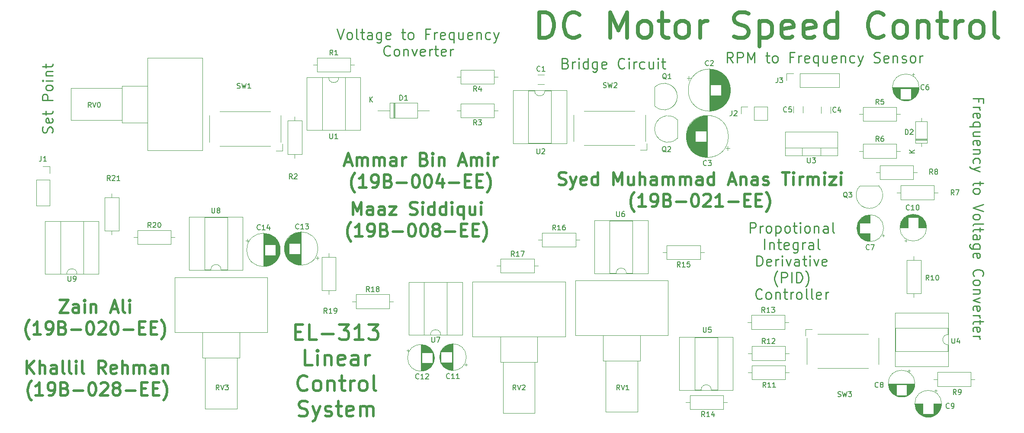
<source format=gbr>
%TF.GenerationSoftware,KiCad,Pcbnew,(5.1.10)-1*%
%TF.CreationDate,2023-01-23T00:02:35+05:00*%
%TF.ProjectId,LCS_Lab_Project,4c43535f-4c61-4625-9f50-726f6a656374,rev?*%
%TF.SameCoordinates,Original*%
%TF.FileFunction,Legend,Top*%
%TF.FilePolarity,Positive*%
%FSLAX46Y46*%
G04 Gerber Fmt 4.6, Leading zero omitted, Abs format (unit mm)*
G04 Created by KiCad (PCBNEW (5.1.10)-1) date 2023-01-23 00:02:35*
%MOMM*%
%LPD*%
G01*
G04 APERTURE LIST*
%ADD10C,0.250000*%
%ADD11C,0.750000*%
%ADD12C,0.500000*%
%ADD13C,0.120000*%
%ADD14C,0.150000*%
G04 APERTURE END LIST*
D10*
X177062457Y-38344361D02*
X176395790Y-37391980D01*
X175919600Y-38344361D02*
X175919600Y-36344361D01*
X176681504Y-36344361D01*
X176871980Y-36439600D01*
X176967219Y-36534838D01*
X177062457Y-36725314D01*
X177062457Y-37011028D01*
X176967219Y-37201504D01*
X176871980Y-37296742D01*
X176681504Y-37391980D01*
X175919600Y-37391980D01*
X177919600Y-38344361D02*
X177919600Y-36344361D01*
X178681504Y-36344361D01*
X178871980Y-36439600D01*
X178967219Y-36534838D01*
X179062457Y-36725314D01*
X179062457Y-37011028D01*
X178967219Y-37201504D01*
X178871980Y-37296742D01*
X178681504Y-37391980D01*
X177919600Y-37391980D01*
X179919600Y-38344361D02*
X179919600Y-36344361D01*
X180586266Y-37772933D01*
X181252933Y-36344361D01*
X181252933Y-38344361D01*
X183443409Y-37011028D02*
X184205314Y-37011028D01*
X183729123Y-36344361D02*
X183729123Y-38058647D01*
X183824361Y-38249123D01*
X184014838Y-38344361D01*
X184205314Y-38344361D01*
X185157695Y-38344361D02*
X184967219Y-38249123D01*
X184871980Y-38153885D01*
X184776742Y-37963409D01*
X184776742Y-37391980D01*
X184871980Y-37201504D01*
X184967219Y-37106266D01*
X185157695Y-37011028D01*
X185443409Y-37011028D01*
X185633885Y-37106266D01*
X185729123Y-37201504D01*
X185824361Y-37391980D01*
X185824361Y-37963409D01*
X185729123Y-38153885D01*
X185633885Y-38249123D01*
X185443409Y-38344361D01*
X185157695Y-38344361D01*
X188871980Y-37296742D02*
X188205314Y-37296742D01*
X188205314Y-38344361D02*
X188205314Y-36344361D01*
X189157695Y-36344361D01*
X189919600Y-38344361D02*
X189919600Y-37011028D01*
X189919600Y-37391980D02*
X190014838Y-37201504D01*
X190110076Y-37106266D01*
X190300552Y-37011028D01*
X190491028Y-37011028D01*
X191919600Y-38249123D02*
X191729123Y-38344361D01*
X191348171Y-38344361D01*
X191157695Y-38249123D01*
X191062457Y-38058647D01*
X191062457Y-37296742D01*
X191157695Y-37106266D01*
X191348171Y-37011028D01*
X191729123Y-37011028D01*
X191919600Y-37106266D01*
X192014838Y-37296742D01*
X192014838Y-37487219D01*
X191062457Y-37677695D01*
X193729123Y-37011028D02*
X193729123Y-39011028D01*
X193729123Y-38249123D02*
X193538647Y-38344361D01*
X193157695Y-38344361D01*
X192967219Y-38249123D01*
X192871980Y-38153885D01*
X192776742Y-37963409D01*
X192776742Y-37391980D01*
X192871980Y-37201504D01*
X192967219Y-37106266D01*
X193157695Y-37011028D01*
X193538647Y-37011028D01*
X193729123Y-37106266D01*
X195538647Y-37011028D02*
X195538647Y-38344361D01*
X194681504Y-37011028D02*
X194681504Y-38058647D01*
X194776742Y-38249123D01*
X194967219Y-38344361D01*
X195252933Y-38344361D01*
X195443409Y-38249123D01*
X195538647Y-38153885D01*
X197252933Y-38249123D02*
X197062457Y-38344361D01*
X196681504Y-38344361D01*
X196491028Y-38249123D01*
X196395790Y-38058647D01*
X196395790Y-37296742D01*
X196491028Y-37106266D01*
X196681504Y-37011028D01*
X197062457Y-37011028D01*
X197252933Y-37106266D01*
X197348171Y-37296742D01*
X197348171Y-37487219D01*
X196395790Y-37677695D01*
X198205314Y-37011028D02*
X198205314Y-38344361D01*
X198205314Y-37201504D02*
X198300552Y-37106266D01*
X198491028Y-37011028D01*
X198776742Y-37011028D01*
X198967219Y-37106266D01*
X199062457Y-37296742D01*
X199062457Y-38344361D01*
X200871980Y-38249123D02*
X200681504Y-38344361D01*
X200300552Y-38344361D01*
X200110076Y-38249123D01*
X200014838Y-38153885D01*
X199919600Y-37963409D01*
X199919600Y-37391980D01*
X200014838Y-37201504D01*
X200110076Y-37106266D01*
X200300552Y-37011028D01*
X200681504Y-37011028D01*
X200871980Y-37106266D01*
X201538647Y-37011028D02*
X202014838Y-38344361D01*
X202491028Y-37011028D02*
X202014838Y-38344361D01*
X201824361Y-38820552D01*
X201729123Y-38915790D01*
X201538647Y-39011028D01*
X204681504Y-38249123D02*
X204967219Y-38344361D01*
X205443409Y-38344361D01*
X205633885Y-38249123D01*
X205729123Y-38153885D01*
X205824361Y-37963409D01*
X205824361Y-37772933D01*
X205729123Y-37582457D01*
X205633885Y-37487219D01*
X205443409Y-37391980D01*
X205062457Y-37296742D01*
X204871980Y-37201504D01*
X204776742Y-37106266D01*
X204681504Y-36915790D01*
X204681504Y-36725314D01*
X204776742Y-36534838D01*
X204871980Y-36439600D01*
X205062457Y-36344361D01*
X205538647Y-36344361D01*
X205824361Y-36439600D01*
X207443409Y-38249123D02*
X207252933Y-38344361D01*
X206871980Y-38344361D01*
X206681504Y-38249123D01*
X206586266Y-38058647D01*
X206586266Y-37296742D01*
X206681504Y-37106266D01*
X206871980Y-37011028D01*
X207252933Y-37011028D01*
X207443409Y-37106266D01*
X207538647Y-37296742D01*
X207538647Y-37487219D01*
X206586266Y-37677695D01*
X208395790Y-37011028D02*
X208395790Y-38344361D01*
X208395790Y-37201504D02*
X208491028Y-37106266D01*
X208681504Y-37011028D01*
X208967219Y-37011028D01*
X209157695Y-37106266D01*
X209252933Y-37296742D01*
X209252933Y-38344361D01*
X210110076Y-38249123D02*
X210300552Y-38344361D01*
X210681504Y-38344361D01*
X210871980Y-38249123D01*
X210967219Y-38058647D01*
X210967219Y-37963409D01*
X210871980Y-37772933D01*
X210681504Y-37677695D01*
X210395790Y-37677695D01*
X210205314Y-37582457D01*
X210110076Y-37391980D01*
X210110076Y-37296742D01*
X210205314Y-37106266D01*
X210395790Y-37011028D01*
X210681504Y-37011028D01*
X210871980Y-37106266D01*
X212110076Y-38344361D02*
X211919600Y-38249123D01*
X211824361Y-38153885D01*
X211729123Y-37963409D01*
X211729123Y-37391980D01*
X211824361Y-37201504D01*
X211919600Y-37106266D01*
X212110076Y-37011028D01*
X212395790Y-37011028D01*
X212586266Y-37106266D01*
X212681504Y-37201504D01*
X212776742Y-37391980D01*
X212776742Y-37963409D01*
X212681504Y-38153885D01*
X212586266Y-38249123D01*
X212395790Y-38344361D01*
X212110076Y-38344361D01*
X213633885Y-38344361D02*
X213633885Y-37011028D01*
X213633885Y-37391980D02*
X213729123Y-37201504D01*
X213824361Y-37106266D01*
X214014838Y-37011028D01*
X214205314Y-37011028D01*
X225110657Y-46072095D02*
X225110657Y-45405428D01*
X224063038Y-45405428D02*
X226063038Y-45405428D01*
X226063038Y-46357809D01*
X224063038Y-47119714D02*
X225396371Y-47119714D01*
X225015419Y-47119714D02*
X225205895Y-47214952D01*
X225301133Y-47310190D01*
X225396371Y-47500666D01*
X225396371Y-47691142D01*
X224158276Y-49119714D02*
X224063038Y-48929238D01*
X224063038Y-48548285D01*
X224158276Y-48357809D01*
X224348752Y-48262571D01*
X225110657Y-48262571D01*
X225301133Y-48357809D01*
X225396371Y-48548285D01*
X225396371Y-48929238D01*
X225301133Y-49119714D01*
X225110657Y-49214952D01*
X224920180Y-49214952D01*
X224729704Y-48262571D01*
X225396371Y-50929238D02*
X223396371Y-50929238D01*
X224158276Y-50929238D02*
X224063038Y-50738761D01*
X224063038Y-50357809D01*
X224158276Y-50167333D01*
X224253514Y-50072095D01*
X224443990Y-49976857D01*
X225015419Y-49976857D01*
X225205895Y-50072095D01*
X225301133Y-50167333D01*
X225396371Y-50357809D01*
X225396371Y-50738761D01*
X225301133Y-50929238D01*
X225396371Y-52738761D02*
X224063038Y-52738761D01*
X225396371Y-51881619D02*
X224348752Y-51881619D01*
X224158276Y-51976857D01*
X224063038Y-52167333D01*
X224063038Y-52453047D01*
X224158276Y-52643523D01*
X224253514Y-52738761D01*
X224158276Y-54453047D02*
X224063038Y-54262571D01*
X224063038Y-53881619D01*
X224158276Y-53691142D01*
X224348752Y-53595904D01*
X225110657Y-53595904D01*
X225301133Y-53691142D01*
X225396371Y-53881619D01*
X225396371Y-54262571D01*
X225301133Y-54453047D01*
X225110657Y-54548285D01*
X224920180Y-54548285D01*
X224729704Y-53595904D01*
X225396371Y-55405428D02*
X224063038Y-55405428D01*
X225205895Y-55405428D02*
X225301133Y-55500666D01*
X225396371Y-55691142D01*
X225396371Y-55976857D01*
X225301133Y-56167333D01*
X225110657Y-56262571D01*
X224063038Y-56262571D01*
X224158276Y-58072095D02*
X224063038Y-57881619D01*
X224063038Y-57500666D01*
X224158276Y-57310190D01*
X224253514Y-57214952D01*
X224443990Y-57119714D01*
X225015419Y-57119714D01*
X225205895Y-57214952D01*
X225301133Y-57310190D01*
X225396371Y-57500666D01*
X225396371Y-57881619D01*
X225301133Y-58072095D01*
X225396371Y-58738761D02*
X224063038Y-59214952D01*
X225396371Y-59691142D02*
X224063038Y-59214952D01*
X223586847Y-59024476D01*
X223491609Y-58929238D01*
X223396371Y-58738761D01*
X225396371Y-61691142D02*
X225396371Y-62453047D01*
X226063038Y-61976857D02*
X224348752Y-61976857D01*
X224158276Y-62072095D01*
X224063038Y-62262571D01*
X224063038Y-62453047D01*
X224063038Y-63405428D02*
X224158276Y-63214952D01*
X224253514Y-63119714D01*
X224443990Y-63024476D01*
X225015419Y-63024476D01*
X225205895Y-63119714D01*
X225301133Y-63214952D01*
X225396371Y-63405428D01*
X225396371Y-63691142D01*
X225301133Y-63881619D01*
X225205895Y-63976857D01*
X225015419Y-64072095D01*
X224443990Y-64072095D01*
X224253514Y-63976857D01*
X224158276Y-63881619D01*
X224063038Y-63691142D01*
X224063038Y-63405428D01*
X226063038Y-66167333D02*
X224063038Y-66834000D01*
X226063038Y-67500666D01*
X224063038Y-68453047D02*
X224158276Y-68262571D01*
X224253514Y-68167333D01*
X224443990Y-68072095D01*
X225015419Y-68072095D01*
X225205895Y-68167333D01*
X225301133Y-68262571D01*
X225396371Y-68453047D01*
X225396371Y-68738761D01*
X225301133Y-68929238D01*
X225205895Y-69024476D01*
X225015419Y-69119714D01*
X224443990Y-69119714D01*
X224253514Y-69024476D01*
X224158276Y-68929238D01*
X224063038Y-68738761D01*
X224063038Y-68453047D01*
X224063038Y-70262571D02*
X224158276Y-70072095D01*
X224348752Y-69976857D01*
X226063038Y-69976857D01*
X225396371Y-70738761D02*
X225396371Y-71500666D01*
X226063038Y-71024476D02*
X224348752Y-71024476D01*
X224158276Y-71119714D01*
X224063038Y-71310190D01*
X224063038Y-71500666D01*
X224063038Y-73024476D02*
X225110657Y-73024476D01*
X225301133Y-72929238D01*
X225396371Y-72738761D01*
X225396371Y-72357809D01*
X225301133Y-72167333D01*
X224158276Y-73024476D02*
X224063038Y-72834000D01*
X224063038Y-72357809D01*
X224158276Y-72167333D01*
X224348752Y-72072095D01*
X224539228Y-72072095D01*
X224729704Y-72167333D01*
X224824942Y-72357809D01*
X224824942Y-72834000D01*
X224920180Y-73024476D01*
X225396371Y-74834000D02*
X223777323Y-74834000D01*
X223586847Y-74738761D01*
X223491609Y-74643523D01*
X223396371Y-74453047D01*
X223396371Y-74167333D01*
X223491609Y-73976857D01*
X224158276Y-74834000D02*
X224063038Y-74643523D01*
X224063038Y-74262571D01*
X224158276Y-74072095D01*
X224253514Y-73976857D01*
X224443990Y-73881619D01*
X225015419Y-73881619D01*
X225205895Y-73976857D01*
X225301133Y-74072095D01*
X225396371Y-74262571D01*
X225396371Y-74643523D01*
X225301133Y-74834000D01*
X224158276Y-76548285D02*
X224063038Y-76357809D01*
X224063038Y-75976857D01*
X224158276Y-75786380D01*
X224348752Y-75691142D01*
X225110657Y-75691142D01*
X225301133Y-75786380D01*
X225396371Y-75976857D01*
X225396371Y-76357809D01*
X225301133Y-76548285D01*
X225110657Y-76643523D01*
X224920180Y-76643523D01*
X224729704Y-75691142D01*
X224253514Y-80167333D02*
X224158276Y-80072095D01*
X224063038Y-79786380D01*
X224063038Y-79595904D01*
X224158276Y-79310190D01*
X224348752Y-79119714D01*
X224539228Y-79024476D01*
X224920180Y-78929238D01*
X225205895Y-78929238D01*
X225586847Y-79024476D01*
X225777323Y-79119714D01*
X225967800Y-79310190D01*
X226063038Y-79595904D01*
X226063038Y-79786380D01*
X225967800Y-80072095D01*
X225872561Y-80167333D01*
X224063038Y-81310190D02*
X224158276Y-81119714D01*
X224253514Y-81024476D01*
X224443990Y-80929238D01*
X225015419Y-80929238D01*
X225205895Y-81024476D01*
X225301133Y-81119714D01*
X225396371Y-81310190D01*
X225396371Y-81595904D01*
X225301133Y-81786380D01*
X225205895Y-81881619D01*
X225015419Y-81976857D01*
X224443990Y-81976857D01*
X224253514Y-81881619D01*
X224158276Y-81786380D01*
X224063038Y-81595904D01*
X224063038Y-81310190D01*
X225396371Y-82834000D02*
X224063038Y-82834000D01*
X225205895Y-82834000D02*
X225301133Y-82929238D01*
X225396371Y-83119714D01*
X225396371Y-83405428D01*
X225301133Y-83595904D01*
X225110657Y-83691142D01*
X224063038Y-83691142D01*
X225396371Y-84453047D02*
X224063038Y-84929238D01*
X225396371Y-85405428D01*
X224158276Y-86929238D02*
X224063038Y-86738761D01*
X224063038Y-86357809D01*
X224158276Y-86167333D01*
X224348752Y-86072095D01*
X225110657Y-86072095D01*
X225301133Y-86167333D01*
X225396371Y-86357809D01*
X225396371Y-86738761D01*
X225301133Y-86929238D01*
X225110657Y-87024476D01*
X224920180Y-87024476D01*
X224729704Y-86072095D01*
X224063038Y-87881619D02*
X225396371Y-87881619D01*
X225015419Y-87881619D02*
X225205895Y-87976857D01*
X225301133Y-88072095D01*
X225396371Y-88262571D01*
X225396371Y-88453047D01*
X225396371Y-88834000D02*
X225396371Y-89595904D01*
X226063038Y-89119714D02*
X224348752Y-89119714D01*
X224158276Y-89214952D01*
X224063038Y-89405428D01*
X224063038Y-89595904D01*
X224158276Y-91024476D02*
X224063038Y-90834000D01*
X224063038Y-90453047D01*
X224158276Y-90262571D01*
X224348752Y-90167333D01*
X225110657Y-90167333D01*
X225301133Y-90262571D01*
X225396371Y-90453047D01*
X225396371Y-90834000D01*
X225301133Y-91024476D01*
X225110657Y-91119714D01*
X224920180Y-91119714D01*
X224729704Y-90167333D01*
X224063038Y-91976857D02*
X225396371Y-91976857D01*
X225015419Y-91976857D02*
X225205895Y-92072095D01*
X225301133Y-92167333D01*
X225396371Y-92357809D01*
X225396371Y-92548285D01*
X144308085Y-38490542D02*
X144593800Y-38585780D01*
X144689038Y-38681019D01*
X144784276Y-38871495D01*
X144784276Y-39157209D01*
X144689038Y-39347685D01*
X144593800Y-39442923D01*
X144403323Y-39538161D01*
X143641419Y-39538161D01*
X143641419Y-37538161D01*
X144308085Y-37538161D01*
X144498561Y-37633400D01*
X144593800Y-37728638D01*
X144689038Y-37919114D01*
X144689038Y-38109590D01*
X144593800Y-38300066D01*
X144498561Y-38395304D01*
X144308085Y-38490542D01*
X143641419Y-38490542D01*
X145641419Y-39538161D02*
X145641419Y-38204828D01*
X145641419Y-38585780D02*
X145736657Y-38395304D01*
X145831895Y-38300066D01*
X146022371Y-38204828D01*
X146212847Y-38204828D01*
X146879514Y-39538161D02*
X146879514Y-38204828D01*
X146879514Y-37538161D02*
X146784276Y-37633400D01*
X146879514Y-37728638D01*
X146974752Y-37633400D01*
X146879514Y-37538161D01*
X146879514Y-37728638D01*
X148689038Y-39538161D02*
X148689038Y-37538161D01*
X148689038Y-39442923D02*
X148498561Y-39538161D01*
X148117609Y-39538161D01*
X147927133Y-39442923D01*
X147831895Y-39347685D01*
X147736657Y-39157209D01*
X147736657Y-38585780D01*
X147831895Y-38395304D01*
X147927133Y-38300066D01*
X148117609Y-38204828D01*
X148498561Y-38204828D01*
X148689038Y-38300066D01*
X150498561Y-38204828D02*
X150498561Y-39823876D01*
X150403323Y-40014352D01*
X150308085Y-40109590D01*
X150117609Y-40204828D01*
X149831895Y-40204828D01*
X149641419Y-40109590D01*
X150498561Y-39442923D02*
X150308085Y-39538161D01*
X149927133Y-39538161D01*
X149736657Y-39442923D01*
X149641419Y-39347685D01*
X149546180Y-39157209D01*
X149546180Y-38585780D01*
X149641419Y-38395304D01*
X149736657Y-38300066D01*
X149927133Y-38204828D01*
X150308085Y-38204828D01*
X150498561Y-38300066D01*
X152212847Y-39442923D02*
X152022371Y-39538161D01*
X151641419Y-39538161D01*
X151450942Y-39442923D01*
X151355704Y-39252447D01*
X151355704Y-38490542D01*
X151450942Y-38300066D01*
X151641419Y-38204828D01*
X152022371Y-38204828D01*
X152212847Y-38300066D01*
X152308085Y-38490542D01*
X152308085Y-38681019D01*
X151355704Y-38871495D01*
X155831895Y-39347685D02*
X155736657Y-39442923D01*
X155450942Y-39538161D01*
X155260466Y-39538161D01*
X154974752Y-39442923D01*
X154784276Y-39252447D01*
X154689038Y-39061971D01*
X154593800Y-38681019D01*
X154593800Y-38395304D01*
X154689038Y-38014352D01*
X154784276Y-37823876D01*
X154974752Y-37633400D01*
X155260466Y-37538161D01*
X155450942Y-37538161D01*
X155736657Y-37633400D01*
X155831895Y-37728638D01*
X156689038Y-39538161D02*
X156689038Y-38204828D01*
X156689038Y-37538161D02*
X156593800Y-37633400D01*
X156689038Y-37728638D01*
X156784276Y-37633400D01*
X156689038Y-37538161D01*
X156689038Y-37728638D01*
X157641419Y-39538161D02*
X157641419Y-38204828D01*
X157641419Y-38585780D02*
X157736657Y-38395304D01*
X157831895Y-38300066D01*
X158022371Y-38204828D01*
X158212847Y-38204828D01*
X159736657Y-39442923D02*
X159546180Y-39538161D01*
X159165228Y-39538161D01*
X158974752Y-39442923D01*
X158879514Y-39347685D01*
X158784276Y-39157209D01*
X158784276Y-38585780D01*
X158879514Y-38395304D01*
X158974752Y-38300066D01*
X159165228Y-38204828D01*
X159546180Y-38204828D01*
X159736657Y-38300066D01*
X161450942Y-38204828D02*
X161450942Y-39538161D01*
X160593800Y-38204828D02*
X160593800Y-39252447D01*
X160689038Y-39442923D01*
X160879514Y-39538161D01*
X161165228Y-39538161D01*
X161355704Y-39442923D01*
X161450942Y-39347685D01*
X162403323Y-39538161D02*
X162403323Y-38204828D01*
X162403323Y-37538161D02*
X162308085Y-37633400D01*
X162403323Y-37728638D01*
X162498561Y-37633400D01*
X162403323Y-37538161D01*
X162403323Y-37728638D01*
X163069990Y-38204828D02*
X163831895Y-38204828D01*
X163355704Y-37538161D02*
X163355704Y-39252447D01*
X163450942Y-39442923D01*
X163641419Y-39538161D01*
X163831895Y-39538161D01*
X99585857Y-31798361D02*
X100252523Y-33798361D01*
X100919190Y-31798361D01*
X101871571Y-33798361D02*
X101681095Y-33703123D01*
X101585857Y-33607885D01*
X101490619Y-33417409D01*
X101490619Y-32845980D01*
X101585857Y-32655504D01*
X101681095Y-32560266D01*
X101871571Y-32465028D01*
X102157285Y-32465028D01*
X102347761Y-32560266D01*
X102443000Y-32655504D01*
X102538238Y-32845980D01*
X102538238Y-33417409D01*
X102443000Y-33607885D01*
X102347761Y-33703123D01*
X102157285Y-33798361D01*
X101871571Y-33798361D01*
X103681095Y-33798361D02*
X103490619Y-33703123D01*
X103395380Y-33512647D01*
X103395380Y-31798361D01*
X104157285Y-32465028D02*
X104919190Y-32465028D01*
X104443000Y-31798361D02*
X104443000Y-33512647D01*
X104538238Y-33703123D01*
X104728714Y-33798361D01*
X104919190Y-33798361D01*
X106443000Y-33798361D02*
X106443000Y-32750742D01*
X106347761Y-32560266D01*
X106157285Y-32465028D01*
X105776333Y-32465028D01*
X105585857Y-32560266D01*
X106443000Y-33703123D02*
X106252523Y-33798361D01*
X105776333Y-33798361D01*
X105585857Y-33703123D01*
X105490619Y-33512647D01*
X105490619Y-33322171D01*
X105585857Y-33131695D01*
X105776333Y-33036457D01*
X106252523Y-33036457D01*
X106443000Y-32941219D01*
X108252523Y-32465028D02*
X108252523Y-34084076D01*
X108157285Y-34274552D01*
X108062047Y-34369790D01*
X107871571Y-34465028D01*
X107585857Y-34465028D01*
X107395380Y-34369790D01*
X108252523Y-33703123D02*
X108062047Y-33798361D01*
X107681095Y-33798361D01*
X107490619Y-33703123D01*
X107395380Y-33607885D01*
X107300142Y-33417409D01*
X107300142Y-32845980D01*
X107395380Y-32655504D01*
X107490619Y-32560266D01*
X107681095Y-32465028D01*
X108062047Y-32465028D01*
X108252523Y-32560266D01*
X109966809Y-33703123D02*
X109776333Y-33798361D01*
X109395380Y-33798361D01*
X109204904Y-33703123D01*
X109109666Y-33512647D01*
X109109666Y-32750742D01*
X109204904Y-32560266D01*
X109395380Y-32465028D01*
X109776333Y-32465028D01*
X109966809Y-32560266D01*
X110062047Y-32750742D01*
X110062047Y-32941219D01*
X109109666Y-33131695D01*
X112157285Y-32465028D02*
X112919190Y-32465028D01*
X112443000Y-31798361D02*
X112443000Y-33512647D01*
X112538238Y-33703123D01*
X112728714Y-33798361D01*
X112919190Y-33798361D01*
X113871571Y-33798361D02*
X113681095Y-33703123D01*
X113585857Y-33607885D01*
X113490619Y-33417409D01*
X113490619Y-32845980D01*
X113585857Y-32655504D01*
X113681095Y-32560266D01*
X113871571Y-32465028D01*
X114157285Y-32465028D01*
X114347761Y-32560266D01*
X114443000Y-32655504D01*
X114538238Y-32845980D01*
X114538238Y-33417409D01*
X114443000Y-33607885D01*
X114347761Y-33703123D01*
X114157285Y-33798361D01*
X113871571Y-33798361D01*
X117585857Y-32750742D02*
X116919190Y-32750742D01*
X116919190Y-33798361D02*
X116919190Y-31798361D01*
X117871571Y-31798361D01*
X118633476Y-33798361D02*
X118633476Y-32465028D01*
X118633476Y-32845980D02*
X118728714Y-32655504D01*
X118823952Y-32560266D01*
X119014428Y-32465028D01*
X119204904Y-32465028D01*
X120633476Y-33703123D02*
X120443000Y-33798361D01*
X120062047Y-33798361D01*
X119871571Y-33703123D01*
X119776333Y-33512647D01*
X119776333Y-32750742D01*
X119871571Y-32560266D01*
X120062047Y-32465028D01*
X120443000Y-32465028D01*
X120633476Y-32560266D01*
X120728714Y-32750742D01*
X120728714Y-32941219D01*
X119776333Y-33131695D01*
X122443000Y-32465028D02*
X122443000Y-34465028D01*
X122443000Y-33703123D02*
X122252523Y-33798361D01*
X121871571Y-33798361D01*
X121681095Y-33703123D01*
X121585857Y-33607885D01*
X121490619Y-33417409D01*
X121490619Y-32845980D01*
X121585857Y-32655504D01*
X121681095Y-32560266D01*
X121871571Y-32465028D01*
X122252523Y-32465028D01*
X122443000Y-32560266D01*
X124252523Y-32465028D02*
X124252523Y-33798361D01*
X123395380Y-32465028D02*
X123395380Y-33512647D01*
X123490619Y-33703123D01*
X123681095Y-33798361D01*
X123966809Y-33798361D01*
X124157285Y-33703123D01*
X124252523Y-33607885D01*
X125966809Y-33703123D02*
X125776333Y-33798361D01*
X125395380Y-33798361D01*
X125204904Y-33703123D01*
X125109666Y-33512647D01*
X125109666Y-32750742D01*
X125204904Y-32560266D01*
X125395380Y-32465028D01*
X125776333Y-32465028D01*
X125966809Y-32560266D01*
X126062047Y-32750742D01*
X126062047Y-32941219D01*
X125109666Y-33131695D01*
X126919190Y-32465028D02*
X126919190Y-33798361D01*
X126919190Y-32655504D02*
X127014428Y-32560266D01*
X127204904Y-32465028D01*
X127490619Y-32465028D01*
X127681095Y-32560266D01*
X127776333Y-32750742D01*
X127776333Y-33798361D01*
X129585857Y-33703123D02*
X129395380Y-33798361D01*
X129014428Y-33798361D01*
X128823952Y-33703123D01*
X128728714Y-33607885D01*
X128633476Y-33417409D01*
X128633476Y-32845980D01*
X128728714Y-32655504D01*
X128823952Y-32560266D01*
X129014428Y-32465028D01*
X129395380Y-32465028D01*
X129585857Y-32560266D01*
X130252523Y-32465028D02*
X130728714Y-33798361D01*
X131204904Y-32465028D02*
X130728714Y-33798361D01*
X130538238Y-34274552D01*
X130443000Y-34369790D01*
X130252523Y-34465028D01*
X109966809Y-36857885D02*
X109871571Y-36953123D01*
X109585857Y-37048361D01*
X109395380Y-37048361D01*
X109109666Y-36953123D01*
X108919190Y-36762647D01*
X108823952Y-36572171D01*
X108728714Y-36191219D01*
X108728714Y-35905504D01*
X108823952Y-35524552D01*
X108919190Y-35334076D01*
X109109666Y-35143600D01*
X109395380Y-35048361D01*
X109585857Y-35048361D01*
X109871571Y-35143600D01*
X109966809Y-35238838D01*
X111109666Y-37048361D02*
X110919190Y-36953123D01*
X110823952Y-36857885D01*
X110728714Y-36667409D01*
X110728714Y-36095980D01*
X110823952Y-35905504D01*
X110919190Y-35810266D01*
X111109666Y-35715028D01*
X111395380Y-35715028D01*
X111585857Y-35810266D01*
X111681095Y-35905504D01*
X111776333Y-36095980D01*
X111776333Y-36667409D01*
X111681095Y-36857885D01*
X111585857Y-36953123D01*
X111395380Y-37048361D01*
X111109666Y-37048361D01*
X112633476Y-35715028D02*
X112633476Y-37048361D01*
X112633476Y-35905504D02*
X112728714Y-35810266D01*
X112919190Y-35715028D01*
X113204904Y-35715028D01*
X113395380Y-35810266D01*
X113490619Y-36000742D01*
X113490619Y-37048361D01*
X114252523Y-35715028D02*
X114728714Y-37048361D01*
X115204904Y-35715028D01*
X116728714Y-36953123D02*
X116538238Y-37048361D01*
X116157285Y-37048361D01*
X115966809Y-36953123D01*
X115871571Y-36762647D01*
X115871571Y-36000742D01*
X115966809Y-35810266D01*
X116157285Y-35715028D01*
X116538238Y-35715028D01*
X116728714Y-35810266D01*
X116823952Y-36000742D01*
X116823952Y-36191219D01*
X115871571Y-36381695D01*
X117681095Y-37048361D02*
X117681095Y-35715028D01*
X117681095Y-36095980D02*
X117776333Y-35905504D01*
X117871571Y-35810266D01*
X118062047Y-35715028D01*
X118252523Y-35715028D01*
X118633476Y-35715028D02*
X119395380Y-35715028D01*
X118919190Y-35048361D02*
X118919190Y-36762647D01*
X119014428Y-36953123D01*
X119204904Y-37048361D01*
X119395380Y-37048361D01*
X120823952Y-36953123D02*
X120633476Y-37048361D01*
X120252523Y-37048361D01*
X120062047Y-36953123D01*
X119966809Y-36762647D01*
X119966809Y-36000742D01*
X120062047Y-35810266D01*
X120252523Y-35715028D01*
X120633476Y-35715028D01*
X120823952Y-35810266D01*
X120919190Y-36000742D01*
X120919190Y-36191219D01*
X119966809Y-36381695D01*
X121776333Y-37048361D02*
X121776333Y-35715028D01*
X121776333Y-36095980D02*
X121871571Y-35905504D01*
X121966809Y-35810266D01*
X122157285Y-35715028D01*
X122347761Y-35715028D01*
X180401342Y-71696961D02*
X180401342Y-69696961D01*
X181163247Y-69696961D01*
X181353723Y-69792200D01*
X181448961Y-69887438D01*
X181544200Y-70077914D01*
X181544200Y-70363628D01*
X181448961Y-70554104D01*
X181353723Y-70649342D01*
X181163247Y-70744580D01*
X180401342Y-70744580D01*
X182401342Y-71696961D02*
X182401342Y-70363628D01*
X182401342Y-70744580D02*
X182496580Y-70554104D01*
X182591819Y-70458866D01*
X182782295Y-70363628D01*
X182972771Y-70363628D01*
X183925152Y-71696961D02*
X183734676Y-71601723D01*
X183639438Y-71506485D01*
X183544200Y-71316009D01*
X183544200Y-70744580D01*
X183639438Y-70554104D01*
X183734676Y-70458866D01*
X183925152Y-70363628D01*
X184210866Y-70363628D01*
X184401342Y-70458866D01*
X184496580Y-70554104D01*
X184591819Y-70744580D01*
X184591819Y-71316009D01*
X184496580Y-71506485D01*
X184401342Y-71601723D01*
X184210866Y-71696961D01*
X183925152Y-71696961D01*
X185448961Y-70363628D02*
X185448961Y-72363628D01*
X185448961Y-70458866D02*
X185639438Y-70363628D01*
X186020390Y-70363628D01*
X186210866Y-70458866D01*
X186306104Y-70554104D01*
X186401342Y-70744580D01*
X186401342Y-71316009D01*
X186306104Y-71506485D01*
X186210866Y-71601723D01*
X186020390Y-71696961D01*
X185639438Y-71696961D01*
X185448961Y-71601723D01*
X187544200Y-71696961D02*
X187353723Y-71601723D01*
X187258485Y-71506485D01*
X187163247Y-71316009D01*
X187163247Y-70744580D01*
X187258485Y-70554104D01*
X187353723Y-70458866D01*
X187544200Y-70363628D01*
X187829914Y-70363628D01*
X188020390Y-70458866D01*
X188115628Y-70554104D01*
X188210866Y-70744580D01*
X188210866Y-71316009D01*
X188115628Y-71506485D01*
X188020390Y-71601723D01*
X187829914Y-71696961D01*
X187544200Y-71696961D01*
X188782295Y-70363628D02*
X189544200Y-70363628D01*
X189068009Y-69696961D02*
X189068009Y-71411247D01*
X189163247Y-71601723D01*
X189353723Y-71696961D01*
X189544200Y-71696961D01*
X190210866Y-71696961D02*
X190210866Y-70363628D01*
X190210866Y-69696961D02*
X190115628Y-69792200D01*
X190210866Y-69887438D01*
X190306104Y-69792200D01*
X190210866Y-69696961D01*
X190210866Y-69887438D01*
X191448961Y-71696961D02*
X191258485Y-71601723D01*
X191163247Y-71506485D01*
X191068009Y-71316009D01*
X191068009Y-70744580D01*
X191163247Y-70554104D01*
X191258485Y-70458866D01*
X191448961Y-70363628D01*
X191734676Y-70363628D01*
X191925152Y-70458866D01*
X192020390Y-70554104D01*
X192115628Y-70744580D01*
X192115628Y-71316009D01*
X192020390Y-71506485D01*
X191925152Y-71601723D01*
X191734676Y-71696961D01*
X191448961Y-71696961D01*
X192972771Y-70363628D02*
X192972771Y-71696961D01*
X192972771Y-70554104D02*
X193068009Y-70458866D01*
X193258485Y-70363628D01*
X193544200Y-70363628D01*
X193734676Y-70458866D01*
X193829914Y-70649342D01*
X193829914Y-71696961D01*
X195639438Y-71696961D02*
X195639438Y-70649342D01*
X195544200Y-70458866D01*
X195353723Y-70363628D01*
X194972771Y-70363628D01*
X194782295Y-70458866D01*
X195639438Y-71601723D02*
X195448961Y-71696961D01*
X194972771Y-71696961D01*
X194782295Y-71601723D01*
X194687057Y-71411247D01*
X194687057Y-71220771D01*
X194782295Y-71030295D01*
X194972771Y-70935057D01*
X195448961Y-70935057D01*
X195639438Y-70839819D01*
X196877533Y-71696961D02*
X196687057Y-71601723D01*
X196591819Y-71411247D01*
X196591819Y-69696961D01*
X183258485Y-74946961D02*
X183258485Y-72946961D01*
X184210866Y-73613628D02*
X184210866Y-74946961D01*
X184210866Y-73804104D02*
X184306104Y-73708866D01*
X184496580Y-73613628D01*
X184782295Y-73613628D01*
X184972771Y-73708866D01*
X185068009Y-73899342D01*
X185068009Y-74946961D01*
X185734676Y-73613628D02*
X186496580Y-73613628D01*
X186020390Y-72946961D02*
X186020390Y-74661247D01*
X186115628Y-74851723D01*
X186306104Y-74946961D01*
X186496580Y-74946961D01*
X187925152Y-74851723D02*
X187734676Y-74946961D01*
X187353723Y-74946961D01*
X187163247Y-74851723D01*
X187068009Y-74661247D01*
X187068009Y-73899342D01*
X187163247Y-73708866D01*
X187353723Y-73613628D01*
X187734676Y-73613628D01*
X187925152Y-73708866D01*
X188020390Y-73899342D01*
X188020390Y-74089819D01*
X187068009Y-74280295D01*
X189734676Y-73613628D02*
X189734676Y-75232676D01*
X189639438Y-75423152D01*
X189544200Y-75518390D01*
X189353723Y-75613628D01*
X189068009Y-75613628D01*
X188877533Y-75518390D01*
X189734676Y-74851723D02*
X189544200Y-74946961D01*
X189163247Y-74946961D01*
X188972771Y-74851723D01*
X188877533Y-74756485D01*
X188782295Y-74566009D01*
X188782295Y-73994580D01*
X188877533Y-73804104D01*
X188972771Y-73708866D01*
X189163247Y-73613628D01*
X189544200Y-73613628D01*
X189734676Y-73708866D01*
X190687057Y-74946961D02*
X190687057Y-73613628D01*
X190687057Y-73994580D02*
X190782295Y-73804104D01*
X190877533Y-73708866D01*
X191068009Y-73613628D01*
X191258485Y-73613628D01*
X192782295Y-74946961D02*
X192782295Y-73899342D01*
X192687057Y-73708866D01*
X192496580Y-73613628D01*
X192115628Y-73613628D01*
X191925152Y-73708866D01*
X192782295Y-74851723D02*
X192591819Y-74946961D01*
X192115628Y-74946961D01*
X191925152Y-74851723D01*
X191829914Y-74661247D01*
X191829914Y-74470771D01*
X191925152Y-74280295D01*
X192115628Y-74185057D01*
X192591819Y-74185057D01*
X192782295Y-74089819D01*
X194020390Y-74946961D02*
X193829914Y-74851723D01*
X193734676Y-74661247D01*
X193734676Y-72946961D01*
X181734676Y-78196961D02*
X181734676Y-76196961D01*
X182210866Y-76196961D01*
X182496580Y-76292200D01*
X182687057Y-76482676D01*
X182782295Y-76673152D01*
X182877533Y-77054104D01*
X182877533Y-77339819D01*
X182782295Y-77720771D01*
X182687057Y-77911247D01*
X182496580Y-78101723D01*
X182210866Y-78196961D01*
X181734676Y-78196961D01*
X184496580Y-78101723D02*
X184306104Y-78196961D01*
X183925152Y-78196961D01*
X183734676Y-78101723D01*
X183639438Y-77911247D01*
X183639438Y-77149342D01*
X183734676Y-76958866D01*
X183925152Y-76863628D01*
X184306104Y-76863628D01*
X184496580Y-76958866D01*
X184591819Y-77149342D01*
X184591819Y-77339819D01*
X183639438Y-77530295D01*
X185448961Y-78196961D02*
X185448961Y-76863628D01*
X185448961Y-77244580D02*
X185544200Y-77054104D01*
X185639438Y-76958866D01*
X185829914Y-76863628D01*
X186020390Y-76863628D01*
X186687057Y-78196961D02*
X186687057Y-76863628D01*
X186687057Y-76196961D02*
X186591819Y-76292200D01*
X186687057Y-76387438D01*
X186782295Y-76292200D01*
X186687057Y-76196961D01*
X186687057Y-76387438D01*
X187448961Y-76863628D02*
X187925152Y-78196961D01*
X188401342Y-76863628D01*
X190020390Y-78196961D02*
X190020390Y-77149342D01*
X189925152Y-76958866D01*
X189734676Y-76863628D01*
X189353723Y-76863628D01*
X189163247Y-76958866D01*
X190020390Y-78101723D02*
X189829914Y-78196961D01*
X189353723Y-78196961D01*
X189163247Y-78101723D01*
X189068009Y-77911247D01*
X189068009Y-77720771D01*
X189163247Y-77530295D01*
X189353723Y-77435057D01*
X189829914Y-77435057D01*
X190020390Y-77339819D01*
X190687057Y-76863628D02*
X191448961Y-76863628D01*
X190972771Y-76196961D02*
X190972771Y-77911247D01*
X191068009Y-78101723D01*
X191258485Y-78196961D01*
X191448961Y-78196961D01*
X192115628Y-78196961D02*
X192115628Y-76863628D01*
X192115628Y-76196961D02*
X192020390Y-76292200D01*
X192115628Y-76387438D01*
X192210866Y-76292200D01*
X192115628Y-76196961D01*
X192115628Y-76387438D01*
X192877533Y-76863628D02*
X193353723Y-78196961D01*
X193829914Y-76863628D01*
X195353723Y-78101723D02*
X195163247Y-78196961D01*
X194782295Y-78196961D01*
X194591819Y-78101723D01*
X194496580Y-77911247D01*
X194496580Y-77149342D01*
X194591819Y-76958866D01*
X194782295Y-76863628D01*
X195163247Y-76863628D01*
X195353723Y-76958866D01*
X195448961Y-77149342D01*
X195448961Y-77339819D01*
X194496580Y-77530295D01*
X185782295Y-82208866D02*
X185687057Y-82113628D01*
X185496580Y-81827914D01*
X185401342Y-81637438D01*
X185306104Y-81351723D01*
X185210866Y-80875533D01*
X185210866Y-80494580D01*
X185306104Y-80018390D01*
X185401342Y-79732676D01*
X185496580Y-79542200D01*
X185687057Y-79256485D01*
X185782295Y-79161247D01*
X186544200Y-81446961D02*
X186544200Y-79446961D01*
X187306104Y-79446961D01*
X187496580Y-79542200D01*
X187591819Y-79637438D01*
X187687057Y-79827914D01*
X187687057Y-80113628D01*
X187591819Y-80304104D01*
X187496580Y-80399342D01*
X187306104Y-80494580D01*
X186544200Y-80494580D01*
X188544200Y-81446961D02*
X188544200Y-79446961D01*
X189496580Y-81446961D02*
X189496580Y-79446961D01*
X189972771Y-79446961D01*
X190258485Y-79542200D01*
X190448961Y-79732676D01*
X190544200Y-79923152D01*
X190639438Y-80304104D01*
X190639438Y-80589819D01*
X190544200Y-80970771D01*
X190448961Y-81161247D01*
X190258485Y-81351723D01*
X189972771Y-81446961D01*
X189496580Y-81446961D01*
X191306104Y-82208866D02*
X191401342Y-82113628D01*
X191591819Y-81827914D01*
X191687057Y-81637438D01*
X191782295Y-81351723D01*
X191877533Y-80875533D01*
X191877533Y-80494580D01*
X191782295Y-80018390D01*
X191687057Y-79732676D01*
X191591819Y-79542200D01*
X191401342Y-79256485D01*
X191306104Y-79161247D01*
X182734676Y-84506485D02*
X182639438Y-84601723D01*
X182353723Y-84696961D01*
X182163247Y-84696961D01*
X181877533Y-84601723D01*
X181687057Y-84411247D01*
X181591819Y-84220771D01*
X181496580Y-83839819D01*
X181496580Y-83554104D01*
X181591819Y-83173152D01*
X181687057Y-82982676D01*
X181877533Y-82792200D01*
X182163247Y-82696961D01*
X182353723Y-82696961D01*
X182639438Y-82792200D01*
X182734676Y-82887438D01*
X183877533Y-84696961D02*
X183687057Y-84601723D01*
X183591819Y-84506485D01*
X183496580Y-84316009D01*
X183496580Y-83744580D01*
X183591819Y-83554104D01*
X183687057Y-83458866D01*
X183877533Y-83363628D01*
X184163247Y-83363628D01*
X184353723Y-83458866D01*
X184448961Y-83554104D01*
X184544200Y-83744580D01*
X184544200Y-84316009D01*
X184448961Y-84506485D01*
X184353723Y-84601723D01*
X184163247Y-84696961D01*
X183877533Y-84696961D01*
X185401342Y-83363628D02*
X185401342Y-84696961D01*
X185401342Y-83554104D02*
X185496580Y-83458866D01*
X185687057Y-83363628D01*
X185972771Y-83363628D01*
X186163247Y-83458866D01*
X186258485Y-83649342D01*
X186258485Y-84696961D01*
X186925152Y-83363628D02*
X187687057Y-83363628D01*
X187210866Y-82696961D02*
X187210866Y-84411247D01*
X187306104Y-84601723D01*
X187496580Y-84696961D01*
X187687057Y-84696961D01*
X188353723Y-84696961D02*
X188353723Y-83363628D01*
X188353723Y-83744580D02*
X188448961Y-83554104D01*
X188544200Y-83458866D01*
X188734676Y-83363628D01*
X188925152Y-83363628D01*
X189877533Y-84696961D02*
X189687057Y-84601723D01*
X189591819Y-84506485D01*
X189496580Y-84316009D01*
X189496580Y-83744580D01*
X189591819Y-83554104D01*
X189687057Y-83458866D01*
X189877533Y-83363628D01*
X190163247Y-83363628D01*
X190353723Y-83458866D01*
X190448961Y-83554104D01*
X190544200Y-83744580D01*
X190544200Y-84316009D01*
X190448961Y-84506485D01*
X190353723Y-84601723D01*
X190163247Y-84696961D01*
X189877533Y-84696961D01*
X191687057Y-84696961D02*
X191496580Y-84601723D01*
X191401342Y-84411247D01*
X191401342Y-82696961D01*
X192734676Y-84696961D02*
X192544200Y-84601723D01*
X192448961Y-84411247D01*
X192448961Y-82696961D01*
X194258485Y-84601723D02*
X194068009Y-84696961D01*
X193687057Y-84696961D01*
X193496580Y-84601723D01*
X193401342Y-84411247D01*
X193401342Y-83649342D01*
X193496580Y-83458866D01*
X193687057Y-83363628D01*
X194068009Y-83363628D01*
X194258485Y-83458866D01*
X194353723Y-83649342D01*
X194353723Y-83839819D01*
X193401342Y-84030295D01*
X195210866Y-84696961D02*
X195210866Y-83363628D01*
X195210866Y-83744580D02*
X195306104Y-83554104D01*
X195401342Y-83458866D01*
X195591819Y-83363628D01*
X195782295Y-83363628D01*
X43811723Y-52085047D02*
X43906961Y-51799333D01*
X43906961Y-51323142D01*
X43811723Y-51132666D01*
X43716485Y-51037428D01*
X43526009Y-50942190D01*
X43335533Y-50942190D01*
X43145057Y-51037428D01*
X43049819Y-51132666D01*
X42954580Y-51323142D01*
X42859342Y-51704095D01*
X42764104Y-51894571D01*
X42668866Y-51989809D01*
X42478390Y-52085047D01*
X42287914Y-52085047D01*
X42097438Y-51989809D01*
X42002200Y-51894571D01*
X41906961Y-51704095D01*
X41906961Y-51227904D01*
X42002200Y-50942190D01*
X43811723Y-49323142D02*
X43906961Y-49513619D01*
X43906961Y-49894571D01*
X43811723Y-50085047D01*
X43621247Y-50180285D01*
X42859342Y-50180285D01*
X42668866Y-50085047D01*
X42573628Y-49894571D01*
X42573628Y-49513619D01*
X42668866Y-49323142D01*
X42859342Y-49227904D01*
X43049819Y-49227904D01*
X43240295Y-50180285D01*
X42573628Y-48656476D02*
X42573628Y-47894571D01*
X41906961Y-48370761D02*
X43621247Y-48370761D01*
X43811723Y-48275523D01*
X43906961Y-48085047D01*
X43906961Y-47894571D01*
X43906961Y-45704095D02*
X41906961Y-45704095D01*
X41906961Y-44942190D01*
X42002200Y-44751714D01*
X42097438Y-44656476D01*
X42287914Y-44561238D01*
X42573628Y-44561238D01*
X42764104Y-44656476D01*
X42859342Y-44751714D01*
X42954580Y-44942190D01*
X42954580Y-45704095D01*
X43906961Y-43418380D02*
X43811723Y-43608857D01*
X43716485Y-43704095D01*
X43526009Y-43799333D01*
X42954580Y-43799333D01*
X42764104Y-43704095D01*
X42668866Y-43608857D01*
X42573628Y-43418380D01*
X42573628Y-43132666D01*
X42668866Y-42942190D01*
X42764104Y-42846952D01*
X42954580Y-42751714D01*
X43526009Y-42751714D01*
X43716485Y-42846952D01*
X43811723Y-42942190D01*
X43906961Y-43132666D01*
X43906961Y-43418380D01*
X43906961Y-41894571D02*
X42573628Y-41894571D01*
X41906961Y-41894571D02*
X42002200Y-41989809D01*
X42097438Y-41894571D01*
X42002200Y-41799333D01*
X41906961Y-41894571D01*
X42097438Y-41894571D01*
X42573628Y-40942190D02*
X43906961Y-40942190D01*
X42764104Y-40942190D02*
X42668866Y-40846952D01*
X42573628Y-40656476D01*
X42573628Y-40370761D01*
X42668866Y-40180285D01*
X42859342Y-40085047D01*
X43906961Y-40085047D01*
X42573628Y-39418380D02*
X42573628Y-38656476D01*
X41906961Y-39132666D02*
X43621247Y-39132666D01*
X43811723Y-39037428D01*
X43906961Y-38846952D01*
X43906961Y-38656476D01*
D11*
X139151542Y-33478504D02*
X139151542Y-28478504D01*
X140342019Y-28478504D01*
X141056304Y-28716600D01*
X141532495Y-29192790D01*
X141770590Y-29668980D01*
X142008685Y-30621361D01*
X142008685Y-31335647D01*
X141770590Y-32288028D01*
X141532495Y-32764219D01*
X141056304Y-33240409D01*
X140342019Y-33478504D01*
X139151542Y-33478504D01*
X147008685Y-33002314D02*
X146770590Y-33240409D01*
X146056304Y-33478504D01*
X145580114Y-33478504D01*
X144865828Y-33240409D01*
X144389638Y-32764219D01*
X144151542Y-32288028D01*
X143913447Y-31335647D01*
X143913447Y-30621361D01*
X144151542Y-29668980D01*
X144389638Y-29192790D01*
X144865828Y-28716600D01*
X145580114Y-28478504D01*
X146056304Y-28478504D01*
X146770590Y-28716600D01*
X147008685Y-28954695D01*
X152961066Y-33478504D02*
X152961066Y-28478504D01*
X154627733Y-32049933D01*
X156294400Y-28478504D01*
X156294400Y-33478504D01*
X159389638Y-33478504D02*
X158913447Y-33240409D01*
X158675352Y-33002314D01*
X158437257Y-32526123D01*
X158437257Y-31097552D01*
X158675352Y-30621361D01*
X158913447Y-30383266D01*
X159389638Y-30145171D01*
X160103923Y-30145171D01*
X160580114Y-30383266D01*
X160818209Y-30621361D01*
X161056304Y-31097552D01*
X161056304Y-32526123D01*
X160818209Y-33002314D01*
X160580114Y-33240409D01*
X160103923Y-33478504D01*
X159389638Y-33478504D01*
X162484876Y-30145171D02*
X164389638Y-30145171D01*
X163199161Y-28478504D02*
X163199161Y-32764219D01*
X163437257Y-33240409D01*
X163913447Y-33478504D01*
X164389638Y-33478504D01*
X166770590Y-33478504D02*
X166294400Y-33240409D01*
X166056304Y-33002314D01*
X165818209Y-32526123D01*
X165818209Y-31097552D01*
X166056304Y-30621361D01*
X166294400Y-30383266D01*
X166770590Y-30145171D01*
X167484876Y-30145171D01*
X167961066Y-30383266D01*
X168199161Y-30621361D01*
X168437257Y-31097552D01*
X168437257Y-32526123D01*
X168199161Y-33002314D01*
X167961066Y-33240409D01*
X167484876Y-33478504D01*
X166770590Y-33478504D01*
X170580114Y-33478504D02*
X170580114Y-30145171D01*
X170580114Y-31097552D02*
X170818209Y-30621361D01*
X171056304Y-30383266D01*
X171532495Y-30145171D01*
X172008685Y-30145171D01*
X177246780Y-33240409D02*
X177961066Y-33478504D01*
X179151542Y-33478504D01*
X179627733Y-33240409D01*
X179865828Y-33002314D01*
X180103923Y-32526123D01*
X180103923Y-32049933D01*
X179865828Y-31573742D01*
X179627733Y-31335647D01*
X179151542Y-31097552D01*
X178199161Y-30859457D01*
X177722971Y-30621361D01*
X177484876Y-30383266D01*
X177246780Y-29907076D01*
X177246780Y-29430885D01*
X177484876Y-28954695D01*
X177722971Y-28716600D01*
X178199161Y-28478504D01*
X179389638Y-28478504D01*
X180103923Y-28716600D01*
X182246780Y-30145171D02*
X182246780Y-35145171D01*
X182246780Y-30383266D02*
X182722971Y-30145171D01*
X183675352Y-30145171D01*
X184151542Y-30383266D01*
X184389638Y-30621361D01*
X184627733Y-31097552D01*
X184627733Y-32526123D01*
X184389638Y-33002314D01*
X184151542Y-33240409D01*
X183675352Y-33478504D01*
X182722971Y-33478504D01*
X182246780Y-33240409D01*
X188675352Y-33240409D02*
X188199161Y-33478504D01*
X187246780Y-33478504D01*
X186770590Y-33240409D01*
X186532495Y-32764219D01*
X186532495Y-30859457D01*
X186770590Y-30383266D01*
X187246780Y-30145171D01*
X188199161Y-30145171D01*
X188675352Y-30383266D01*
X188913447Y-30859457D01*
X188913447Y-31335647D01*
X186532495Y-31811838D01*
X192961066Y-33240409D02*
X192484876Y-33478504D01*
X191532495Y-33478504D01*
X191056304Y-33240409D01*
X190818209Y-32764219D01*
X190818209Y-30859457D01*
X191056304Y-30383266D01*
X191532495Y-30145171D01*
X192484876Y-30145171D01*
X192961066Y-30383266D01*
X193199161Y-30859457D01*
X193199161Y-31335647D01*
X190818209Y-31811838D01*
X197484876Y-33478504D02*
X197484876Y-28478504D01*
X197484876Y-33240409D02*
X197008685Y-33478504D01*
X196056304Y-33478504D01*
X195580114Y-33240409D01*
X195342019Y-33002314D01*
X195103923Y-32526123D01*
X195103923Y-31097552D01*
X195342019Y-30621361D01*
X195580114Y-30383266D01*
X196056304Y-30145171D01*
X197008685Y-30145171D01*
X197484876Y-30383266D01*
X206532495Y-33002314D02*
X206294399Y-33240409D01*
X205580114Y-33478504D01*
X205103923Y-33478504D01*
X204389638Y-33240409D01*
X203913447Y-32764219D01*
X203675352Y-32288028D01*
X203437257Y-31335647D01*
X203437257Y-30621361D01*
X203675352Y-29668980D01*
X203913447Y-29192790D01*
X204389638Y-28716600D01*
X205103923Y-28478504D01*
X205580114Y-28478504D01*
X206294399Y-28716600D01*
X206532495Y-28954695D01*
X209389638Y-33478504D02*
X208913447Y-33240409D01*
X208675352Y-33002314D01*
X208437257Y-32526123D01*
X208437257Y-31097552D01*
X208675352Y-30621361D01*
X208913447Y-30383266D01*
X209389638Y-30145171D01*
X210103923Y-30145171D01*
X210580114Y-30383266D01*
X210818209Y-30621361D01*
X211056304Y-31097552D01*
X211056304Y-32526123D01*
X210818209Y-33002314D01*
X210580114Y-33240409D01*
X210103923Y-33478504D01*
X209389638Y-33478504D01*
X213199161Y-30145171D02*
X213199161Y-33478504D01*
X213199161Y-30621361D02*
X213437257Y-30383266D01*
X213913447Y-30145171D01*
X214627733Y-30145171D01*
X215103923Y-30383266D01*
X215342019Y-30859457D01*
X215342019Y-33478504D01*
X217008685Y-30145171D02*
X218913447Y-30145171D01*
X217722971Y-28478504D02*
X217722971Y-32764219D01*
X217961066Y-33240409D01*
X218437257Y-33478504D01*
X218913447Y-33478504D01*
X220580114Y-33478504D02*
X220580114Y-30145171D01*
X220580114Y-31097552D02*
X220818209Y-30621361D01*
X221056304Y-30383266D01*
X221532495Y-30145171D01*
X222008685Y-30145171D01*
X224389638Y-33478504D02*
X223913447Y-33240409D01*
X223675352Y-33002314D01*
X223437257Y-32526123D01*
X223437257Y-31097552D01*
X223675352Y-30621361D01*
X223913447Y-30383266D01*
X224389638Y-30145171D01*
X225103923Y-30145171D01*
X225580114Y-30383266D01*
X225818209Y-30621361D01*
X226056304Y-31097552D01*
X226056304Y-32526123D01*
X225818209Y-33002314D01*
X225580114Y-33240409D01*
X225103923Y-33478504D01*
X224389638Y-33478504D01*
X228913447Y-33478504D02*
X228437257Y-33240409D01*
X228199161Y-32764219D01*
X228199161Y-28478504D01*
D12*
X91466400Y-91091714D02*
X92466400Y-91091714D01*
X92894971Y-92663142D02*
X91466400Y-92663142D01*
X91466400Y-89663142D01*
X92894971Y-89663142D01*
X95609257Y-92663142D02*
X94180685Y-92663142D01*
X94180685Y-89663142D01*
X96609257Y-91520285D02*
X98894971Y-91520285D01*
X100037828Y-89663142D02*
X101894971Y-89663142D01*
X100894971Y-90806000D01*
X101323542Y-90806000D01*
X101609257Y-90948857D01*
X101752114Y-91091714D01*
X101894971Y-91377428D01*
X101894971Y-92091714D01*
X101752114Y-92377428D01*
X101609257Y-92520285D01*
X101323542Y-92663142D01*
X100466400Y-92663142D01*
X100180685Y-92520285D01*
X100037828Y-92377428D01*
X104752114Y-92663142D02*
X103037828Y-92663142D01*
X103894971Y-92663142D02*
X103894971Y-89663142D01*
X103609257Y-90091714D01*
X103323542Y-90377428D01*
X103037828Y-90520285D01*
X105752114Y-89663142D02*
X107609257Y-89663142D01*
X106609257Y-90806000D01*
X107037828Y-90806000D01*
X107323542Y-90948857D01*
X107466400Y-91091714D01*
X107609257Y-91377428D01*
X107609257Y-92091714D01*
X107466400Y-92377428D01*
X107323542Y-92520285D01*
X107037828Y-92663142D01*
X106180685Y-92663142D01*
X105894971Y-92520285D01*
X105752114Y-92377428D01*
X94752114Y-97663142D02*
X93323542Y-97663142D01*
X93323542Y-94663142D01*
X95752114Y-97663142D02*
X95752114Y-95663142D01*
X95752114Y-94663142D02*
X95609257Y-94806000D01*
X95752114Y-94948857D01*
X95894971Y-94806000D01*
X95752114Y-94663142D01*
X95752114Y-94948857D01*
X97180685Y-95663142D02*
X97180685Y-97663142D01*
X97180685Y-95948857D02*
X97323542Y-95806000D01*
X97609257Y-95663142D01*
X98037828Y-95663142D01*
X98323542Y-95806000D01*
X98466400Y-96091714D01*
X98466400Y-97663142D01*
X101037828Y-97520285D02*
X100752114Y-97663142D01*
X100180685Y-97663142D01*
X99894971Y-97520285D01*
X99752114Y-97234571D01*
X99752114Y-96091714D01*
X99894971Y-95806000D01*
X100180685Y-95663142D01*
X100752114Y-95663142D01*
X101037828Y-95806000D01*
X101180685Y-96091714D01*
X101180685Y-96377428D01*
X99752114Y-96663142D01*
X103752114Y-97663142D02*
X103752114Y-96091714D01*
X103609257Y-95806000D01*
X103323542Y-95663142D01*
X102752114Y-95663142D01*
X102466400Y-95806000D01*
X103752114Y-97520285D02*
X103466400Y-97663142D01*
X102752114Y-97663142D01*
X102466400Y-97520285D01*
X102323542Y-97234571D01*
X102323542Y-96948857D01*
X102466400Y-96663142D01*
X102752114Y-96520285D01*
X103466400Y-96520285D01*
X103752114Y-96377428D01*
X105180685Y-97663142D02*
X105180685Y-95663142D01*
X105180685Y-96234571D02*
X105323542Y-95948857D01*
X105466400Y-95806000D01*
X105752114Y-95663142D01*
X106037828Y-95663142D01*
X93752114Y-102377428D02*
X93609257Y-102520285D01*
X93180685Y-102663142D01*
X92894971Y-102663142D01*
X92466400Y-102520285D01*
X92180685Y-102234571D01*
X92037828Y-101948857D01*
X91894971Y-101377428D01*
X91894971Y-100948857D01*
X92037828Y-100377428D01*
X92180685Y-100091714D01*
X92466400Y-99806000D01*
X92894971Y-99663142D01*
X93180685Y-99663142D01*
X93609257Y-99806000D01*
X93752114Y-99948857D01*
X95466400Y-102663142D02*
X95180685Y-102520285D01*
X95037828Y-102377428D01*
X94894971Y-102091714D01*
X94894971Y-101234571D01*
X95037828Y-100948857D01*
X95180685Y-100806000D01*
X95466400Y-100663142D01*
X95894971Y-100663142D01*
X96180685Y-100806000D01*
X96323542Y-100948857D01*
X96466400Y-101234571D01*
X96466400Y-102091714D01*
X96323542Y-102377428D01*
X96180685Y-102520285D01*
X95894971Y-102663142D01*
X95466400Y-102663142D01*
X97752114Y-100663142D02*
X97752114Y-102663142D01*
X97752114Y-100948857D02*
X97894971Y-100806000D01*
X98180685Y-100663142D01*
X98609257Y-100663142D01*
X98894971Y-100806000D01*
X99037828Y-101091714D01*
X99037828Y-102663142D01*
X100037828Y-100663142D02*
X101180685Y-100663142D01*
X100466400Y-99663142D02*
X100466400Y-102234571D01*
X100609257Y-102520285D01*
X100894971Y-102663142D01*
X101180685Y-102663142D01*
X102180685Y-102663142D02*
X102180685Y-100663142D01*
X102180685Y-101234571D02*
X102323542Y-100948857D01*
X102466400Y-100806000D01*
X102752114Y-100663142D01*
X103037828Y-100663142D01*
X104466400Y-102663142D02*
X104180685Y-102520285D01*
X104037828Y-102377428D01*
X103894971Y-102091714D01*
X103894971Y-101234571D01*
X104037828Y-100948857D01*
X104180685Y-100806000D01*
X104466400Y-100663142D01*
X104894971Y-100663142D01*
X105180685Y-100806000D01*
X105323542Y-100948857D01*
X105466400Y-101234571D01*
X105466400Y-102091714D01*
X105323542Y-102377428D01*
X105180685Y-102520285D01*
X104894971Y-102663142D01*
X104466400Y-102663142D01*
X107180685Y-102663142D02*
X106894971Y-102520285D01*
X106752114Y-102234571D01*
X106752114Y-99663142D01*
X92109257Y-107520285D02*
X92537828Y-107663142D01*
X93252114Y-107663142D01*
X93537828Y-107520285D01*
X93680685Y-107377428D01*
X93823542Y-107091714D01*
X93823542Y-106806000D01*
X93680685Y-106520285D01*
X93537828Y-106377428D01*
X93252114Y-106234571D01*
X92680685Y-106091714D01*
X92394971Y-105948857D01*
X92252114Y-105806000D01*
X92109257Y-105520285D01*
X92109257Y-105234571D01*
X92252114Y-104948857D01*
X92394971Y-104806000D01*
X92680685Y-104663142D01*
X93394971Y-104663142D01*
X93823542Y-104806000D01*
X94823542Y-105663142D02*
X95537828Y-107663142D01*
X96252114Y-105663142D02*
X95537828Y-107663142D01*
X95252114Y-108377428D01*
X95109257Y-108520285D01*
X94823542Y-108663142D01*
X97252114Y-107520285D02*
X97537828Y-107663142D01*
X98109257Y-107663142D01*
X98394971Y-107520285D01*
X98537828Y-107234571D01*
X98537828Y-107091714D01*
X98394971Y-106806000D01*
X98109257Y-106663142D01*
X97680685Y-106663142D01*
X97394971Y-106520285D01*
X97252114Y-106234571D01*
X97252114Y-106091714D01*
X97394971Y-105806000D01*
X97680685Y-105663142D01*
X98109257Y-105663142D01*
X98394971Y-105806000D01*
X99394971Y-105663142D02*
X100537828Y-105663142D01*
X99823542Y-104663142D02*
X99823542Y-107234571D01*
X99966400Y-107520285D01*
X100252114Y-107663142D01*
X100537828Y-107663142D01*
X102680685Y-107520285D02*
X102394971Y-107663142D01*
X101823542Y-107663142D01*
X101537828Y-107520285D01*
X101394971Y-107234571D01*
X101394971Y-106091714D01*
X101537828Y-105806000D01*
X101823542Y-105663142D01*
X102394971Y-105663142D01*
X102680685Y-105806000D01*
X102823542Y-106091714D01*
X102823542Y-106377428D01*
X101394971Y-106663142D01*
X104109257Y-107663142D02*
X104109257Y-105663142D01*
X104109257Y-105948857D02*
X104252114Y-105806000D01*
X104537828Y-105663142D01*
X104966400Y-105663142D01*
X105252114Y-105806000D01*
X105394971Y-106091714D01*
X105394971Y-107663142D01*
X105394971Y-106091714D02*
X105537828Y-105806000D01*
X105823542Y-105663142D01*
X106252114Y-105663142D01*
X106537828Y-105806000D01*
X106680685Y-106091714D01*
X106680685Y-107663142D01*
X45308914Y-84872552D02*
X46975580Y-84872552D01*
X45308914Y-87372552D01*
X46975580Y-87372552D01*
X48999390Y-87372552D02*
X48999390Y-86063028D01*
X48880342Y-85824933D01*
X48642247Y-85705885D01*
X48166057Y-85705885D01*
X47927961Y-85824933D01*
X48999390Y-87253504D02*
X48761295Y-87372552D01*
X48166057Y-87372552D01*
X47927961Y-87253504D01*
X47808914Y-87015409D01*
X47808914Y-86777314D01*
X47927961Y-86539219D01*
X48166057Y-86420171D01*
X48761295Y-86420171D01*
X48999390Y-86301123D01*
X50189866Y-87372552D02*
X50189866Y-85705885D01*
X50189866Y-84872552D02*
X50070819Y-84991600D01*
X50189866Y-85110647D01*
X50308914Y-84991600D01*
X50189866Y-84872552D01*
X50189866Y-85110647D01*
X51380342Y-85705885D02*
X51380342Y-87372552D01*
X51380342Y-85943980D02*
X51499390Y-85824933D01*
X51737485Y-85705885D01*
X52094628Y-85705885D01*
X52332723Y-85824933D01*
X52451771Y-86063028D01*
X52451771Y-87372552D01*
X55427961Y-86658266D02*
X56618438Y-86658266D01*
X55189866Y-87372552D02*
X56023200Y-84872552D01*
X56856533Y-87372552D01*
X58047009Y-87372552D02*
X57808914Y-87253504D01*
X57689866Y-87015409D01*
X57689866Y-84872552D01*
X58999390Y-87372552D02*
X58999390Y-85705885D01*
X58999390Y-84872552D02*
X58880342Y-84991600D01*
X58999390Y-85110647D01*
X59118438Y-84991600D01*
X58999390Y-84872552D01*
X58999390Y-85110647D01*
X39356533Y-92574933D02*
X39237485Y-92455885D01*
X38999390Y-92098742D01*
X38880342Y-91860647D01*
X38761295Y-91503504D01*
X38642247Y-90908266D01*
X38642247Y-90432076D01*
X38761295Y-89836838D01*
X38880342Y-89479695D01*
X38999390Y-89241600D01*
X39237485Y-88884457D01*
X39356533Y-88765409D01*
X41618438Y-91622552D02*
X40189866Y-91622552D01*
X40904152Y-91622552D02*
X40904152Y-89122552D01*
X40666057Y-89479695D01*
X40427961Y-89717790D01*
X40189866Y-89836838D01*
X42808914Y-91622552D02*
X43285104Y-91622552D01*
X43523200Y-91503504D01*
X43642247Y-91384457D01*
X43880342Y-91027314D01*
X43999390Y-90551123D01*
X43999390Y-89598742D01*
X43880342Y-89360647D01*
X43761295Y-89241600D01*
X43523200Y-89122552D01*
X43047009Y-89122552D01*
X42808914Y-89241600D01*
X42689866Y-89360647D01*
X42570819Y-89598742D01*
X42570819Y-90193980D01*
X42689866Y-90432076D01*
X42808914Y-90551123D01*
X43047009Y-90670171D01*
X43523200Y-90670171D01*
X43761295Y-90551123D01*
X43880342Y-90432076D01*
X43999390Y-90193980D01*
X45904152Y-90313028D02*
X46261295Y-90432076D01*
X46380342Y-90551123D01*
X46499390Y-90789219D01*
X46499390Y-91146361D01*
X46380342Y-91384457D01*
X46261295Y-91503504D01*
X46023200Y-91622552D01*
X45070819Y-91622552D01*
X45070819Y-89122552D01*
X45904152Y-89122552D01*
X46142247Y-89241600D01*
X46261295Y-89360647D01*
X46380342Y-89598742D01*
X46380342Y-89836838D01*
X46261295Y-90074933D01*
X46142247Y-90193980D01*
X45904152Y-90313028D01*
X45070819Y-90313028D01*
X47570819Y-90670171D02*
X49475580Y-90670171D01*
X51142247Y-89122552D02*
X51380342Y-89122552D01*
X51618438Y-89241600D01*
X51737485Y-89360647D01*
X51856533Y-89598742D01*
X51975580Y-90074933D01*
X51975580Y-90670171D01*
X51856533Y-91146361D01*
X51737485Y-91384457D01*
X51618438Y-91503504D01*
X51380342Y-91622552D01*
X51142247Y-91622552D01*
X50904152Y-91503504D01*
X50785104Y-91384457D01*
X50666057Y-91146361D01*
X50547009Y-90670171D01*
X50547009Y-90074933D01*
X50666057Y-89598742D01*
X50785104Y-89360647D01*
X50904152Y-89241600D01*
X51142247Y-89122552D01*
X52927961Y-89360647D02*
X53047009Y-89241600D01*
X53285104Y-89122552D01*
X53880342Y-89122552D01*
X54118438Y-89241600D01*
X54237485Y-89360647D01*
X54356533Y-89598742D01*
X54356533Y-89836838D01*
X54237485Y-90193980D01*
X52808914Y-91622552D01*
X54356533Y-91622552D01*
X55904152Y-89122552D02*
X56142247Y-89122552D01*
X56380342Y-89241600D01*
X56499390Y-89360647D01*
X56618438Y-89598742D01*
X56737485Y-90074933D01*
X56737485Y-90670171D01*
X56618438Y-91146361D01*
X56499390Y-91384457D01*
X56380342Y-91503504D01*
X56142247Y-91622552D01*
X55904152Y-91622552D01*
X55666057Y-91503504D01*
X55547009Y-91384457D01*
X55427961Y-91146361D01*
X55308914Y-90670171D01*
X55308914Y-90074933D01*
X55427961Y-89598742D01*
X55547009Y-89360647D01*
X55666057Y-89241600D01*
X55904152Y-89122552D01*
X57808914Y-90670171D02*
X59713676Y-90670171D01*
X60904152Y-90313028D02*
X61737485Y-90313028D01*
X62094628Y-91622552D02*
X60904152Y-91622552D01*
X60904152Y-89122552D01*
X62094628Y-89122552D01*
X63166057Y-90313028D02*
X63999390Y-90313028D01*
X64356533Y-91622552D02*
X63166057Y-91622552D01*
X63166057Y-89122552D01*
X64356533Y-89122552D01*
X65189866Y-92574933D02*
X65308914Y-92455885D01*
X65547009Y-92098742D01*
X65666057Y-91860647D01*
X65785104Y-91503504D01*
X65904152Y-90908266D01*
X65904152Y-90432076D01*
X65785104Y-89836838D01*
X65666057Y-89479695D01*
X65547009Y-89241600D01*
X65308914Y-88884457D01*
X65189866Y-88765409D01*
X102680276Y-68195552D02*
X102680276Y-65695552D01*
X103513609Y-67481266D01*
X104346942Y-65695552D01*
X104346942Y-68195552D01*
X106608847Y-68195552D02*
X106608847Y-66886028D01*
X106489800Y-66647933D01*
X106251704Y-66528885D01*
X105775514Y-66528885D01*
X105537419Y-66647933D01*
X106608847Y-68076504D02*
X106370752Y-68195552D01*
X105775514Y-68195552D01*
X105537419Y-68076504D01*
X105418371Y-67838409D01*
X105418371Y-67600314D01*
X105537419Y-67362219D01*
X105775514Y-67243171D01*
X106370752Y-67243171D01*
X106608847Y-67124123D01*
X108870752Y-68195552D02*
X108870752Y-66886028D01*
X108751704Y-66647933D01*
X108513609Y-66528885D01*
X108037419Y-66528885D01*
X107799323Y-66647933D01*
X108870752Y-68076504D02*
X108632657Y-68195552D01*
X108037419Y-68195552D01*
X107799323Y-68076504D01*
X107680276Y-67838409D01*
X107680276Y-67600314D01*
X107799323Y-67362219D01*
X108037419Y-67243171D01*
X108632657Y-67243171D01*
X108870752Y-67124123D01*
X109823133Y-66528885D02*
X111132657Y-66528885D01*
X109823133Y-68195552D01*
X111132657Y-68195552D01*
X113870752Y-68076504D02*
X114227895Y-68195552D01*
X114823133Y-68195552D01*
X115061228Y-68076504D01*
X115180276Y-67957457D01*
X115299323Y-67719361D01*
X115299323Y-67481266D01*
X115180276Y-67243171D01*
X115061228Y-67124123D01*
X114823133Y-67005076D01*
X114346942Y-66886028D01*
X114108847Y-66766980D01*
X113989800Y-66647933D01*
X113870752Y-66409838D01*
X113870752Y-66171742D01*
X113989800Y-65933647D01*
X114108847Y-65814600D01*
X114346942Y-65695552D01*
X114942180Y-65695552D01*
X115299323Y-65814600D01*
X116370752Y-68195552D02*
X116370752Y-66528885D01*
X116370752Y-65695552D02*
X116251704Y-65814600D01*
X116370752Y-65933647D01*
X116489800Y-65814600D01*
X116370752Y-65695552D01*
X116370752Y-65933647D01*
X118632657Y-68195552D02*
X118632657Y-65695552D01*
X118632657Y-68076504D02*
X118394561Y-68195552D01*
X117918371Y-68195552D01*
X117680276Y-68076504D01*
X117561228Y-67957457D01*
X117442180Y-67719361D01*
X117442180Y-67005076D01*
X117561228Y-66766980D01*
X117680276Y-66647933D01*
X117918371Y-66528885D01*
X118394561Y-66528885D01*
X118632657Y-66647933D01*
X120894561Y-68195552D02*
X120894561Y-65695552D01*
X120894561Y-68076504D02*
X120656466Y-68195552D01*
X120180276Y-68195552D01*
X119942180Y-68076504D01*
X119823133Y-67957457D01*
X119704085Y-67719361D01*
X119704085Y-67005076D01*
X119823133Y-66766980D01*
X119942180Y-66647933D01*
X120180276Y-66528885D01*
X120656466Y-66528885D01*
X120894561Y-66647933D01*
X122085038Y-68195552D02*
X122085038Y-66528885D01*
X122085038Y-65695552D02*
X121965990Y-65814600D01*
X122085038Y-65933647D01*
X122204085Y-65814600D01*
X122085038Y-65695552D01*
X122085038Y-65933647D01*
X124346942Y-66528885D02*
X124346942Y-69028885D01*
X124346942Y-68076504D02*
X124108847Y-68195552D01*
X123632657Y-68195552D01*
X123394561Y-68076504D01*
X123275514Y-67957457D01*
X123156466Y-67719361D01*
X123156466Y-67005076D01*
X123275514Y-66766980D01*
X123394561Y-66647933D01*
X123632657Y-66528885D01*
X124108847Y-66528885D01*
X124346942Y-66647933D01*
X126608847Y-66528885D02*
X126608847Y-68195552D01*
X125537419Y-66528885D02*
X125537419Y-67838409D01*
X125656466Y-68076504D01*
X125894561Y-68195552D01*
X126251704Y-68195552D01*
X126489800Y-68076504D01*
X126608847Y-67957457D01*
X127799323Y-68195552D02*
X127799323Y-66528885D01*
X127799323Y-65695552D02*
X127680276Y-65814600D01*
X127799323Y-65933647D01*
X127918371Y-65814600D01*
X127799323Y-65695552D01*
X127799323Y-65933647D01*
X102323133Y-73397933D02*
X102204085Y-73278885D01*
X101965990Y-72921742D01*
X101846942Y-72683647D01*
X101727895Y-72326504D01*
X101608847Y-71731266D01*
X101608847Y-71255076D01*
X101727895Y-70659838D01*
X101846942Y-70302695D01*
X101965990Y-70064600D01*
X102204085Y-69707457D01*
X102323133Y-69588409D01*
X104585038Y-72445552D02*
X103156466Y-72445552D01*
X103870752Y-72445552D02*
X103870752Y-69945552D01*
X103632657Y-70302695D01*
X103394561Y-70540790D01*
X103156466Y-70659838D01*
X105775514Y-72445552D02*
X106251704Y-72445552D01*
X106489800Y-72326504D01*
X106608847Y-72207457D01*
X106846942Y-71850314D01*
X106965990Y-71374123D01*
X106965990Y-70421742D01*
X106846942Y-70183647D01*
X106727895Y-70064600D01*
X106489800Y-69945552D01*
X106013609Y-69945552D01*
X105775514Y-70064600D01*
X105656466Y-70183647D01*
X105537419Y-70421742D01*
X105537419Y-71016980D01*
X105656466Y-71255076D01*
X105775514Y-71374123D01*
X106013609Y-71493171D01*
X106489800Y-71493171D01*
X106727895Y-71374123D01*
X106846942Y-71255076D01*
X106965990Y-71016980D01*
X108870752Y-71136028D02*
X109227895Y-71255076D01*
X109346942Y-71374123D01*
X109465990Y-71612219D01*
X109465990Y-71969361D01*
X109346942Y-72207457D01*
X109227895Y-72326504D01*
X108989800Y-72445552D01*
X108037419Y-72445552D01*
X108037419Y-69945552D01*
X108870752Y-69945552D01*
X109108847Y-70064600D01*
X109227895Y-70183647D01*
X109346942Y-70421742D01*
X109346942Y-70659838D01*
X109227895Y-70897933D01*
X109108847Y-71016980D01*
X108870752Y-71136028D01*
X108037419Y-71136028D01*
X110537419Y-71493171D02*
X112442180Y-71493171D01*
X114108847Y-69945552D02*
X114346942Y-69945552D01*
X114585038Y-70064600D01*
X114704085Y-70183647D01*
X114823133Y-70421742D01*
X114942180Y-70897933D01*
X114942180Y-71493171D01*
X114823133Y-71969361D01*
X114704085Y-72207457D01*
X114585038Y-72326504D01*
X114346942Y-72445552D01*
X114108847Y-72445552D01*
X113870752Y-72326504D01*
X113751704Y-72207457D01*
X113632657Y-71969361D01*
X113513609Y-71493171D01*
X113513609Y-70897933D01*
X113632657Y-70421742D01*
X113751704Y-70183647D01*
X113870752Y-70064600D01*
X114108847Y-69945552D01*
X116489800Y-69945552D02*
X116727895Y-69945552D01*
X116965990Y-70064600D01*
X117085038Y-70183647D01*
X117204085Y-70421742D01*
X117323133Y-70897933D01*
X117323133Y-71493171D01*
X117204085Y-71969361D01*
X117085038Y-72207457D01*
X116965990Y-72326504D01*
X116727895Y-72445552D01*
X116489800Y-72445552D01*
X116251704Y-72326504D01*
X116132657Y-72207457D01*
X116013609Y-71969361D01*
X115894561Y-71493171D01*
X115894561Y-70897933D01*
X116013609Y-70421742D01*
X116132657Y-70183647D01*
X116251704Y-70064600D01*
X116489800Y-69945552D01*
X118751704Y-71016980D02*
X118513609Y-70897933D01*
X118394561Y-70778885D01*
X118275514Y-70540790D01*
X118275514Y-70421742D01*
X118394561Y-70183647D01*
X118513609Y-70064600D01*
X118751704Y-69945552D01*
X119227895Y-69945552D01*
X119465990Y-70064600D01*
X119585038Y-70183647D01*
X119704085Y-70421742D01*
X119704085Y-70540790D01*
X119585038Y-70778885D01*
X119465990Y-70897933D01*
X119227895Y-71016980D01*
X118751704Y-71016980D01*
X118513609Y-71136028D01*
X118394561Y-71255076D01*
X118275514Y-71493171D01*
X118275514Y-71969361D01*
X118394561Y-72207457D01*
X118513609Y-72326504D01*
X118751704Y-72445552D01*
X119227895Y-72445552D01*
X119465990Y-72326504D01*
X119585038Y-72207457D01*
X119704085Y-71969361D01*
X119704085Y-71493171D01*
X119585038Y-71255076D01*
X119465990Y-71136028D01*
X119227895Y-71016980D01*
X120775514Y-71493171D02*
X122680276Y-71493171D01*
X123870752Y-71136028D02*
X124704085Y-71136028D01*
X125061228Y-72445552D02*
X123870752Y-72445552D01*
X123870752Y-69945552D01*
X125061228Y-69945552D01*
X126132657Y-71136028D02*
X126965990Y-71136028D01*
X127323133Y-72445552D02*
X126132657Y-72445552D01*
X126132657Y-69945552D01*
X127323133Y-69945552D01*
X128156466Y-73397933D02*
X128275514Y-73278885D01*
X128513609Y-72921742D01*
X128632657Y-72683647D01*
X128751704Y-72326504D01*
X128870752Y-71731266D01*
X128870752Y-71255076D01*
X128751704Y-70659838D01*
X128632657Y-70302695D01*
X128513609Y-70064600D01*
X128275514Y-69707457D01*
X128156466Y-69588409D01*
X38870076Y-99310552D02*
X38870076Y-96810552D01*
X40298647Y-99310552D02*
X39227219Y-97881980D01*
X40298647Y-96810552D02*
X38870076Y-98239123D01*
X41370076Y-99310552D02*
X41370076Y-96810552D01*
X42441504Y-99310552D02*
X42441504Y-98001028D01*
X42322457Y-97762933D01*
X42084361Y-97643885D01*
X41727219Y-97643885D01*
X41489123Y-97762933D01*
X41370076Y-97881980D01*
X44703409Y-99310552D02*
X44703409Y-98001028D01*
X44584361Y-97762933D01*
X44346266Y-97643885D01*
X43870076Y-97643885D01*
X43631980Y-97762933D01*
X44703409Y-99191504D02*
X44465314Y-99310552D01*
X43870076Y-99310552D01*
X43631980Y-99191504D01*
X43512933Y-98953409D01*
X43512933Y-98715314D01*
X43631980Y-98477219D01*
X43870076Y-98358171D01*
X44465314Y-98358171D01*
X44703409Y-98239123D01*
X46251028Y-99310552D02*
X46012933Y-99191504D01*
X45893885Y-98953409D01*
X45893885Y-96810552D01*
X47560552Y-99310552D02*
X47322457Y-99191504D01*
X47203409Y-98953409D01*
X47203409Y-96810552D01*
X48512933Y-99310552D02*
X48512933Y-97643885D01*
X48512933Y-96810552D02*
X48393885Y-96929600D01*
X48512933Y-97048647D01*
X48631980Y-96929600D01*
X48512933Y-96810552D01*
X48512933Y-97048647D01*
X50060552Y-99310552D02*
X49822457Y-99191504D01*
X49703409Y-98953409D01*
X49703409Y-96810552D01*
X54346266Y-99310552D02*
X53512933Y-98120076D01*
X52917695Y-99310552D02*
X52917695Y-96810552D01*
X53870076Y-96810552D01*
X54108171Y-96929600D01*
X54227219Y-97048647D01*
X54346266Y-97286742D01*
X54346266Y-97643885D01*
X54227219Y-97881980D01*
X54108171Y-98001028D01*
X53870076Y-98120076D01*
X52917695Y-98120076D01*
X56370076Y-99191504D02*
X56131980Y-99310552D01*
X55655790Y-99310552D01*
X55417695Y-99191504D01*
X55298647Y-98953409D01*
X55298647Y-98001028D01*
X55417695Y-97762933D01*
X55655790Y-97643885D01*
X56131980Y-97643885D01*
X56370076Y-97762933D01*
X56489123Y-98001028D01*
X56489123Y-98239123D01*
X55298647Y-98477219D01*
X57560552Y-99310552D02*
X57560552Y-96810552D01*
X58631980Y-99310552D02*
X58631980Y-98001028D01*
X58512933Y-97762933D01*
X58274838Y-97643885D01*
X57917695Y-97643885D01*
X57679600Y-97762933D01*
X57560552Y-97881980D01*
X59822457Y-99310552D02*
X59822457Y-97643885D01*
X59822457Y-97881980D02*
X59941504Y-97762933D01*
X60179600Y-97643885D01*
X60536742Y-97643885D01*
X60774838Y-97762933D01*
X60893885Y-98001028D01*
X60893885Y-99310552D01*
X60893885Y-98001028D02*
X61012933Y-97762933D01*
X61251028Y-97643885D01*
X61608171Y-97643885D01*
X61846266Y-97762933D01*
X61965314Y-98001028D01*
X61965314Y-99310552D01*
X64227219Y-99310552D02*
X64227219Y-98001028D01*
X64108171Y-97762933D01*
X63870076Y-97643885D01*
X63393885Y-97643885D01*
X63155790Y-97762933D01*
X64227219Y-99191504D02*
X63989123Y-99310552D01*
X63393885Y-99310552D01*
X63155790Y-99191504D01*
X63036742Y-98953409D01*
X63036742Y-98715314D01*
X63155790Y-98477219D01*
X63393885Y-98358171D01*
X63989123Y-98358171D01*
X64227219Y-98239123D01*
X65417695Y-97643885D02*
X65417695Y-99310552D01*
X65417695Y-97881980D02*
X65536742Y-97762933D01*
X65774838Y-97643885D01*
X66131980Y-97643885D01*
X66370076Y-97762933D01*
X66489123Y-98001028D01*
X66489123Y-99310552D01*
X39762933Y-104512933D02*
X39643885Y-104393885D01*
X39405790Y-104036742D01*
X39286742Y-103798647D01*
X39167695Y-103441504D01*
X39048647Y-102846266D01*
X39048647Y-102370076D01*
X39167695Y-101774838D01*
X39286742Y-101417695D01*
X39405790Y-101179600D01*
X39643885Y-100822457D01*
X39762933Y-100703409D01*
X42024838Y-103560552D02*
X40596266Y-103560552D01*
X41310552Y-103560552D02*
X41310552Y-101060552D01*
X41072457Y-101417695D01*
X40834361Y-101655790D01*
X40596266Y-101774838D01*
X43215314Y-103560552D02*
X43691504Y-103560552D01*
X43929600Y-103441504D01*
X44048647Y-103322457D01*
X44286742Y-102965314D01*
X44405790Y-102489123D01*
X44405790Y-101536742D01*
X44286742Y-101298647D01*
X44167695Y-101179600D01*
X43929600Y-101060552D01*
X43453409Y-101060552D01*
X43215314Y-101179600D01*
X43096266Y-101298647D01*
X42977219Y-101536742D01*
X42977219Y-102131980D01*
X43096266Y-102370076D01*
X43215314Y-102489123D01*
X43453409Y-102608171D01*
X43929600Y-102608171D01*
X44167695Y-102489123D01*
X44286742Y-102370076D01*
X44405790Y-102131980D01*
X46310552Y-102251028D02*
X46667695Y-102370076D01*
X46786742Y-102489123D01*
X46905790Y-102727219D01*
X46905790Y-103084361D01*
X46786742Y-103322457D01*
X46667695Y-103441504D01*
X46429600Y-103560552D01*
X45477219Y-103560552D01*
X45477219Y-101060552D01*
X46310552Y-101060552D01*
X46548647Y-101179600D01*
X46667695Y-101298647D01*
X46786742Y-101536742D01*
X46786742Y-101774838D01*
X46667695Y-102012933D01*
X46548647Y-102131980D01*
X46310552Y-102251028D01*
X45477219Y-102251028D01*
X47977219Y-102608171D02*
X49881980Y-102608171D01*
X51548647Y-101060552D02*
X51786742Y-101060552D01*
X52024838Y-101179600D01*
X52143885Y-101298647D01*
X52262933Y-101536742D01*
X52381980Y-102012933D01*
X52381980Y-102608171D01*
X52262933Y-103084361D01*
X52143885Y-103322457D01*
X52024838Y-103441504D01*
X51786742Y-103560552D01*
X51548647Y-103560552D01*
X51310552Y-103441504D01*
X51191504Y-103322457D01*
X51072457Y-103084361D01*
X50953409Y-102608171D01*
X50953409Y-102012933D01*
X51072457Y-101536742D01*
X51191504Y-101298647D01*
X51310552Y-101179600D01*
X51548647Y-101060552D01*
X53334361Y-101298647D02*
X53453409Y-101179600D01*
X53691504Y-101060552D01*
X54286742Y-101060552D01*
X54524838Y-101179600D01*
X54643885Y-101298647D01*
X54762933Y-101536742D01*
X54762933Y-101774838D01*
X54643885Y-102131980D01*
X53215314Y-103560552D01*
X54762933Y-103560552D01*
X56191504Y-102131980D02*
X55953409Y-102012933D01*
X55834361Y-101893885D01*
X55715314Y-101655790D01*
X55715314Y-101536742D01*
X55834361Y-101298647D01*
X55953409Y-101179600D01*
X56191504Y-101060552D01*
X56667695Y-101060552D01*
X56905790Y-101179600D01*
X57024838Y-101298647D01*
X57143885Y-101536742D01*
X57143885Y-101655790D01*
X57024838Y-101893885D01*
X56905790Y-102012933D01*
X56667695Y-102131980D01*
X56191504Y-102131980D01*
X55953409Y-102251028D01*
X55834361Y-102370076D01*
X55715314Y-102608171D01*
X55715314Y-103084361D01*
X55834361Y-103322457D01*
X55953409Y-103441504D01*
X56191504Y-103560552D01*
X56667695Y-103560552D01*
X56905790Y-103441504D01*
X57024838Y-103322457D01*
X57143885Y-103084361D01*
X57143885Y-102608171D01*
X57024838Y-102370076D01*
X56905790Y-102251028D01*
X56667695Y-102131980D01*
X58215314Y-102608171D02*
X60120076Y-102608171D01*
X61310552Y-102251028D02*
X62143885Y-102251028D01*
X62501028Y-103560552D02*
X61310552Y-103560552D01*
X61310552Y-101060552D01*
X62501028Y-101060552D01*
X63572457Y-102251028D02*
X64405790Y-102251028D01*
X64762933Y-103560552D02*
X63572457Y-103560552D01*
X63572457Y-101060552D01*
X64762933Y-101060552D01*
X65596266Y-104512933D02*
X65715314Y-104393885D01*
X65953409Y-104036742D01*
X66072457Y-103798647D01*
X66191504Y-103441504D01*
X66310552Y-102846266D01*
X66310552Y-102370076D01*
X66191504Y-101774838D01*
X66072457Y-101417695D01*
X65953409Y-101179600D01*
X65715314Y-100822457D01*
X65596266Y-100703409D01*
X142984028Y-62234504D02*
X143341171Y-62353552D01*
X143936409Y-62353552D01*
X144174504Y-62234504D01*
X144293552Y-62115457D01*
X144412600Y-61877361D01*
X144412600Y-61639266D01*
X144293552Y-61401171D01*
X144174504Y-61282123D01*
X143936409Y-61163076D01*
X143460219Y-61044028D01*
X143222123Y-60924980D01*
X143103076Y-60805933D01*
X142984028Y-60567838D01*
X142984028Y-60329742D01*
X143103076Y-60091647D01*
X143222123Y-59972600D01*
X143460219Y-59853552D01*
X144055457Y-59853552D01*
X144412600Y-59972600D01*
X145245933Y-60686885D02*
X145841171Y-62353552D01*
X146436409Y-60686885D02*
X145841171Y-62353552D01*
X145603076Y-62948790D01*
X145484028Y-63067838D01*
X145245933Y-63186885D01*
X148341171Y-62234504D02*
X148103076Y-62353552D01*
X147626885Y-62353552D01*
X147388790Y-62234504D01*
X147269742Y-61996409D01*
X147269742Y-61044028D01*
X147388790Y-60805933D01*
X147626885Y-60686885D01*
X148103076Y-60686885D01*
X148341171Y-60805933D01*
X148460219Y-61044028D01*
X148460219Y-61282123D01*
X147269742Y-61520219D01*
X150603076Y-62353552D02*
X150603076Y-59853552D01*
X150603076Y-62234504D02*
X150364980Y-62353552D01*
X149888790Y-62353552D01*
X149650695Y-62234504D01*
X149531647Y-62115457D01*
X149412600Y-61877361D01*
X149412600Y-61163076D01*
X149531647Y-60924980D01*
X149650695Y-60805933D01*
X149888790Y-60686885D01*
X150364980Y-60686885D01*
X150603076Y-60805933D01*
X153698314Y-62353552D02*
X153698314Y-59853552D01*
X154531647Y-61639266D01*
X155364980Y-59853552D01*
X155364980Y-62353552D01*
X157626885Y-60686885D02*
X157626885Y-62353552D01*
X156555457Y-60686885D02*
X156555457Y-61996409D01*
X156674504Y-62234504D01*
X156912600Y-62353552D01*
X157269742Y-62353552D01*
X157507838Y-62234504D01*
X157626885Y-62115457D01*
X158817361Y-62353552D02*
X158817361Y-59853552D01*
X159888790Y-62353552D02*
X159888790Y-61044028D01*
X159769742Y-60805933D01*
X159531647Y-60686885D01*
X159174504Y-60686885D01*
X158936409Y-60805933D01*
X158817361Y-60924980D01*
X162150695Y-62353552D02*
X162150695Y-61044028D01*
X162031647Y-60805933D01*
X161793552Y-60686885D01*
X161317361Y-60686885D01*
X161079266Y-60805933D01*
X162150695Y-62234504D02*
X161912600Y-62353552D01*
X161317361Y-62353552D01*
X161079266Y-62234504D01*
X160960219Y-61996409D01*
X160960219Y-61758314D01*
X161079266Y-61520219D01*
X161317361Y-61401171D01*
X161912600Y-61401171D01*
X162150695Y-61282123D01*
X163341171Y-62353552D02*
X163341171Y-60686885D01*
X163341171Y-60924980D02*
X163460219Y-60805933D01*
X163698314Y-60686885D01*
X164055457Y-60686885D01*
X164293552Y-60805933D01*
X164412600Y-61044028D01*
X164412600Y-62353552D01*
X164412600Y-61044028D02*
X164531647Y-60805933D01*
X164769742Y-60686885D01*
X165126885Y-60686885D01*
X165364980Y-60805933D01*
X165484028Y-61044028D01*
X165484028Y-62353552D01*
X166674504Y-62353552D02*
X166674504Y-60686885D01*
X166674504Y-60924980D02*
X166793552Y-60805933D01*
X167031647Y-60686885D01*
X167388790Y-60686885D01*
X167626885Y-60805933D01*
X167745933Y-61044028D01*
X167745933Y-62353552D01*
X167745933Y-61044028D02*
X167864980Y-60805933D01*
X168103076Y-60686885D01*
X168460219Y-60686885D01*
X168698314Y-60805933D01*
X168817361Y-61044028D01*
X168817361Y-62353552D01*
X171079266Y-62353552D02*
X171079266Y-61044028D01*
X170960219Y-60805933D01*
X170722123Y-60686885D01*
X170245933Y-60686885D01*
X170007838Y-60805933D01*
X171079266Y-62234504D02*
X170841171Y-62353552D01*
X170245933Y-62353552D01*
X170007838Y-62234504D01*
X169888790Y-61996409D01*
X169888790Y-61758314D01*
X170007838Y-61520219D01*
X170245933Y-61401171D01*
X170841171Y-61401171D01*
X171079266Y-61282123D01*
X173341171Y-62353552D02*
X173341171Y-59853552D01*
X173341171Y-62234504D02*
X173103076Y-62353552D01*
X172626885Y-62353552D01*
X172388790Y-62234504D01*
X172269742Y-62115457D01*
X172150695Y-61877361D01*
X172150695Y-61163076D01*
X172269742Y-60924980D01*
X172388790Y-60805933D01*
X172626885Y-60686885D01*
X173103076Y-60686885D01*
X173341171Y-60805933D01*
X176317361Y-61639266D02*
X177507838Y-61639266D01*
X176079266Y-62353552D02*
X176912600Y-59853552D01*
X177745933Y-62353552D01*
X178579266Y-60686885D02*
X178579266Y-62353552D01*
X178579266Y-60924980D02*
X178698314Y-60805933D01*
X178936409Y-60686885D01*
X179293552Y-60686885D01*
X179531647Y-60805933D01*
X179650695Y-61044028D01*
X179650695Y-62353552D01*
X181912600Y-62353552D02*
X181912600Y-61044028D01*
X181793552Y-60805933D01*
X181555457Y-60686885D01*
X181079266Y-60686885D01*
X180841171Y-60805933D01*
X181912600Y-62234504D02*
X181674504Y-62353552D01*
X181079266Y-62353552D01*
X180841171Y-62234504D01*
X180722123Y-61996409D01*
X180722123Y-61758314D01*
X180841171Y-61520219D01*
X181079266Y-61401171D01*
X181674504Y-61401171D01*
X181912600Y-61282123D01*
X182984028Y-62234504D02*
X183222123Y-62353552D01*
X183698314Y-62353552D01*
X183936409Y-62234504D01*
X184055457Y-61996409D01*
X184055457Y-61877361D01*
X183936409Y-61639266D01*
X183698314Y-61520219D01*
X183341171Y-61520219D01*
X183103076Y-61401171D01*
X182984028Y-61163076D01*
X182984028Y-61044028D01*
X183103076Y-60805933D01*
X183341171Y-60686885D01*
X183698314Y-60686885D01*
X183936409Y-60805933D01*
X186674504Y-59853552D02*
X188103076Y-59853552D01*
X187388790Y-62353552D02*
X187388790Y-59853552D01*
X188936409Y-62353552D02*
X188936409Y-60686885D01*
X188936409Y-59853552D02*
X188817361Y-59972600D01*
X188936409Y-60091647D01*
X189055457Y-59972600D01*
X188936409Y-59853552D01*
X188936409Y-60091647D01*
X190126885Y-62353552D02*
X190126885Y-60686885D01*
X190126885Y-61163076D02*
X190245933Y-60924980D01*
X190364980Y-60805933D01*
X190603076Y-60686885D01*
X190841171Y-60686885D01*
X191674504Y-62353552D02*
X191674504Y-60686885D01*
X191674504Y-60924980D02*
X191793552Y-60805933D01*
X192031647Y-60686885D01*
X192388790Y-60686885D01*
X192626885Y-60805933D01*
X192745933Y-61044028D01*
X192745933Y-62353552D01*
X192745933Y-61044028D02*
X192864980Y-60805933D01*
X193103076Y-60686885D01*
X193460219Y-60686885D01*
X193698314Y-60805933D01*
X193817361Y-61044028D01*
X193817361Y-62353552D01*
X195007838Y-62353552D02*
X195007838Y-60686885D01*
X195007838Y-59853552D02*
X194888790Y-59972600D01*
X195007838Y-60091647D01*
X195126885Y-59972600D01*
X195007838Y-59853552D01*
X195007838Y-60091647D01*
X195960219Y-60686885D02*
X197269742Y-60686885D01*
X195960219Y-62353552D01*
X197269742Y-62353552D01*
X198222123Y-62353552D02*
X198222123Y-60686885D01*
X198222123Y-59853552D02*
X198103076Y-59972600D01*
X198222123Y-60091647D01*
X198341171Y-59972600D01*
X198222123Y-59853552D01*
X198222123Y-60091647D01*
X157745933Y-67555933D02*
X157626885Y-67436885D01*
X157388790Y-67079742D01*
X157269742Y-66841647D01*
X157150695Y-66484504D01*
X157031647Y-65889266D01*
X157031647Y-65413076D01*
X157150695Y-64817838D01*
X157269742Y-64460695D01*
X157388790Y-64222600D01*
X157626885Y-63865457D01*
X157745933Y-63746409D01*
X160007838Y-66603552D02*
X158579266Y-66603552D01*
X159293552Y-66603552D02*
X159293552Y-64103552D01*
X159055457Y-64460695D01*
X158817361Y-64698790D01*
X158579266Y-64817838D01*
X161198314Y-66603552D02*
X161674504Y-66603552D01*
X161912600Y-66484504D01*
X162031647Y-66365457D01*
X162269742Y-66008314D01*
X162388790Y-65532123D01*
X162388790Y-64579742D01*
X162269742Y-64341647D01*
X162150695Y-64222600D01*
X161912600Y-64103552D01*
X161436409Y-64103552D01*
X161198314Y-64222600D01*
X161079266Y-64341647D01*
X160960219Y-64579742D01*
X160960219Y-65174980D01*
X161079266Y-65413076D01*
X161198314Y-65532123D01*
X161436409Y-65651171D01*
X161912600Y-65651171D01*
X162150695Y-65532123D01*
X162269742Y-65413076D01*
X162388790Y-65174980D01*
X164293552Y-65294028D02*
X164650695Y-65413076D01*
X164769742Y-65532123D01*
X164888790Y-65770219D01*
X164888790Y-66127361D01*
X164769742Y-66365457D01*
X164650695Y-66484504D01*
X164412600Y-66603552D01*
X163460219Y-66603552D01*
X163460219Y-64103552D01*
X164293552Y-64103552D01*
X164531647Y-64222600D01*
X164650695Y-64341647D01*
X164769742Y-64579742D01*
X164769742Y-64817838D01*
X164650695Y-65055933D01*
X164531647Y-65174980D01*
X164293552Y-65294028D01*
X163460219Y-65294028D01*
X165960219Y-65651171D02*
X167864980Y-65651171D01*
X169531647Y-64103552D02*
X169769742Y-64103552D01*
X170007838Y-64222600D01*
X170126885Y-64341647D01*
X170245933Y-64579742D01*
X170364980Y-65055933D01*
X170364980Y-65651171D01*
X170245933Y-66127361D01*
X170126885Y-66365457D01*
X170007838Y-66484504D01*
X169769742Y-66603552D01*
X169531647Y-66603552D01*
X169293552Y-66484504D01*
X169174504Y-66365457D01*
X169055457Y-66127361D01*
X168936409Y-65651171D01*
X168936409Y-65055933D01*
X169055457Y-64579742D01*
X169174504Y-64341647D01*
X169293552Y-64222600D01*
X169531647Y-64103552D01*
X171317361Y-64341647D02*
X171436409Y-64222600D01*
X171674504Y-64103552D01*
X172269742Y-64103552D01*
X172507838Y-64222600D01*
X172626885Y-64341647D01*
X172745933Y-64579742D01*
X172745933Y-64817838D01*
X172626885Y-65174980D01*
X171198314Y-66603552D01*
X172745933Y-66603552D01*
X175126885Y-66603552D02*
X173698314Y-66603552D01*
X174412600Y-66603552D02*
X174412600Y-64103552D01*
X174174504Y-64460695D01*
X173936409Y-64698790D01*
X173698314Y-64817838D01*
X176198314Y-65651171D02*
X178103076Y-65651171D01*
X179293552Y-65294028D02*
X180126885Y-65294028D01*
X180484028Y-66603552D02*
X179293552Y-66603552D01*
X179293552Y-64103552D01*
X180484028Y-64103552D01*
X181555457Y-65294028D02*
X182388790Y-65294028D01*
X182745933Y-66603552D02*
X181555457Y-66603552D01*
X181555457Y-64103552D01*
X182745933Y-64103552D01*
X183579266Y-67555933D02*
X183698314Y-67436885D01*
X183936409Y-67079742D01*
X184055457Y-66841647D01*
X184174504Y-66484504D01*
X184293552Y-65889266D01*
X184293552Y-65413076D01*
X184174504Y-64817838D01*
X184055457Y-64460695D01*
X183936409Y-64222600D01*
X183698314Y-63865457D01*
X183579266Y-63746409D01*
X101180371Y-57880066D02*
X102370847Y-57880066D01*
X100942276Y-58594352D02*
X101775609Y-56094352D01*
X102608942Y-58594352D01*
X103442276Y-58594352D02*
X103442276Y-56927685D01*
X103442276Y-57165780D02*
X103561323Y-57046733D01*
X103799419Y-56927685D01*
X104156561Y-56927685D01*
X104394657Y-57046733D01*
X104513704Y-57284828D01*
X104513704Y-58594352D01*
X104513704Y-57284828D02*
X104632752Y-57046733D01*
X104870847Y-56927685D01*
X105227990Y-56927685D01*
X105466085Y-57046733D01*
X105585133Y-57284828D01*
X105585133Y-58594352D01*
X106775609Y-58594352D02*
X106775609Y-56927685D01*
X106775609Y-57165780D02*
X106894657Y-57046733D01*
X107132752Y-56927685D01*
X107489895Y-56927685D01*
X107727990Y-57046733D01*
X107847038Y-57284828D01*
X107847038Y-58594352D01*
X107847038Y-57284828D02*
X107966085Y-57046733D01*
X108204180Y-56927685D01*
X108561323Y-56927685D01*
X108799419Y-57046733D01*
X108918466Y-57284828D01*
X108918466Y-58594352D01*
X111180371Y-58594352D02*
X111180371Y-57284828D01*
X111061323Y-57046733D01*
X110823228Y-56927685D01*
X110347038Y-56927685D01*
X110108942Y-57046733D01*
X111180371Y-58475304D02*
X110942276Y-58594352D01*
X110347038Y-58594352D01*
X110108942Y-58475304D01*
X109989895Y-58237209D01*
X109989895Y-57999114D01*
X110108942Y-57761019D01*
X110347038Y-57641971D01*
X110942276Y-57641971D01*
X111180371Y-57522923D01*
X112370847Y-58594352D02*
X112370847Y-56927685D01*
X112370847Y-57403876D02*
X112489895Y-57165780D01*
X112608942Y-57046733D01*
X112847038Y-56927685D01*
X113085133Y-56927685D01*
X116656561Y-57284828D02*
X117013704Y-57403876D01*
X117132752Y-57522923D01*
X117251800Y-57761019D01*
X117251800Y-58118161D01*
X117132752Y-58356257D01*
X117013704Y-58475304D01*
X116775609Y-58594352D01*
X115823228Y-58594352D01*
X115823228Y-56094352D01*
X116656561Y-56094352D01*
X116894657Y-56213400D01*
X117013704Y-56332447D01*
X117132752Y-56570542D01*
X117132752Y-56808638D01*
X117013704Y-57046733D01*
X116894657Y-57165780D01*
X116656561Y-57284828D01*
X115823228Y-57284828D01*
X118323228Y-58594352D02*
X118323228Y-56927685D01*
X118323228Y-56094352D02*
X118204180Y-56213400D01*
X118323228Y-56332447D01*
X118442276Y-56213400D01*
X118323228Y-56094352D01*
X118323228Y-56332447D01*
X119513704Y-56927685D02*
X119513704Y-58594352D01*
X119513704Y-57165780D02*
X119632752Y-57046733D01*
X119870847Y-56927685D01*
X120227990Y-56927685D01*
X120466085Y-57046733D01*
X120585133Y-57284828D01*
X120585133Y-58594352D01*
X123561323Y-57880066D02*
X124751800Y-57880066D01*
X123323228Y-58594352D02*
X124156561Y-56094352D01*
X124989895Y-58594352D01*
X125823228Y-58594352D02*
X125823228Y-56927685D01*
X125823228Y-57165780D02*
X125942276Y-57046733D01*
X126180371Y-56927685D01*
X126537514Y-56927685D01*
X126775609Y-57046733D01*
X126894657Y-57284828D01*
X126894657Y-58594352D01*
X126894657Y-57284828D02*
X127013704Y-57046733D01*
X127251800Y-56927685D01*
X127608942Y-56927685D01*
X127847038Y-57046733D01*
X127966085Y-57284828D01*
X127966085Y-58594352D01*
X129156561Y-58594352D02*
X129156561Y-56927685D01*
X129156561Y-56094352D02*
X129037514Y-56213400D01*
X129156561Y-56332447D01*
X129275609Y-56213400D01*
X129156561Y-56094352D01*
X129156561Y-56332447D01*
X130347038Y-58594352D02*
X130347038Y-56927685D01*
X130347038Y-57403876D02*
X130466085Y-57165780D01*
X130585133Y-57046733D01*
X130823228Y-56927685D01*
X131061323Y-56927685D01*
X103085133Y-63796733D02*
X102966085Y-63677685D01*
X102727990Y-63320542D01*
X102608942Y-63082447D01*
X102489895Y-62725304D01*
X102370847Y-62130066D01*
X102370847Y-61653876D01*
X102489895Y-61058638D01*
X102608942Y-60701495D01*
X102727990Y-60463400D01*
X102966085Y-60106257D01*
X103085133Y-59987209D01*
X105347038Y-62844352D02*
X103918466Y-62844352D01*
X104632752Y-62844352D02*
X104632752Y-60344352D01*
X104394657Y-60701495D01*
X104156561Y-60939590D01*
X103918466Y-61058638D01*
X106537514Y-62844352D02*
X107013704Y-62844352D01*
X107251800Y-62725304D01*
X107370847Y-62606257D01*
X107608942Y-62249114D01*
X107727990Y-61772923D01*
X107727990Y-60820542D01*
X107608942Y-60582447D01*
X107489895Y-60463400D01*
X107251800Y-60344352D01*
X106775609Y-60344352D01*
X106537514Y-60463400D01*
X106418466Y-60582447D01*
X106299419Y-60820542D01*
X106299419Y-61415780D01*
X106418466Y-61653876D01*
X106537514Y-61772923D01*
X106775609Y-61891971D01*
X107251800Y-61891971D01*
X107489895Y-61772923D01*
X107608942Y-61653876D01*
X107727990Y-61415780D01*
X109632752Y-61534828D02*
X109989895Y-61653876D01*
X110108942Y-61772923D01*
X110227990Y-62011019D01*
X110227990Y-62368161D01*
X110108942Y-62606257D01*
X109989895Y-62725304D01*
X109751800Y-62844352D01*
X108799419Y-62844352D01*
X108799419Y-60344352D01*
X109632752Y-60344352D01*
X109870847Y-60463400D01*
X109989895Y-60582447D01*
X110108942Y-60820542D01*
X110108942Y-61058638D01*
X109989895Y-61296733D01*
X109870847Y-61415780D01*
X109632752Y-61534828D01*
X108799419Y-61534828D01*
X111299419Y-61891971D02*
X113204180Y-61891971D01*
X114870847Y-60344352D02*
X115108942Y-60344352D01*
X115347038Y-60463400D01*
X115466085Y-60582447D01*
X115585133Y-60820542D01*
X115704180Y-61296733D01*
X115704180Y-61891971D01*
X115585133Y-62368161D01*
X115466085Y-62606257D01*
X115347038Y-62725304D01*
X115108942Y-62844352D01*
X114870847Y-62844352D01*
X114632752Y-62725304D01*
X114513704Y-62606257D01*
X114394657Y-62368161D01*
X114275609Y-61891971D01*
X114275609Y-61296733D01*
X114394657Y-60820542D01*
X114513704Y-60582447D01*
X114632752Y-60463400D01*
X114870847Y-60344352D01*
X117251800Y-60344352D02*
X117489895Y-60344352D01*
X117727990Y-60463400D01*
X117847038Y-60582447D01*
X117966085Y-60820542D01*
X118085133Y-61296733D01*
X118085133Y-61891971D01*
X117966085Y-62368161D01*
X117847038Y-62606257D01*
X117727990Y-62725304D01*
X117489895Y-62844352D01*
X117251800Y-62844352D01*
X117013704Y-62725304D01*
X116894657Y-62606257D01*
X116775609Y-62368161D01*
X116656561Y-61891971D01*
X116656561Y-61296733D01*
X116775609Y-60820542D01*
X116894657Y-60582447D01*
X117013704Y-60463400D01*
X117251800Y-60344352D01*
X120227990Y-61177685D02*
X120227990Y-62844352D01*
X119632752Y-60225304D02*
X119037514Y-62011019D01*
X120585133Y-62011019D01*
X121537514Y-61891971D02*
X123442276Y-61891971D01*
X124632752Y-61534828D02*
X125466085Y-61534828D01*
X125823228Y-62844352D02*
X124632752Y-62844352D01*
X124632752Y-60344352D01*
X125823228Y-60344352D01*
X126894657Y-61534828D02*
X127727990Y-61534828D01*
X128085133Y-62844352D02*
X126894657Y-62844352D01*
X126894657Y-60344352D01*
X128085133Y-60344352D01*
X128918466Y-63796733D02*
X129037514Y-63677685D01*
X129275609Y-63320542D01*
X129394657Y-63082447D01*
X129513704Y-62725304D01*
X129632752Y-62130066D01*
X129632752Y-61653876D01*
X129513704Y-61058638D01*
X129394657Y-60701495D01*
X129275609Y-60463400D01*
X129037514Y-60106257D01*
X128918466Y-59987209D01*
D13*
%TO.C,C1*%
X138860500Y-40736000D02*
X140118500Y-40736000D01*
X138860500Y-42576000D02*
X140118500Y-42576000D01*
%TO.C,C2*%
X176566000Y-43751500D02*
G75*
G03*
X176566000Y-43751500I-4120000J0D01*
G01*
X172446000Y-39671500D02*
X172446000Y-47831500D01*
X172486000Y-39671500D02*
X172486000Y-47831500D01*
X172526000Y-39671500D02*
X172526000Y-47831500D01*
X172566000Y-39672500D02*
X172566000Y-47830500D01*
X172606000Y-39674500D02*
X172606000Y-47828500D01*
X172646000Y-39675500D02*
X172646000Y-47827500D01*
X172686000Y-39677500D02*
X172686000Y-42711500D01*
X172686000Y-44791500D02*
X172686000Y-47825500D01*
X172726000Y-39680500D02*
X172726000Y-42711500D01*
X172726000Y-44791500D02*
X172726000Y-47822500D01*
X172766000Y-39683500D02*
X172766000Y-42711500D01*
X172766000Y-44791500D02*
X172766000Y-47819500D01*
X172806000Y-39686500D02*
X172806000Y-42711500D01*
X172806000Y-44791500D02*
X172806000Y-47816500D01*
X172846000Y-39690500D02*
X172846000Y-42711500D01*
X172846000Y-44791500D02*
X172846000Y-47812500D01*
X172886000Y-39694500D02*
X172886000Y-42711500D01*
X172886000Y-44791500D02*
X172886000Y-47808500D01*
X172926000Y-39699500D02*
X172926000Y-42711500D01*
X172926000Y-44791500D02*
X172926000Y-47803500D01*
X172966000Y-39703500D02*
X172966000Y-42711500D01*
X172966000Y-44791500D02*
X172966000Y-47799500D01*
X173006000Y-39709500D02*
X173006000Y-42711500D01*
X173006000Y-44791500D02*
X173006000Y-47793500D01*
X173046000Y-39714500D02*
X173046000Y-42711500D01*
X173046000Y-44791500D02*
X173046000Y-47788500D01*
X173086000Y-39721500D02*
X173086000Y-42711500D01*
X173086000Y-44791500D02*
X173086000Y-47781500D01*
X173126000Y-39727500D02*
X173126000Y-42711500D01*
X173126000Y-44791500D02*
X173126000Y-47775500D01*
X173167000Y-39734500D02*
X173167000Y-42711500D01*
X173167000Y-44791500D02*
X173167000Y-47768500D01*
X173207000Y-39741500D02*
X173207000Y-42711500D01*
X173207000Y-44791500D02*
X173207000Y-47761500D01*
X173247000Y-39749500D02*
X173247000Y-42711500D01*
X173247000Y-44791500D02*
X173247000Y-47753500D01*
X173287000Y-39757500D02*
X173287000Y-42711500D01*
X173287000Y-44791500D02*
X173287000Y-47745500D01*
X173327000Y-39766500D02*
X173327000Y-42711500D01*
X173327000Y-44791500D02*
X173327000Y-47736500D01*
X173367000Y-39775500D02*
X173367000Y-42711500D01*
X173367000Y-44791500D02*
X173367000Y-47727500D01*
X173407000Y-39784500D02*
X173407000Y-42711500D01*
X173407000Y-44791500D02*
X173407000Y-47718500D01*
X173447000Y-39794500D02*
X173447000Y-42711500D01*
X173447000Y-44791500D02*
X173447000Y-47708500D01*
X173487000Y-39804500D02*
X173487000Y-42711500D01*
X173487000Y-44791500D02*
X173487000Y-47698500D01*
X173527000Y-39815500D02*
X173527000Y-42711500D01*
X173527000Y-44791500D02*
X173527000Y-47687500D01*
X173567000Y-39826500D02*
X173567000Y-42711500D01*
X173567000Y-44791500D02*
X173567000Y-47676500D01*
X173607000Y-39837500D02*
X173607000Y-42711500D01*
X173607000Y-44791500D02*
X173607000Y-47665500D01*
X173647000Y-39849500D02*
X173647000Y-42711500D01*
X173647000Y-44791500D02*
X173647000Y-47653500D01*
X173687000Y-39862500D02*
X173687000Y-42711500D01*
X173687000Y-44791500D02*
X173687000Y-47640500D01*
X173727000Y-39874500D02*
X173727000Y-42711500D01*
X173727000Y-44791500D02*
X173727000Y-47628500D01*
X173767000Y-39888500D02*
X173767000Y-42711500D01*
X173767000Y-44791500D02*
X173767000Y-47614500D01*
X173807000Y-39901500D02*
X173807000Y-42711500D01*
X173807000Y-44791500D02*
X173807000Y-47601500D01*
X173847000Y-39916500D02*
X173847000Y-42711500D01*
X173847000Y-44791500D02*
X173847000Y-47586500D01*
X173887000Y-39930500D02*
X173887000Y-42711500D01*
X173887000Y-44791500D02*
X173887000Y-47572500D01*
X173927000Y-39946500D02*
X173927000Y-42711500D01*
X173927000Y-44791500D02*
X173927000Y-47556500D01*
X173967000Y-39961500D02*
X173967000Y-42711500D01*
X173967000Y-44791500D02*
X173967000Y-47541500D01*
X174007000Y-39977500D02*
X174007000Y-42711500D01*
X174007000Y-44791500D02*
X174007000Y-47525500D01*
X174047000Y-39994500D02*
X174047000Y-42711500D01*
X174047000Y-44791500D02*
X174047000Y-47508500D01*
X174087000Y-40011500D02*
X174087000Y-42711500D01*
X174087000Y-44791500D02*
X174087000Y-47491500D01*
X174127000Y-40029500D02*
X174127000Y-42711500D01*
X174127000Y-44791500D02*
X174127000Y-47473500D01*
X174167000Y-40047500D02*
X174167000Y-42711500D01*
X174167000Y-44791500D02*
X174167000Y-47455500D01*
X174207000Y-40065500D02*
X174207000Y-42711500D01*
X174207000Y-44791500D02*
X174207000Y-47437500D01*
X174247000Y-40085500D02*
X174247000Y-42711500D01*
X174247000Y-44791500D02*
X174247000Y-47417500D01*
X174287000Y-40104500D02*
X174287000Y-42711500D01*
X174287000Y-44791500D02*
X174287000Y-47398500D01*
X174327000Y-40124500D02*
X174327000Y-42711500D01*
X174327000Y-44791500D02*
X174327000Y-47378500D01*
X174367000Y-40145500D02*
X174367000Y-42711500D01*
X174367000Y-44791500D02*
X174367000Y-47357500D01*
X174407000Y-40167500D02*
X174407000Y-42711500D01*
X174407000Y-44791500D02*
X174407000Y-47335500D01*
X174447000Y-40189500D02*
X174447000Y-42711500D01*
X174447000Y-44791500D02*
X174447000Y-47313500D01*
X174487000Y-40211500D02*
X174487000Y-42711500D01*
X174487000Y-44791500D02*
X174487000Y-47291500D01*
X174527000Y-40234500D02*
X174527000Y-42711500D01*
X174527000Y-44791500D02*
X174527000Y-47268500D01*
X174567000Y-40258500D02*
X174567000Y-42711500D01*
X174567000Y-44791500D02*
X174567000Y-47244500D01*
X174607000Y-40282500D02*
X174607000Y-42711500D01*
X174607000Y-44791500D02*
X174607000Y-47220500D01*
X174647000Y-40307500D02*
X174647000Y-42711500D01*
X174647000Y-44791500D02*
X174647000Y-47195500D01*
X174687000Y-40333500D02*
X174687000Y-42711500D01*
X174687000Y-44791500D02*
X174687000Y-47169500D01*
X174727000Y-40359500D02*
X174727000Y-42711500D01*
X174727000Y-44791500D02*
X174727000Y-47143500D01*
X174767000Y-40386500D02*
X174767000Y-47116500D01*
X174807000Y-40413500D02*
X174807000Y-47089500D01*
X174847000Y-40442500D02*
X174847000Y-47060500D01*
X174887000Y-40471500D02*
X174887000Y-47031500D01*
X174927000Y-40501500D02*
X174927000Y-47001500D01*
X174967000Y-40531500D02*
X174967000Y-46971500D01*
X175007000Y-40562500D02*
X175007000Y-46940500D01*
X175047000Y-40595500D02*
X175047000Y-46907500D01*
X175087000Y-40627500D02*
X175087000Y-46875500D01*
X175127000Y-40661500D02*
X175127000Y-46841500D01*
X175167000Y-40696500D02*
X175167000Y-46806500D01*
X175207000Y-40732500D02*
X175207000Y-46770500D01*
X175247000Y-40768500D02*
X175247000Y-46734500D01*
X175287000Y-40806500D02*
X175287000Y-46696500D01*
X175327000Y-40844500D02*
X175327000Y-46658500D01*
X175367000Y-40884500D02*
X175367000Y-46618500D01*
X175407000Y-40925500D02*
X175407000Y-46577500D01*
X175447000Y-40967500D02*
X175447000Y-46535500D01*
X175487000Y-41010500D02*
X175487000Y-46492500D01*
X175527000Y-41054500D02*
X175527000Y-46448500D01*
X175567000Y-41100500D02*
X175567000Y-46402500D01*
X175607000Y-41147500D02*
X175607000Y-46355500D01*
X175647000Y-41195500D02*
X175647000Y-46307500D01*
X175687000Y-41246500D02*
X175687000Y-46256500D01*
X175727000Y-41297500D02*
X175727000Y-46205500D01*
X175767000Y-41351500D02*
X175767000Y-46151500D01*
X175807000Y-41406500D02*
X175807000Y-46096500D01*
X175847000Y-41464500D02*
X175847000Y-46038500D01*
X175887000Y-41523500D02*
X175887000Y-45979500D01*
X175927000Y-41585500D02*
X175927000Y-45917500D01*
X175967000Y-41649500D02*
X175967000Y-45853500D01*
X176007000Y-41717500D02*
X176007000Y-45785500D01*
X176047000Y-41787500D02*
X176047000Y-45715500D01*
X176087000Y-41861500D02*
X176087000Y-45641500D01*
X176127000Y-41938500D02*
X176127000Y-45564500D01*
X176167000Y-42020500D02*
X176167000Y-45482500D01*
X176207000Y-42106500D02*
X176207000Y-45396500D01*
X176247000Y-42199500D02*
X176247000Y-45303500D01*
X176287000Y-42298500D02*
X176287000Y-45204500D01*
X176327000Y-42405500D02*
X176327000Y-45097500D01*
X176367000Y-42522500D02*
X176367000Y-44980500D01*
X176407000Y-42653500D02*
X176407000Y-44849500D01*
X176447000Y-42803500D02*
X176447000Y-44699500D01*
X176487000Y-42983500D02*
X176487000Y-44519500D01*
X176527000Y-43218500D02*
X176527000Y-44284500D01*
X168036302Y-41436500D02*
X168836302Y-41436500D01*
X168436302Y-41036500D02*
X168436302Y-41836500D01*
%TO.C,C3*%
X176051198Y-55547000D02*
X176051198Y-54747000D01*
X176451198Y-55147000D02*
X175651198Y-55147000D01*
X167960500Y-53365000D02*
X167960500Y-52299000D01*
X168000500Y-53600000D02*
X168000500Y-52064000D01*
X168040500Y-53780000D02*
X168040500Y-51884000D01*
X168080500Y-53930000D02*
X168080500Y-51734000D01*
X168120500Y-54061000D02*
X168120500Y-51603000D01*
X168160500Y-54178000D02*
X168160500Y-51486000D01*
X168200500Y-54285000D02*
X168200500Y-51379000D01*
X168240500Y-54384000D02*
X168240500Y-51280000D01*
X168280500Y-54477000D02*
X168280500Y-51187000D01*
X168320500Y-54563000D02*
X168320500Y-51101000D01*
X168360500Y-54645000D02*
X168360500Y-51019000D01*
X168400500Y-54722000D02*
X168400500Y-50942000D01*
X168440500Y-54796000D02*
X168440500Y-50868000D01*
X168480500Y-54866000D02*
X168480500Y-50798000D01*
X168520500Y-54934000D02*
X168520500Y-50730000D01*
X168560500Y-54998000D02*
X168560500Y-50666000D01*
X168600500Y-55060000D02*
X168600500Y-50604000D01*
X168640500Y-55119000D02*
X168640500Y-50545000D01*
X168680500Y-55177000D02*
X168680500Y-50487000D01*
X168720500Y-55232000D02*
X168720500Y-50432000D01*
X168760500Y-55286000D02*
X168760500Y-50378000D01*
X168800500Y-55337000D02*
X168800500Y-50327000D01*
X168840500Y-55388000D02*
X168840500Y-50276000D01*
X168880500Y-55436000D02*
X168880500Y-50228000D01*
X168920500Y-55483000D02*
X168920500Y-50181000D01*
X168960500Y-55529000D02*
X168960500Y-50135000D01*
X169000500Y-55573000D02*
X169000500Y-50091000D01*
X169040500Y-55616000D02*
X169040500Y-50048000D01*
X169080500Y-55658000D02*
X169080500Y-50006000D01*
X169120500Y-55699000D02*
X169120500Y-49965000D01*
X169160500Y-55739000D02*
X169160500Y-49925000D01*
X169200500Y-55777000D02*
X169200500Y-49887000D01*
X169240500Y-55815000D02*
X169240500Y-49849000D01*
X169280500Y-55851000D02*
X169280500Y-49813000D01*
X169320500Y-55887000D02*
X169320500Y-49777000D01*
X169360500Y-55922000D02*
X169360500Y-49742000D01*
X169400500Y-55956000D02*
X169400500Y-49708000D01*
X169440500Y-55988000D02*
X169440500Y-49676000D01*
X169480500Y-56021000D02*
X169480500Y-49643000D01*
X169520500Y-56052000D02*
X169520500Y-49612000D01*
X169560500Y-56082000D02*
X169560500Y-49582000D01*
X169600500Y-56112000D02*
X169600500Y-49552000D01*
X169640500Y-56141000D02*
X169640500Y-49523000D01*
X169680500Y-56170000D02*
X169680500Y-49494000D01*
X169720500Y-56197000D02*
X169720500Y-49467000D01*
X169760500Y-51792000D02*
X169760500Y-49440000D01*
X169760500Y-56224000D02*
X169760500Y-53872000D01*
X169800500Y-51792000D02*
X169800500Y-49414000D01*
X169800500Y-56250000D02*
X169800500Y-53872000D01*
X169840500Y-51792000D02*
X169840500Y-49388000D01*
X169840500Y-56276000D02*
X169840500Y-53872000D01*
X169880500Y-51792000D02*
X169880500Y-49363000D01*
X169880500Y-56301000D02*
X169880500Y-53872000D01*
X169920500Y-51792000D02*
X169920500Y-49339000D01*
X169920500Y-56325000D02*
X169920500Y-53872000D01*
X169960500Y-51792000D02*
X169960500Y-49315000D01*
X169960500Y-56349000D02*
X169960500Y-53872000D01*
X170000500Y-51792000D02*
X170000500Y-49292000D01*
X170000500Y-56372000D02*
X170000500Y-53872000D01*
X170040500Y-51792000D02*
X170040500Y-49270000D01*
X170040500Y-56394000D02*
X170040500Y-53872000D01*
X170080500Y-51792000D02*
X170080500Y-49248000D01*
X170080500Y-56416000D02*
X170080500Y-53872000D01*
X170120500Y-51792000D02*
X170120500Y-49226000D01*
X170120500Y-56438000D02*
X170120500Y-53872000D01*
X170160500Y-51792000D02*
X170160500Y-49205000D01*
X170160500Y-56459000D02*
X170160500Y-53872000D01*
X170200500Y-51792000D02*
X170200500Y-49185000D01*
X170200500Y-56479000D02*
X170200500Y-53872000D01*
X170240500Y-51792000D02*
X170240500Y-49166000D01*
X170240500Y-56498000D02*
X170240500Y-53872000D01*
X170280500Y-51792000D02*
X170280500Y-49146000D01*
X170280500Y-56518000D02*
X170280500Y-53872000D01*
X170320500Y-51792000D02*
X170320500Y-49128000D01*
X170320500Y-56536000D02*
X170320500Y-53872000D01*
X170360500Y-51792000D02*
X170360500Y-49110000D01*
X170360500Y-56554000D02*
X170360500Y-53872000D01*
X170400500Y-51792000D02*
X170400500Y-49092000D01*
X170400500Y-56572000D02*
X170400500Y-53872000D01*
X170440500Y-51792000D02*
X170440500Y-49075000D01*
X170440500Y-56589000D02*
X170440500Y-53872000D01*
X170480500Y-51792000D02*
X170480500Y-49058000D01*
X170480500Y-56606000D02*
X170480500Y-53872000D01*
X170520500Y-51792000D02*
X170520500Y-49042000D01*
X170520500Y-56622000D02*
X170520500Y-53872000D01*
X170560500Y-51792000D02*
X170560500Y-49027000D01*
X170560500Y-56637000D02*
X170560500Y-53872000D01*
X170600500Y-51792000D02*
X170600500Y-49011000D01*
X170600500Y-56653000D02*
X170600500Y-53872000D01*
X170640500Y-51792000D02*
X170640500Y-48997000D01*
X170640500Y-56667000D02*
X170640500Y-53872000D01*
X170680500Y-51792000D02*
X170680500Y-48982000D01*
X170680500Y-56682000D02*
X170680500Y-53872000D01*
X170720500Y-51792000D02*
X170720500Y-48969000D01*
X170720500Y-56695000D02*
X170720500Y-53872000D01*
X170760500Y-51792000D02*
X170760500Y-48955000D01*
X170760500Y-56709000D02*
X170760500Y-53872000D01*
X170800500Y-51792000D02*
X170800500Y-48943000D01*
X170800500Y-56721000D02*
X170800500Y-53872000D01*
X170840500Y-51792000D02*
X170840500Y-48930000D01*
X170840500Y-56734000D02*
X170840500Y-53872000D01*
X170880500Y-51792000D02*
X170880500Y-48918000D01*
X170880500Y-56746000D02*
X170880500Y-53872000D01*
X170920500Y-51792000D02*
X170920500Y-48907000D01*
X170920500Y-56757000D02*
X170920500Y-53872000D01*
X170960500Y-51792000D02*
X170960500Y-48896000D01*
X170960500Y-56768000D02*
X170960500Y-53872000D01*
X171000500Y-51792000D02*
X171000500Y-48885000D01*
X171000500Y-56779000D02*
X171000500Y-53872000D01*
X171040500Y-51792000D02*
X171040500Y-48875000D01*
X171040500Y-56789000D02*
X171040500Y-53872000D01*
X171080500Y-51792000D02*
X171080500Y-48865000D01*
X171080500Y-56799000D02*
X171080500Y-53872000D01*
X171120500Y-51792000D02*
X171120500Y-48856000D01*
X171120500Y-56808000D02*
X171120500Y-53872000D01*
X171160500Y-51792000D02*
X171160500Y-48847000D01*
X171160500Y-56817000D02*
X171160500Y-53872000D01*
X171200500Y-51792000D02*
X171200500Y-48838000D01*
X171200500Y-56826000D02*
X171200500Y-53872000D01*
X171240500Y-51792000D02*
X171240500Y-48830000D01*
X171240500Y-56834000D02*
X171240500Y-53872000D01*
X171280500Y-51792000D02*
X171280500Y-48822000D01*
X171280500Y-56842000D02*
X171280500Y-53872000D01*
X171320500Y-51792000D02*
X171320500Y-48815000D01*
X171320500Y-56849000D02*
X171320500Y-53872000D01*
X171361500Y-51792000D02*
X171361500Y-48808000D01*
X171361500Y-56856000D02*
X171361500Y-53872000D01*
X171401500Y-51792000D02*
X171401500Y-48802000D01*
X171401500Y-56862000D02*
X171401500Y-53872000D01*
X171441500Y-51792000D02*
X171441500Y-48795000D01*
X171441500Y-56869000D02*
X171441500Y-53872000D01*
X171481500Y-51792000D02*
X171481500Y-48790000D01*
X171481500Y-56874000D02*
X171481500Y-53872000D01*
X171521500Y-51792000D02*
X171521500Y-48784000D01*
X171521500Y-56880000D02*
X171521500Y-53872000D01*
X171561500Y-51792000D02*
X171561500Y-48780000D01*
X171561500Y-56884000D02*
X171561500Y-53872000D01*
X171601500Y-51792000D02*
X171601500Y-48775000D01*
X171601500Y-56889000D02*
X171601500Y-53872000D01*
X171641500Y-51792000D02*
X171641500Y-48771000D01*
X171641500Y-56893000D02*
X171641500Y-53872000D01*
X171681500Y-51792000D02*
X171681500Y-48767000D01*
X171681500Y-56897000D02*
X171681500Y-53872000D01*
X171721500Y-51792000D02*
X171721500Y-48764000D01*
X171721500Y-56900000D02*
X171721500Y-53872000D01*
X171761500Y-51792000D02*
X171761500Y-48761000D01*
X171761500Y-56903000D02*
X171761500Y-53872000D01*
X171801500Y-51792000D02*
X171801500Y-48758000D01*
X171801500Y-56906000D02*
X171801500Y-53872000D01*
X171841500Y-56908000D02*
X171841500Y-48756000D01*
X171881500Y-56909000D02*
X171881500Y-48755000D01*
X171921500Y-56911000D02*
X171921500Y-48753000D01*
X171961500Y-56912000D02*
X171961500Y-48752000D01*
X172001500Y-56912000D02*
X172001500Y-48752000D01*
X172041500Y-56912000D02*
X172041500Y-48752000D01*
X176161500Y-52832000D02*
G75*
G03*
X176161500Y-52832000I-4120000J0D01*
G01*
%TO.C,C4*%
X194342500Y-48274000D02*
X194342500Y-47016000D01*
X196182500Y-48274000D02*
X196182500Y-47016000D01*
%TO.C,C5*%
X190721500Y-48210500D02*
X190721500Y-46952500D01*
X188881500Y-48210500D02*
X188881500Y-46952500D01*
%TO.C,C6*%
X213503500Y-43223500D02*
G75*
G03*
X213503500Y-43223500I-2620000J0D01*
G01*
X213463500Y-43223500D02*
X208303500Y-43223500D01*
X213463500Y-43263500D02*
X208303500Y-43263500D01*
X213462500Y-43303500D02*
X208304500Y-43303500D01*
X213461500Y-43343500D02*
X208305500Y-43343500D01*
X213459500Y-43383500D02*
X208307500Y-43383500D01*
X213456500Y-43423500D02*
X208310500Y-43423500D01*
X213452500Y-43463500D02*
X211923500Y-43463500D01*
X209843500Y-43463500D02*
X208314500Y-43463500D01*
X213448500Y-43503500D02*
X211923500Y-43503500D01*
X209843500Y-43503500D02*
X208318500Y-43503500D01*
X213444500Y-43543500D02*
X211923500Y-43543500D01*
X209843500Y-43543500D02*
X208322500Y-43543500D01*
X213439500Y-43583500D02*
X211923500Y-43583500D01*
X209843500Y-43583500D02*
X208327500Y-43583500D01*
X213433500Y-43623500D02*
X211923500Y-43623500D01*
X209843500Y-43623500D02*
X208333500Y-43623500D01*
X213426500Y-43663500D02*
X211923500Y-43663500D01*
X209843500Y-43663500D02*
X208340500Y-43663500D01*
X213419500Y-43703500D02*
X211923500Y-43703500D01*
X209843500Y-43703500D02*
X208347500Y-43703500D01*
X213411500Y-43743500D02*
X211923500Y-43743500D01*
X209843500Y-43743500D02*
X208355500Y-43743500D01*
X213403500Y-43783500D02*
X211923500Y-43783500D01*
X209843500Y-43783500D02*
X208363500Y-43783500D01*
X213394500Y-43823500D02*
X211923500Y-43823500D01*
X209843500Y-43823500D02*
X208372500Y-43823500D01*
X213384500Y-43863500D02*
X211923500Y-43863500D01*
X209843500Y-43863500D02*
X208382500Y-43863500D01*
X213374500Y-43903500D02*
X211923500Y-43903500D01*
X209843500Y-43903500D02*
X208392500Y-43903500D01*
X213363500Y-43944500D02*
X211923500Y-43944500D01*
X209843500Y-43944500D02*
X208403500Y-43944500D01*
X213351500Y-43984500D02*
X211923500Y-43984500D01*
X209843500Y-43984500D02*
X208415500Y-43984500D01*
X213338500Y-44024500D02*
X211923500Y-44024500D01*
X209843500Y-44024500D02*
X208428500Y-44024500D01*
X213325500Y-44064500D02*
X211923500Y-44064500D01*
X209843500Y-44064500D02*
X208441500Y-44064500D01*
X213311500Y-44104500D02*
X211923500Y-44104500D01*
X209843500Y-44104500D02*
X208455500Y-44104500D01*
X213297500Y-44144500D02*
X211923500Y-44144500D01*
X209843500Y-44144500D02*
X208469500Y-44144500D01*
X213281500Y-44184500D02*
X211923500Y-44184500D01*
X209843500Y-44184500D02*
X208485500Y-44184500D01*
X213265500Y-44224500D02*
X211923500Y-44224500D01*
X209843500Y-44224500D02*
X208501500Y-44224500D01*
X213248500Y-44264500D02*
X211923500Y-44264500D01*
X209843500Y-44264500D02*
X208518500Y-44264500D01*
X213231500Y-44304500D02*
X211923500Y-44304500D01*
X209843500Y-44304500D02*
X208535500Y-44304500D01*
X213212500Y-44344500D02*
X211923500Y-44344500D01*
X209843500Y-44344500D02*
X208554500Y-44344500D01*
X213193500Y-44384500D02*
X211923500Y-44384500D01*
X209843500Y-44384500D02*
X208573500Y-44384500D01*
X213173500Y-44424500D02*
X211923500Y-44424500D01*
X209843500Y-44424500D02*
X208593500Y-44424500D01*
X213151500Y-44464500D02*
X211923500Y-44464500D01*
X209843500Y-44464500D02*
X208615500Y-44464500D01*
X213130500Y-44504500D02*
X211923500Y-44504500D01*
X209843500Y-44504500D02*
X208636500Y-44504500D01*
X213107500Y-44544500D02*
X211923500Y-44544500D01*
X209843500Y-44544500D02*
X208659500Y-44544500D01*
X213083500Y-44584500D02*
X211923500Y-44584500D01*
X209843500Y-44584500D02*
X208683500Y-44584500D01*
X213058500Y-44624500D02*
X211923500Y-44624500D01*
X209843500Y-44624500D02*
X208708500Y-44624500D01*
X213032500Y-44664500D02*
X211923500Y-44664500D01*
X209843500Y-44664500D02*
X208734500Y-44664500D01*
X213005500Y-44704500D02*
X211923500Y-44704500D01*
X209843500Y-44704500D02*
X208761500Y-44704500D01*
X212978500Y-44744500D02*
X211923500Y-44744500D01*
X209843500Y-44744500D02*
X208788500Y-44744500D01*
X212948500Y-44784500D02*
X211923500Y-44784500D01*
X209843500Y-44784500D02*
X208818500Y-44784500D01*
X212918500Y-44824500D02*
X211923500Y-44824500D01*
X209843500Y-44824500D02*
X208848500Y-44824500D01*
X212887500Y-44864500D02*
X211923500Y-44864500D01*
X209843500Y-44864500D02*
X208879500Y-44864500D01*
X212854500Y-44904500D02*
X211923500Y-44904500D01*
X209843500Y-44904500D02*
X208912500Y-44904500D01*
X212820500Y-44944500D02*
X211923500Y-44944500D01*
X209843500Y-44944500D02*
X208946500Y-44944500D01*
X212784500Y-44984500D02*
X211923500Y-44984500D01*
X209843500Y-44984500D02*
X208982500Y-44984500D01*
X212747500Y-45024500D02*
X211923500Y-45024500D01*
X209843500Y-45024500D02*
X209019500Y-45024500D01*
X212709500Y-45064500D02*
X211923500Y-45064500D01*
X209843500Y-45064500D02*
X209057500Y-45064500D01*
X212668500Y-45104500D02*
X211923500Y-45104500D01*
X209843500Y-45104500D02*
X209098500Y-45104500D01*
X212626500Y-45144500D02*
X211923500Y-45144500D01*
X209843500Y-45144500D02*
X209140500Y-45144500D01*
X212582500Y-45184500D02*
X211923500Y-45184500D01*
X209843500Y-45184500D02*
X209184500Y-45184500D01*
X212536500Y-45224500D02*
X211923500Y-45224500D01*
X209843500Y-45224500D02*
X209230500Y-45224500D01*
X212488500Y-45264500D02*
X211923500Y-45264500D01*
X209843500Y-45264500D02*
X209278500Y-45264500D01*
X212437500Y-45304500D02*
X211923500Y-45304500D01*
X209843500Y-45304500D02*
X209329500Y-45304500D01*
X212383500Y-45344500D02*
X211923500Y-45344500D01*
X209843500Y-45344500D02*
X209383500Y-45344500D01*
X212326500Y-45384500D02*
X211923500Y-45384500D01*
X209843500Y-45384500D02*
X209440500Y-45384500D01*
X212266500Y-45424500D02*
X211923500Y-45424500D01*
X209843500Y-45424500D02*
X209500500Y-45424500D01*
X212202500Y-45464500D02*
X211923500Y-45464500D01*
X209843500Y-45464500D02*
X209564500Y-45464500D01*
X212134500Y-45504500D02*
X211923500Y-45504500D01*
X209843500Y-45504500D02*
X209632500Y-45504500D01*
X212061500Y-45544500D02*
X209705500Y-45544500D01*
X211981500Y-45584500D02*
X209785500Y-45584500D01*
X211894500Y-45624500D02*
X209872500Y-45624500D01*
X211798500Y-45664500D02*
X209968500Y-45664500D01*
X211688500Y-45704500D02*
X210078500Y-45704500D01*
X211560500Y-45744500D02*
X210206500Y-45744500D01*
X211401500Y-45784500D02*
X210365500Y-45784500D01*
X211167500Y-45824500D02*
X210599500Y-45824500D01*
X212358500Y-40418725D02*
X212358500Y-40918725D01*
X212608500Y-40668725D02*
X212108500Y-40668725D01*
%TO.C,C7*%
X206534500Y-70802500D02*
G75*
G03*
X206534500Y-70802500I-2620000J0D01*
G01*
X203914500Y-69762500D02*
X203914500Y-68222500D01*
X203914500Y-73382500D02*
X203914500Y-71842500D01*
X203874500Y-69762500D02*
X203874500Y-68222500D01*
X203874500Y-73382500D02*
X203874500Y-71842500D01*
X203834500Y-73381500D02*
X203834500Y-71842500D01*
X203834500Y-69762500D02*
X203834500Y-68223500D01*
X203794500Y-73380500D02*
X203794500Y-71842500D01*
X203794500Y-69762500D02*
X203794500Y-68224500D01*
X203754500Y-73378500D02*
X203754500Y-71842500D01*
X203754500Y-69762500D02*
X203754500Y-68226500D01*
X203714500Y-73375500D02*
X203714500Y-71842500D01*
X203714500Y-69762500D02*
X203714500Y-68229500D01*
X203674500Y-73371500D02*
X203674500Y-71842500D01*
X203674500Y-69762500D02*
X203674500Y-68233500D01*
X203634500Y-73367500D02*
X203634500Y-71842500D01*
X203634500Y-69762500D02*
X203634500Y-68237500D01*
X203594500Y-73363500D02*
X203594500Y-71842500D01*
X203594500Y-69762500D02*
X203594500Y-68241500D01*
X203554500Y-73358500D02*
X203554500Y-71842500D01*
X203554500Y-69762500D02*
X203554500Y-68246500D01*
X203514500Y-73352500D02*
X203514500Y-71842500D01*
X203514500Y-69762500D02*
X203514500Y-68252500D01*
X203474500Y-73345500D02*
X203474500Y-71842500D01*
X203474500Y-69762500D02*
X203474500Y-68259500D01*
X203434500Y-73338500D02*
X203434500Y-71842500D01*
X203434500Y-69762500D02*
X203434500Y-68266500D01*
X203394500Y-73330500D02*
X203394500Y-71842500D01*
X203394500Y-69762500D02*
X203394500Y-68274500D01*
X203354500Y-73322500D02*
X203354500Y-71842500D01*
X203354500Y-69762500D02*
X203354500Y-68282500D01*
X203314500Y-73313500D02*
X203314500Y-71842500D01*
X203314500Y-69762500D02*
X203314500Y-68291500D01*
X203274500Y-73303500D02*
X203274500Y-71842500D01*
X203274500Y-69762500D02*
X203274500Y-68301500D01*
X203234500Y-73293500D02*
X203234500Y-71842500D01*
X203234500Y-69762500D02*
X203234500Y-68311500D01*
X203193500Y-73282500D02*
X203193500Y-71842500D01*
X203193500Y-69762500D02*
X203193500Y-68322500D01*
X203153500Y-73270500D02*
X203153500Y-71842500D01*
X203153500Y-69762500D02*
X203153500Y-68334500D01*
X203113500Y-73257500D02*
X203113500Y-71842500D01*
X203113500Y-69762500D02*
X203113500Y-68347500D01*
X203073500Y-73244500D02*
X203073500Y-71842500D01*
X203073500Y-69762500D02*
X203073500Y-68360500D01*
X203033500Y-73230500D02*
X203033500Y-71842500D01*
X203033500Y-69762500D02*
X203033500Y-68374500D01*
X202993500Y-73216500D02*
X202993500Y-71842500D01*
X202993500Y-69762500D02*
X202993500Y-68388500D01*
X202953500Y-73200500D02*
X202953500Y-71842500D01*
X202953500Y-69762500D02*
X202953500Y-68404500D01*
X202913500Y-73184500D02*
X202913500Y-71842500D01*
X202913500Y-69762500D02*
X202913500Y-68420500D01*
X202873500Y-73167500D02*
X202873500Y-71842500D01*
X202873500Y-69762500D02*
X202873500Y-68437500D01*
X202833500Y-73150500D02*
X202833500Y-71842500D01*
X202833500Y-69762500D02*
X202833500Y-68454500D01*
X202793500Y-73131500D02*
X202793500Y-71842500D01*
X202793500Y-69762500D02*
X202793500Y-68473500D01*
X202753500Y-73112500D02*
X202753500Y-71842500D01*
X202753500Y-69762500D02*
X202753500Y-68492500D01*
X202713500Y-73092500D02*
X202713500Y-71842500D01*
X202713500Y-69762500D02*
X202713500Y-68512500D01*
X202673500Y-73070500D02*
X202673500Y-71842500D01*
X202673500Y-69762500D02*
X202673500Y-68534500D01*
X202633500Y-73049500D02*
X202633500Y-71842500D01*
X202633500Y-69762500D02*
X202633500Y-68555500D01*
X202593500Y-73026500D02*
X202593500Y-71842500D01*
X202593500Y-69762500D02*
X202593500Y-68578500D01*
X202553500Y-73002500D02*
X202553500Y-71842500D01*
X202553500Y-69762500D02*
X202553500Y-68602500D01*
X202513500Y-72977500D02*
X202513500Y-71842500D01*
X202513500Y-69762500D02*
X202513500Y-68627500D01*
X202473500Y-72951500D02*
X202473500Y-71842500D01*
X202473500Y-69762500D02*
X202473500Y-68653500D01*
X202433500Y-72924500D02*
X202433500Y-71842500D01*
X202433500Y-69762500D02*
X202433500Y-68680500D01*
X202393500Y-72897500D02*
X202393500Y-71842500D01*
X202393500Y-69762500D02*
X202393500Y-68707500D01*
X202353500Y-72867500D02*
X202353500Y-71842500D01*
X202353500Y-69762500D02*
X202353500Y-68737500D01*
X202313500Y-72837500D02*
X202313500Y-71842500D01*
X202313500Y-69762500D02*
X202313500Y-68767500D01*
X202273500Y-72806500D02*
X202273500Y-71842500D01*
X202273500Y-69762500D02*
X202273500Y-68798500D01*
X202233500Y-72773500D02*
X202233500Y-71842500D01*
X202233500Y-69762500D02*
X202233500Y-68831500D01*
X202193500Y-72739500D02*
X202193500Y-71842500D01*
X202193500Y-69762500D02*
X202193500Y-68865500D01*
X202153500Y-72703500D02*
X202153500Y-71842500D01*
X202153500Y-69762500D02*
X202153500Y-68901500D01*
X202113500Y-72666500D02*
X202113500Y-71842500D01*
X202113500Y-69762500D02*
X202113500Y-68938500D01*
X202073500Y-72628500D02*
X202073500Y-71842500D01*
X202073500Y-69762500D02*
X202073500Y-68976500D01*
X202033500Y-72587500D02*
X202033500Y-71842500D01*
X202033500Y-69762500D02*
X202033500Y-69017500D01*
X201993500Y-72545500D02*
X201993500Y-71842500D01*
X201993500Y-69762500D02*
X201993500Y-69059500D01*
X201953500Y-72501500D02*
X201953500Y-71842500D01*
X201953500Y-69762500D02*
X201953500Y-69103500D01*
X201913500Y-72455500D02*
X201913500Y-71842500D01*
X201913500Y-69762500D02*
X201913500Y-69149500D01*
X201873500Y-72407500D02*
X201873500Y-69197500D01*
X201833500Y-72356500D02*
X201833500Y-69248500D01*
X201793500Y-72302500D02*
X201793500Y-69302500D01*
X201753500Y-72245500D02*
X201753500Y-69359500D01*
X201713500Y-72185500D02*
X201713500Y-69419500D01*
X201673500Y-72121500D02*
X201673500Y-69483500D01*
X201633500Y-72053500D02*
X201633500Y-69551500D01*
X201593500Y-71980500D02*
X201593500Y-69624500D01*
X201553500Y-71900500D02*
X201553500Y-69704500D01*
X201513500Y-71813500D02*
X201513500Y-69791500D01*
X201473500Y-71717500D02*
X201473500Y-69887500D01*
X201433500Y-71607500D02*
X201433500Y-69997500D01*
X201393500Y-71479500D02*
X201393500Y-70125500D01*
X201353500Y-71320500D02*
X201353500Y-70284500D01*
X201313500Y-71086500D02*
X201313500Y-70518500D01*
X206719275Y-72277500D02*
X206219275Y-72277500D01*
X206469275Y-72527500D02*
X206469275Y-72027500D01*
%TO.C,C8*%
X211783000Y-98707725D02*
X211283000Y-98707725D01*
X211533000Y-98457725D02*
X211533000Y-98957725D01*
X210342000Y-103863500D02*
X209774000Y-103863500D01*
X210576000Y-103823500D02*
X209540000Y-103823500D01*
X210735000Y-103783500D02*
X209381000Y-103783500D01*
X210863000Y-103743500D02*
X209253000Y-103743500D01*
X210973000Y-103703500D02*
X209143000Y-103703500D01*
X211069000Y-103663500D02*
X209047000Y-103663500D01*
X211156000Y-103623500D02*
X208960000Y-103623500D01*
X211236000Y-103583500D02*
X208880000Y-103583500D01*
X209018000Y-103543500D02*
X208807000Y-103543500D01*
X211309000Y-103543500D02*
X211098000Y-103543500D01*
X209018000Y-103503500D02*
X208739000Y-103503500D01*
X211377000Y-103503500D02*
X211098000Y-103503500D01*
X209018000Y-103463500D02*
X208675000Y-103463500D01*
X211441000Y-103463500D02*
X211098000Y-103463500D01*
X209018000Y-103423500D02*
X208615000Y-103423500D01*
X211501000Y-103423500D02*
X211098000Y-103423500D01*
X209018000Y-103383500D02*
X208558000Y-103383500D01*
X211558000Y-103383500D02*
X211098000Y-103383500D01*
X209018000Y-103343500D02*
X208504000Y-103343500D01*
X211612000Y-103343500D02*
X211098000Y-103343500D01*
X209018000Y-103303500D02*
X208453000Y-103303500D01*
X211663000Y-103303500D02*
X211098000Y-103303500D01*
X209018000Y-103263500D02*
X208405000Y-103263500D01*
X211711000Y-103263500D02*
X211098000Y-103263500D01*
X209018000Y-103223500D02*
X208359000Y-103223500D01*
X211757000Y-103223500D02*
X211098000Y-103223500D01*
X209018000Y-103183500D02*
X208315000Y-103183500D01*
X211801000Y-103183500D02*
X211098000Y-103183500D01*
X209018000Y-103143500D02*
X208273000Y-103143500D01*
X211843000Y-103143500D02*
X211098000Y-103143500D01*
X209018000Y-103103500D02*
X208232000Y-103103500D01*
X211884000Y-103103500D02*
X211098000Y-103103500D01*
X209018000Y-103063500D02*
X208194000Y-103063500D01*
X211922000Y-103063500D02*
X211098000Y-103063500D01*
X209018000Y-103023500D02*
X208157000Y-103023500D01*
X211959000Y-103023500D02*
X211098000Y-103023500D01*
X209018000Y-102983500D02*
X208121000Y-102983500D01*
X211995000Y-102983500D02*
X211098000Y-102983500D01*
X209018000Y-102943500D02*
X208087000Y-102943500D01*
X212029000Y-102943500D02*
X211098000Y-102943500D01*
X209018000Y-102903500D02*
X208054000Y-102903500D01*
X212062000Y-102903500D02*
X211098000Y-102903500D01*
X209018000Y-102863500D02*
X208023000Y-102863500D01*
X212093000Y-102863500D02*
X211098000Y-102863500D01*
X209018000Y-102823500D02*
X207993000Y-102823500D01*
X212123000Y-102823500D02*
X211098000Y-102823500D01*
X209018000Y-102783500D02*
X207963000Y-102783500D01*
X212153000Y-102783500D02*
X211098000Y-102783500D01*
X209018000Y-102743500D02*
X207936000Y-102743500D01*
X212180000Y-102743500D02*
X211098000Y-102743500D01*
X209018000Y-102703500D02*
X207909000Y-102703500D01*
X212207000Y-102703500D02*
X211098000Y-102703500D01*
X209018000Y-102663500D02*
X207883000Y-102663500D01*
X212233000Y-102663500D02*
X211098000Y-102663500D01*
X209018000Y-102623500D02*
X207858000Y-102623500D01*
X212258000Y-102623500D02*
X211098000Y-102623500D01*
X209018000Y-102583500D02*
X207834000Y-102583500D01*
X212282000Y-102583500D02*
X211098000Y-102583500D01*
X209018000Y-102543500D02*
X207811000Y-102543500D01*
X212305000Y-102543500D02*
X211098000Y-102543500D01*
X209018000Y-102503500D02*
X207790000Y-102503500D01*
X212326000Y-102503500D02*
X211098000Y-102503500D01*
X209018000Y-102463500D02*
X207768000Y-102463500D01*
X212348000Y-102463500D02*
X211098000Y-102463500D01*
X209018000Y-102423500D02*
X207748000Y-102423500D01*
X212368000Y-102423500D02*
X211098000Y-102423500D01*
X209018000Y-102383500D02*
X207729000Y-102383500D01*
X212387000Y-102383500D02*
X211098000Y-102383500D01*
X209018000Y-102343500D02*
X207710000Y-102343500D01*
X212406000Y-102343500D02*
X211098000Y-102343500D01*
X209018000Y-102303500D02*
X207693000Y-102303500D01*
X212423000Y-102303500D02*
X211098000Y-102303500D01*
X209018000Y-102263500D02*
X207676000Y-102263500D01*
X212440000Y-102263500D02*
X211098000Y-102263500D01*
X209018000Y-102223500D02*
X207660000Y-102223500D01*
X212456000Y-102223500D02*
X211098000Y-102223500D01*
X209018000Y-102183500D02*
X207644000Y-102183500D01*
X212472000Y-102183500D02*
X211098000Y-102183500D01*
X209018000Y-102143500D02*
X207630000Y-102143500D01*
X212486000Y-102143500D02*
X211098000Y-102143500D01*
X209018000Y-102103500D02*
X207616000Y-102103500D01*
X212500000Y-102103500D02*
X211098000Y-102103500D01*
X209018000Y-102063500D02*
X207603000Y-102063500D01*
X212513000Y-102063500D02*
X211098000Y-102063500D01*
X209018000Y-102023500D02*
X207590000Y-102023500D01*
X212526000Y-102023500D02*
X211098000Y-102023500D01*
X209018000Y-101983500D02*
X207578000Y-101983500D01*
X212538000Y-101983500D02*
X211098000Y-101983500D01*
X209018000Y-101942500D02*
X207567000Y-101942500D01*
X212549000Y-101942500D02*
X211098000Y-101942500D01*
X209018000Y-101902500D02*
X207557000Y-101902500D01*
X212559000Y-101902500D02*
X211098000Y-101902500D01*
X209018000Y-101862500D02*
X207547000Y-101862500D01*
X212569000Y-101862500D02*
X211098000Y-101862500D01*
X209018000Y-101822500D02*
X207538000Y-101822500D01*
X212578000Y-101822500D02*
X211098000Y-101822500D01*
X209018000Y-101782500D02*
X207530000Y-101782500D01*
X212586000Y-101782500D02*
X211098000Y-101782500D01*
X209018000Y-101742500D02*
X207522000Y-101742500D01*
X212594000Y-101742500D02*
X211098000Y-101742500D01*
X209018000Y-101702500D02*
X207515000Y-101702500D01*
X212601000Y-101702500D02*
X211098000Y-101702500D01*
X209018000Y-101662500D02*
X207508000Y-101662500D01*
X212608000Y-101662500D02*
X211098000Y-101662500D01*
X209018000Y-101622500D02*
X207502000Y-101622500D01*
X212614000Y-101622500D02*
X211098000Y-101622500D01*
X209018000Y-101582500D02*
X207497000Y-101582500D01*
X212619000Y-101582500D02*
X211098000Y-101582500D01*
X209018000Y-101542500D02*
X207493000Y-101542500D01*
X212623000Y-101542500D02*
X211098000Y-101542500D01*
X209018000Y-101502500D02*
X207489000Y-101502500D01*
X212627000Y-101502500D02*
X211098000Y-101502500D01*
X212631000Y-101462500D02*
X207485000Y-101462500D01*
X212634000Y-101422500D02*
X207482000Y-101422500D01*
X212636000Y-101382500D02*
X207480000Y-101382500D01*
X212637000Y-101342500D02*
X207479000Y-101342500D01*
X212638000Y-101302500D02*
X207478000Y-101302500D01*
X212638000Y-101262500D02*
X207478000Y-101262500D01*
X212678000Y-101262500D02*
G75*
G03*
X212678000Y-101262500I-2620000J0D01*
G01*
%TO.C,C9*%
X216990000Y-102648725D02*
X216490000Y-102648725D01*
X216740000Y-102398725D02*
X216740000Y-102898725D01*
X215549000Y-107804500D02*
X214981000Y-107804500D01*
X215783000Y-107764500D02*
X214747000Y-107764500D01*
X215942000Y-107724500D02*
X214588000Y-107724500D01*
X216070000Y-107684500D02*
X214460000Y-107684500D01*
X216180000Y-107644500D02*
X214350000Y-107644500D01*
X216276000Y-107604500D02*
X214254000Y-107604500D01*
X216363000Y-107564500D02*
X214167000Y-107564500D01*
X216443000Y-107524500D02*
X214087000Y-107524500D01*
X216516000Y-107484500D02*
X214014000Y-107484500D01*
X216584000Y-107444500D02*
X213946000Y-107444500D01*
X216648000Y-107404500D02*
X213882000Y-107404500D01*
X216708000Y-107364500D02*
X213822000Y-107364500D01*
X216765000Y-107324500D02*
X213765000Y-107324500D01*
X216819000Y-107284500D02*
X213711000Y-107284500D01*
X216870000Y-107244500D02*
X213660000Y-107244500D01*
X214225000Y-107204500D02*
X213612000Y-107204500D01*
X216918000Y-107204500D02*
X216305000Y-107204500D01*
X214225000Y-107164500D02*
X213566000Y-107164500D01*
X216964000Y-107164500D02*
X216305000Y-107164500D01*
X214225000Y-107124500D02*
X213522000Y-107124500D01*
X217008000Y-107124500D02*
X216305000Y-107124500D01*
X214225000Y-107084500D02*
X213480000Y-107084500D01*
X217050000Y-107084500D02*
X216305000Y-107084500D01*
X214225000Y-107044500D02*
X213439000Y-107044500D01*
X217091000Y-107044500D02*
X216305000Y-107044500D01*
X214225000Y-107004500D02*
X213401000Y-107004500D01*
X217129000Y-107004500D02*
X216305000Y-107004500D01*
X214225000Y-106964500D02*
X213364000Y-106964500D01*
X217166000Y-106964500D02*
X216305000Y-106964500D01*
X214225000Y-106924500D02*
X213328000Y-106924500D01*
X217202000Y-106924500D02*
X216305000Y-106924500D01*
X214225000Y-106884500D02*
X213294000Y-106884500D01*
X217236000Y-106884500D02*
X216305000Y-106884500D01*
X214225000Y-106844500D02*
X213261000Y-106844500D01*
X217269000Y-106844500D02*
X216305000Y-106844500D01*
X214225000Y-106804500D02*
X213230000Y-106804500D01*
X217300000Y-106804500D02*
X216305000Y-106804500D01*
X214225000Y-106764500D02*
X213200000Y-106764500D01*
X217330000Y-106764500D02*
X216305000Y-106764500D01*
X214225000Y-106724500D02*
X213170000Y-106724500D01*
X217360000Y-106724500D02*
X216305000Y-106724500D01*
X214225000Y-106684500D02*
X213143000Y-106684500D01*
X217387000Y-106684500D02*
X216305000Y-106684500D01*
X214225000Y-106644500D02*
X213116000Y-106644500D01*
X217414000Y-106644500D02*
X216305000Y-106644500D01*
X214225000Y-106604500D02*
X213090000Y-106604500D01*
X217440000Y-106604500D02*
X216305000Y-106604500D01*
X214225000Y-106564500D02*
X213065000Y-106564500D01*
X217465000Y-106564500D02*
X216305000Y-106564500D01*
X214225000Y-106524500D02*
X213041000Y-106524500D01*
X217489000Y-106524500D02*
X216305000Y-106524500D01*
X214225000Y-106484500D02*
X213018000Y-106484500D01*
X217512000Y-106484500D02*
X216305000Y-106484500D01*
X214225000Y-106444500D02*
X212997000Y-106444500D01*
X217533000Y-106444500D02*
X216305000Y-106444500D01*
X214225000Y-106404500D02*
X212975000Y-106404500D01*
X217555000Y-106404500D02*
X216305000Y-106404500D01*
X214225000Y-106364500D02*
X212955000Y-106364500D01*
X217575000Y-106364500D02*
X216305000Y-106364500D01*
X214225000Y-106324500D02*
X212936000Y-106324500D01*
X217594000Y-106324500D02*
X216305000Y-106324500D01*
X214225000Y-106284500D02*
X212917000Y-106284500D01*
X217613000Y-106284500D02*
X216305000Y-106284500D01*
X214225000Y-106244500D02*
X212900000Y-106244500D01*
X217630000Y-106244500D02*
X216305000Y-106244500D01*
X214225000Y-106204500D02*
X212883000Y-106204500D01*
X217647000Y-106204500D02*
X216305000Y-106204500D01*
X214225000Y-106164500D02*
X212867000Y-106164500D01*
X217663000Y-106164500D02*
X216305000Y-106164500D01*
X214225000Y-106124500D02*
X212851000Y-106124500D01*
X217679000Y-106124500D02*
X216305000Y-106124500D01*
X214225000Y-106084500D02*
X212837000Y-106084500D01*
X217693000Y-106084500D02*
X216305000Y-106084500D01*
X214225000Y-106044500D02*
X212823000Y-106044500D01*
X217707000Y-106044500D02*
X216305000Y-106044500D01*
X214225000Y-106004500D02*
X212810000Y-106004500D01*
X217720000Y-106004500D02*
X216305000Y-106004500D01*
X214225000Y-105964500D02*
X212797000Y-105964500D01*
X217733000Y-105964500D02*
X216305000Y-105964500D01*
X214225000Y-105924500D02*
X212785000Y-105924500D01*
X217745000Y-105924500D02*
X216305000Y-105924500D01*
X214225000Y-105883500D02*
X212774000Y-105883500D01*
X217756000Y-105883500D02*
X216305000Y-105883500D01*
X214225000Y-105843500D02*
X212764000Y-105843500D01*
X217766000Y-105843500D02*
X216305000Y-105843500D01*
X214225000Y-105803500D02*
X212754000Y-105803500D01*
X217776000Y-105803500D02*
X216305000Y-105803500D01*
X214225000Y-105763500D02*
X212745000Y-105763500D01*
X217785000Y-105763500D02*
X216305000Y-105763500D01*
X214225000Y-105723500D02*
X212737000Y-105723500D01*
X217793000Y-105723500D02*
X216305000Y-105723500D01*
X214225000Y-105683500D02*
X212729000Y-105683500D01*
X217801000Y-105683500D02*
X216305000Y-105683500D01*
X214225000Y-105643500D02*
X212722000Y-105643500D01*
X217808000Y-105643500D02*
X216305000Y-105643500D01*
X214225000Y-105603500D02*
X212715000Y-105603500D01*
X217815000Y-105603500D02*
X216305000Y-105603500D01*
X214225000Y-105563500D02*
X212709000Y-105563500D01*
X217821000Y-105563500D02*
X216305000Y-105563500D01*
X214225000Y-105523500D02*
X212704000Y-105523500D01*
X217826000Y-105523500D02*
X216305000Y-105523500D01*
X214225000Y-105483500D02*
X212700000Y-105483500D01*
X217830000Y-105483500D02*
X216305000Y-105483500D01*
X214225000Y-105443500D02*
X212696000Y-105443500D01*
X217834000Y-105443500D02*
X216305000Y-105443500D01*
X214225000Y-105403500D02*
X212692000Y-105403500D01*
X217838000Y-105403500D02*
X216305000Y-105403500D01*
X214225000Y-105363500D02*
X212689000Y-105363500D01*
X217841000Y-105363500D02*
X216305000Y-105363500D01*
X214225000Y-105323500D02*
X212687000Y-105323500D01*
X217843000Y-105323500D02*
X216305000Y-105323500D01*
X214225000Y-105283500D02*
X212686000Y-105283500D01*
X217844000Y-105283500D02*
X216305000Y-105283500D01*
X217845000Y-105243500D02*
X216305000Y-105243500D01*
X214225000Y-105243500D02*
X212685000Y-105243500D01*
X217845000Y-105203500D02*
X216305000Y-105203500D01*
X214225000Y-105203500D02*
X212685000Y-105203500D01*
X217885000Y-105203500D02*
G75*
G03*
X217885000Y-105203500I-2620000J0D01*
G01*
%TO.C,C10*%
X214964000Y-70691500D02*
G75*
G03*
X214964000Y-70691500I-2620000J0D01*
G01*
X213384000Y-70691500D02*
X214924000Y-70691500D01*
X209764000Y-70691500D02*
X211304000Y-70691500D01*
X213384000Y-70651500D02*
X214924000Y-70651500D01*
X209764000Y-70651500D02*
X211304000Y-70651500D01*
X209765000Y-70611500D02*
X211304000Y-70611500D01*
X213384000Y-70611500D02*
X214923000Y-70611500D01*
X209766000Y-70571500D02*
X211304000Y-70571500D01*
X213384000Y-70571500D02*
X214922000Y-70571500D01*
X209768000Y-70531500D02*
X211304000Y-70531500D01*
X213384000Y-70531500D02*
X214920000Y-70531500D01*
X209771000Y-70491500D02*
X211304000Y-70491500D01*
X213384000Y-70491500D02*
X214917000Y-70491500D01*
X209775000Y-70451500D02*
X211304000Y-70451500D01*
X213384000Y-70451500D02*
X214913000Y-70451500D01*
X209779000Y-70411500D02*
X211304000Y-70411500D01*
X213384000Y-70411500D02*
X214909000Y-70411500D01*
X209783000Y-70371500D02*
X211304000Y-70371500D01*
X213384000Y-70371500D02*
X214905000Y-70371500D01*
X209788000Y-70331500D02*
X211304000Y-70331500D01*
X213384000Y-70331500D02*
X214900000Y-70331500D01*
X209794000Y-70291500D02*
X211304000Y-70291500D01*
X213384000Y-70291500D02*
X214894000Y-70291500D01*
X209801000Y-70251500D02*
X211304000Y-70251500D01*
X213384000Y-70251500D02*
X214887000Y-70251500D01*
X209808000Y-70211500D02*
X211304000Y-70211500D01*
X213384000Y-70211500D02*
X214880000Y-70211500D01*
X209816000Y-70171500D02*
X211304000Y-70171500D01*
X213384000Y-70171500D02*
X214872000Y-70171500D01*
X209824000Y-70131500D02*
X211304000Y-70131500D01*
X213384000Y-70131500D02*
X214864000Y-70131500D01*
X209833000Y-70091500D02*
X211304000Y-70091500D01*
X213384000Y-70091500D02*
X214855000Y-70091500D01*
X209843000Y-70051500D02*
X211304000Y-70051500D01*
X213384000Y-70051500D02*
X214845000Y-70051500D01*
X209853000Y-70011500D02*
X211304000Y-70011500D01*
X213384000Y-70011500D02*
X214835000Y-70011500D01*
X209864000Y-69970500D02*
X211304000Y-69970500D01*
X213384000Y-69970500D02*
X214824000Y-69970500D01*
X209876000Y-69930500D02*
X211304000Y-69930500D01*
X213384000Y-69930500D02*
X214812000Y-69930500D01*
X209889000Y-69890500D02*
X211304000Y-69890500D01*
X213384000Y-69890500D02*
X214799000Y-69890500D01*
X209902000Y-69850500D02*
X211304000Y-69850500D01*
X213384000Y-69850500D02*
X214786000Y-69850500D01*
X209916000Y-69810500D02*
X211304000Y-69810500D01*
X213384000Y-69810500D02*
X214772000Y-69810500D01*
X209930000Y-69770500D02*
X211304000Y-69770500D01*
X213384000Y-69770500D02*
X214758000Y-69770500D01*
X209946000Y-69730500D02*
X211304000Y-69730500D01*
X213384000Y-69730500D02*
X214742000Y-69730500D01*
X209962000Y-69690500D02*
X211304000Y-69690500D01*
X213384000Y-69690500D02*
X214726000Y-69690500D01*
X209979000Y-69650500D02*
X211304000Y-69650500D01*
X213384000Y-69650500D02*
X214709000Y-69650500D01*
X209996000Y-69610500D02*
X211304000Y-69610500D01*
X213384000Y-69610500D02*
X214692000Y-69610500D01*
X210015000Y-69570500D02*
X211304000Y-69570500D01*
X213384000Y-69570500D02*
X214673000Y-69570500D01*
X210034000Y-69530500D02*
X211304000Y-69530500D01*
X213384000Y-69530500D02*
X214654000Y-69530500D01*
X210054000Y-69490500D02*
X211304000Y-69490500D01*
X213384000Y-69490500D02*
X214634000Y-69490500D01*
X210076000Y-69450500D02*
X211304000Y-69450500D01*
X213384000Y-69450500D02*
X214612000Y-69450500D01*
X210097000Y-69410500D02*
X211304000Y-69410500D01*
X213384000Y-69410500D02*
X214591000Y-69410500D01*
X210120000Y-69370500D02*
X211304000Y-69370500D01*
X213384000Y-69370500D02*
X214568000Y-69370500D01*
X210144000Y-69330500D02*
X211304000Y-69330500D01*
X213384000Y-69330500D02*
X214544000Y-69330500D01*
X210169000Y-69290500D02*
X211304000Y-69290500D01*
X213384000Y-69290500D02*
X214519000Y-69290500D01*
X210195000Y-69250500D02*
X211304000Y-69250500D01*
X213384000Y-69250500D02*
X214493000Y-69250500D01*
X210222000Y-69210500D02*
X211304000Y-69210500D01*
X213384000Y-69210500D02*
X214466000Y-69210500D01*
X210249000Y-69170500D02*
X211304000Y-69170500D01*
X213384000Y-69170500D02*
X214439000Y-69170500D01*
X210279000Y-69130500D02*
X211304000Y-69130500D01*
X213384000Y-69130500D02*
X214409000Y-69130500D01*
X210309000Y-69090500D02*
X211304000Y-69090500D01*
X213384000Y-69090500D02*
X214379000Y-69090500D01*
X210340000Y-69050500D02*
X211304000Y-69050500D01*
X213384000Y-69050500D02*
X214348000Y-69050500D01*
X210373000Y-69010500D02*
X211304000Y-69010500D01*
X213384000Y-69010500D02*
X214315000Y-69010500D01*
X210407000Y-68970500D02*
X211304000Y-68970500D01*
X213384000Y-68970500D02*
X214281000Y-68970500D01*
X210443000Y-68930500D02*
X211304000Y-68930500D01*
X213384000Y-68930500D02*
X214245000Y-68930500D01*
X210480000Y-68890500D02*
X211304000Y-68890500D01*
X213384000Y-68890500D02*
X214208000Y-68890500D01*
X210518000Y-68850500D02*
X211304000Y-68850500D01*
X213384000Y-68850500D02*
X214170000Y-68850500D01*
X210559000Y-68810500D02*
X211304000Y-68810500D01*
X213384000Y-68810500D02*
X214129000Y-68810500D01*
X210601000Y-68770500D02*
X211304000Y-68770500D01*
X213384000Y-68770500D02*
X214087000Y-68770500D01*
X210645000Y-68730500D02*
X211304000Y-68730500D01*
X213384000Y-68730500D02*
X214043000Y-68730500D01*
X210691000Y-68690500D02*
X211304000Y-68690500D01*
X213384000Y-68690500D02*
X213997000Y-68690500D01*
X210739000Y-68650500D02*
X213949000Y-68650500D01*
X210790000Y-68610500D02*
X213898000Y-68610500D01*
X210844000Y-68570500D02*
X213844000Y-68570500D01*
X210901000Y-68530500D02*
X213787000Y-68530500D01*
X210961000Y-68490500D02*
X213727000Y-68490500D01*
X211025000Y-68450500D02*
X213663000Y-68450500D01*
X211093000Y-68410500D02*
X213595000Y-68410500D01*
X211166000Y-68370500D02*
X213522000Y-68370500D01*
X211246000Y-68330500D02*
X213442000Y-68330500D01*
X211333000Y-68290500D02*
X213355000Y-68290500D01*
X211429000Y-68250500D02*
X213259000Y-68250500D01*
X211539000Y-68210500D02*
X213149000Y-68210500D01*
X211667000Y-68170500D02*
X213021000Y-68170500D01*
X211826000Y-68130500D02*
X212862000Y-68130500D01*
X212060000Y-68090500D02*
X212628000Y-68090500D01*
X210869000Y-73496275D02*
X210869000Y-72996275D01*
X210619000Y-73246275D02*
X211119000Y-73246275D01*
%TO.C,C11*%
X124812275Y-97800500D02*
X124812275Y-97300500D01*
X125062275Y-97550500D02*
X124562275Y-97550500D01*
X119656500Y-96359500D02*
X119656500Y-95791500D01*
X119696500Y-96593500D02*
X119696500Y-95557500D01*
X119736500Y-96752500D02*
X119736500Y-95398500D01*
X119776500Y-96880500D02*
X119776500Y-95270500D01*
X119816500Y-96990500D02*
X119816500Y-95160500D01*
X119856500Y-97086500D02*
X119856500Y-95064500D01*
X119896500Y-97173500D02*
X119896500Y-94977500D01*
X119936500Y-97253500D02*
X119936500Y-94897500D01*
X119976500Y-95035500D02*
X119976500Y-94824500D01*
X119976500Y-97326500D02*
X119976500Y-97115500D01*
X120016500Y-95035500D02*
X120016500Y-94756500D01*
X120016500Y-97394500D02*
X120016500Y-97115500D01*
X120056500Y-95035500D02*
X120056500Y-94692500D01*
X120056500Y-97458500D02*
X120056500Y-97115500D01*
X120096500Y-95035500D02*
X120096500Y-94632500D01*
X120096500Y-97518500D02*
X120096500Y-97115500D01*
X120136500Y-95035500D02*
X120136500Y-94575500D01*
X120136500Y-97575500D02*
X120136500Y-97115500D01*
X120176500Y-95035500D02*
X120176500Y-94521500D01*
X120176500Y-97629500D02*
X120176500Y-97115500D01*
X120216500Y-95035500D02*
X120216500Y-94470500D01*
X120216500Y-97680500D02*
X120216500Y-97115500D01*
X120256500Y-95035500D02*
X120256500Y-94422500D01*
X120256500Y-97728500D02*
X120256500Y-97115500D01*
X120296500Y-95035500D02*
X120296500Y-94376500D01*
X120296500Y-97774500D02*
X120296500Y-97115500D01*
X120336500Y-95035500D02*
X120336500Y-94332500D01*
X120336500Y-97818500D02*
X120336500Y-97115500D01*
X120376500Y-95035500D02*
X120376500Y-94290500D01*
X120376500Y-97860500D02*
X120376500Y-97115500D01*
X120416500Y-95035500D02*
X120416500Y-94249500D01*
X120416500Y-97901500D02*
X120416500Y-97115500D01*
X120456500Y-95035500D02*
X120456500Y-94211500D01*
X120456500Y-97939500D02*
X120456500Y-97115500D01*
X120496500Y-95035500D02*
X120496500Y-94174500D01*
X120496500Y-97976500D02*
X120496500Y-97115500D01*
X120536500Y-95035500D02*
X120536500Y-94138500D01*
X120536500Y-98012500D02*
X120536500Y-97115500D01*
X120576500Y-95035500D02*
X120576500Y-94104500D01*
X120576500Y-98046500D02*
X120576500Y-97115500D01*
X120616500Y-95035500D02*
X120616500Y-94071500D01*
X120616500Y-98079500D02*
X120616500Y-97115500D01*
X120656500Y-95035500D02*
X120656500Y-94040500D01*
X120656500Y-98110500D02*
X120656500Y-97115500D01*
X120696500Y-95035500D02*
X120696500Y-94010500D01*
X120696500Y-98140500D02*
X120696500Y-97115500D01*
X120736500Y-95035500D02*
X120736500Y-93980500D01*
X120736500Y-98170500D02*
X120736500Y-97115500D01*
X120776500Y-95035500D02*
X120776500Y-93953500D01*
X120776500Y-98197500D02*
X120776500Y-97115500D01*
X120816500Y-95035500D02*
X120816500Y-93926500D01*
X120816500Y-98224500D02*
X120816500Y-97115500D01*
X120856500Y-95035500D02*
X120856500Y-93900500D01*
X120856500Y-98250500D02*
X120856500Y-97115500D01*
X120896500Y-95035500D02*
X120896500Y-93875500D01*
X120896500Y-98275500D02*
X120896500Y-97115500D01*
X120936500Y-95035500D02*
X120936500Y-93851500D01*
X120936500Y-98299500D02*
X120936500Y-97115500D01*
X120976500Y-95035500D02*
X120976500Y-93828500D01*
X120976500Y-98322500D02*
X120976500Y-97115500D01*
X121016500Y-95035500D02*
X121016500Y-93807500D01*
X121016500Y-98343500D02*
X121016500Y-97115500D01*
X121056500Y-95035500D02*
X121056500Y-93785500D01*
X121056500Y-98365500D02*
X121056500Y-97115500D01*
X121096500Y-95035500D02*
X121096500Y-93765500D01*
X121096500Y-98385500D02*
X121096500Y-97115500D01*
X121136500Y-95035500D02*
X121136500Y-93746500D01*
X121136500Y-98404500D02*
X121136500Y-97115500D01*
X121176500Y-95035500D02*
X121176500Y-93727500D01*
X121176500Y-98423500D02*
X121176500Y-97115500D01*
X121216500Y-95035500D02*
X121216500Y-93710500D01*
X121216500Y-98440500D02*
X121216500Y-97115500D01*
X121256500Y-95035500D02*
X121256500Y-93693500D01*
X121256500Y-98457500D02*
X121256500Y-97115500D01*
X121296500Y-95035500D02*
X121296500Y-93677500D01*
X121296500Y-98473500D02*
X121296500Y-97115500D01*
X121336500Y-95035500D02*
X121336500Y-93661500D01*
X121336500Y-98489500D02*
X121336500Y-97115500D01*
X121376500Y-95035500D02*
X121376500Y-93647500D01*
X121376500Y-98503500D02*
X121376500Y-97115500D01*
X121416500Y-95035500D02*
X121416500Y-93633500D01*
X121416500Y-98517500D02*
X121416500Y-97115500D01*
X121456500Y-95035500D02*
X121456500Y-93620500D01*
X121456500Y-98530500D02*
X121456500Y-97115500D01*
X121496500Y-95035500D02*
X121496500Y-93607500D01*
X121496500Y-98543500D02*
X121496500Y-97115500D01*
X121536500Y-95035500D02*
X121536500Y-93595500D01*
X121536500Y-98555500D02*
X121536500Y-97115500D01*
X121577500Y-95035500D02*
X121577500Y-93584500D01*
X121577500Y-98566500D02*
X121577500Y-97115500D01*
X121617500Y-95035500D02*
X121617500Y-93574500D01*
X121617500Y-98576500D02*
X121617500Y-97115500D01*
X121657500Y-95035500D02*
X121657500Y-93564500D01*
X121657500Y-98586500D02*
X121657500Y-97115500D01*
X121697500Y-95035500D02*
X121697500Y-93555500D01*
X121697500Y-98595500D02*
X121697500Y-97115500D01*
X121737500Y-95035500D02*
X121737500Y-93547500D01*
X121737500Y-98603500D02*
X121737500Y-97115500D01*
X121777500Y-95035500D02*
X121777500Y-93539500D01*
X121777500Y-98611500D02*
X121777500Y-97115500D01*
X121817500Y-95035500D02*
X121817500Y-93532500D01*
X121817500Y-98618500D02*
X121817500Y-97115500D01*
X121857500Y-95035500D02*
X121857500Y-93525500D01*
X121857500Y-98625500D02*
X121857500Y-97115500D01*
X121897500Y-95035500D02*
X121897500Y-93519500D01*
X121897500Y-98631500D02*
X121897500Y-97115500D01*
X121937500Y-95035500D02*
X121937500Y-93514500D01*
X121937500Y-98636500D02*
X121937500Y-97115500D01*
X121977500Y-95035500D02*
X121977500Y-93510500D01*
X121977500Y-98640500D02*
X121977500Y-97115500D01*
X122017500Y-95035500D02*
X122017500Y-93506500D01*
X122017500Y-98644500D02*
X122017500Y-97115500D01*
X122057500Y-98648500D02*
X122057500Y-93502500D01*
X122097500Y-98651500D02*
X122097500Y-93499500D01*
X122137500Y-98653500D02*
X122137500Y-93497500D01*
X122177500Y-98654500D02*
X122177500Y-93496500D01*
X122217500Y-98655500D02*
X122217500Y-93495500D01*
X122257500Y-98655500D02*
X122257500Y-93495500D01*
X124877500Y-96075500D02*
G75*
G03*
X124877500Y-96075500I-2620000J0D01*
G01*
%TO.C,C12*%
X118614500Y-96202500D02*
G75*
G03*
X118614500Y-96202500I-2620000J0D01*
G01*
X115994500Y-93622500D02*
X115994500Y-98782500D01*
X116034500Y-93622500D02*
X116034500Y-98782500D01*
X116074500Y-93623500D02*
X116074500Y-98781500D01*
X116114500Y-93624500D02*
X116114500Y-98780500D01*
X116154500Y-93626500D02*
X116154500Y-98778500D01*
X116194500Y-93629500D02*
X116194500Y-98775500D01*
X116234500Y-93633500D02*
X116234500Y-95162500D01*
X116234500Y-97242500D02*
X116234500Y-98771500D01*
X116274500Y-93637500D02*
X116274500Y-95162500D01*
X116274500Y-97242500D02*
X116274500Y-98767500D01*
X116314500Y-93641500D02*
X116314500Y-95162500D01*
X116314500Y-97242500D02*
X116314500Y-98763500D01*
X116354500Y-93646500D02*
X116354500Y-95162500D01*
X116354500Y-97242500D02*
X116354500Y-98758500D01*
X116394500Y-93652500D02*
X116394500Y-95162500D01*
X116394500Y-97242500D02*
X116394500Y-98752500D01*
X116434500Y-93659500D02*
X116434500Y-95162500D01*
X116434500Y-97242500D02*
X116434500Y-98745500D01*
X116474500Y-93666500D02*
X116474500Y-95162500D01*
X116474500Y-97242500D02*
X116474500Y-98738500D01*
X116514500Y-93674500D02*
X116514500Y-95162500D01*
X116514500Y-97242500D02*
X116514500Y-98730500D01*
X116554500Y-93682500D02*
X116554500Y-95162500D01*
X116554500Y-97242500D02*
X116554500Y-98722500D01*
X116594500Y-93691500D02*
X116594500Y-95162500D01*
X116594500Y-97242500D02*
X116594500Y-98713500D01*
X116634500Y-93701500D02*
X116634500Y-95162500D01*
X116634500Y-97242500D02*
X116634500Y-98703500D01*
X116674500Y-93711500D02*
X116674500Y-95162500D01*
X116674500Y-97242500D02*
X116674500Y-98693500D01*
X116715500Y-93722500D02*
X116715500Y-95162500D01*
X116715500Y-97242500D02*
X116715500Y-98682500D01*
X116755500Y-93734500D02*
X116755500Y-95162500D01*
X116755500Y-97242500D02*
X116755500Y-98670500D01*
X116795500Y-93747500D02*
X116795500Y-95162500D01*
X116795500Y-97242500D02*
X116795500Y-98657500D01*
X116835500Y-93760500D02*
X116835500Y-95162500D01*
X116835500Y-97242500D02*
X116835500Y-98644500D01*
X116875500Y-93774500D02*
X116875500Y-95162500D01*
X116875500Y-97242500D02*
X116875500Y-98630500D01*
X116915500Y-93788500D02*
X116915500Y-95162500D01*
X116915500Y-97242500D02*
X116915500Y-98616500D01*
X116955500Y-93804500D02*
X116955500Y-95162500D01*
X116955500Y-97242500D02*
X116955500Y-98600500D01*
X116995500Y-93820500D02*
X116995500Y-95162500D01*
X116995500Y-97242500D02*
X116995500Y-98584500D01*
X117035500Y-93837500D02*
X117035500Y-95162500D01*
X117035500Y-97242500D02*
X117035500Y-98567500D01*
X117075500Y-93854500D02*
X117075500Y-95162500D01*
X117075500Y-97242500D02*
X117075500Y-98550500D01*
X117115500Y-93873500D02*
X117115500Y-95162500D01*
X117115500Y-97242500D02*
X117115500Y-98531500D01*
X117155500Y-93892500D02*
X117155500Y-95162500D01*
X117155500Y-97242500D02*
X117155500Y-98512500D01*
X117195500Y-93912500D02*
X117195500Y-95162500D01*
X117195500Y-97242500D02*
X117195500Y-98492500D01*
X117235500Y-93934500D02*
X117235500Y-95162500D01*
X117235500Y-97242500D02*
X117235500Y-98470500D01*
X117275500Y-93955500D02*
X117275500Y-95162500D01*
X117275500Y-97242500D02*
X117275500Y-98449500D01*
X117315500Y-93978500D02*
X117315500Y-95162500D01*
X117315500Y-97242500D02*
X117315500Y-98426500D01*
X117355500Y-94002500D02*
X117355500Y-95162500D01*
X117355500Y-97242500D02*
X117355500Y-98402500D01*
X117395500Y-94027500D02*
X117395500Y-95162500D01*
X117395500Y-97242500D02*
X117395500Y-98377500D01*
X117435500Y-94053500D02*
X117435500Y-95162500D01*
X117435500Y-97242500D02*
X117435500Y-98351500D01*
X117475500Y-94080500D02*
X117475500Y-95162500D01*
X117475500Y-97242500D02*
X117475500Y-98324500D01*
X117515500Y-94107500D02*
X117515500Y-95162500D01*
X117515500Y-97242500D02*
X117515500Y-98297500D01*
X117555500Y-94137500D02*
X117555500Y-95162500D01*
X117555500Y-97242500D02*
X117555500Y-98267500D01*
X117595500Y-94167500D02*
X117595500Y-95162500D01*
X117595500Y-97242500D02*
X117595500Y-98237500D01*
X117635500Y-94198500D02*
X117635500Y-95162500D01*
X117635500Y-97242500D02*
X117635500Y-98206500D01*
X117675500Y-94231500D02*
X117675500Y-95162500D01*
X117675500Y-97242500D02*
X117675500Y-98173500D01*
X117715500Y-94265500D02*
X117715500Y-95162500D01*
X117715500Y-97242500D02*
X117715500Y-98139500D01*
X117755500Y-94301500D02*
X117755500Y-95162500D01*
X117755500Y-97242500D02*
X117755500Y-98103500D01*
X117795500Y-94338500D02*
X117795500Y-95162500D01*
X117795500Y-97242500D02*
X117795500Y-98066500D01*
X117835500Y-94376500D02*
X117835500Y-95162500D01*
X117835500Y-97242500D02*
X117835500Y-98028500D01*
X117875500Y-94417500D02*
X117875500Y-95162500D01*
X117875500Y-97242500D02*
X117875500Y-97987500D01*
X117915500Y-94459500D02*
X117915500Y-95162500D01*
X117915500Y-97242500D02*
X117915500Y-97945500D01*
X117955500Y-94503500D02*
X117955500Y-95162500D01*
X117955500Y-97242500D02*
X117955500Y-97901500D01*
X117995500Y-94549500D02*
X117995500Y-95162500D01*
X117995500Y-97242500D02*
X117995500Y-97855500D01*
X118035500Y-94597500D02*
X118035500Y-95162500D01*
X118035500Y-97242500D02*
X118035500Y-97807500D01*
X118075500Y-94648500D02*
X118075500Y-95162500D01*
X118075500Y-97242500D02*
X118075500Y-97756500D01*
X118115500Y-94702500D02*
X118115500Y-95162500D01*
X118115500Y-97242500D02*
X118115500Y-97702500D01*
X118155500Y-94759500D02*
X118155500Y-95162500D01*
X118155500Y-97242500D02*
X118155500Y-97645500D01*
X118195500Y-94819500D02*
X118195500Y-95162500D01*
X118195500Y-97242500D02*
X118195500Y-97585500D01*
X118235500Y-94883500D02*
X118235500Y-95162500D01*
X118235500Y-97242500D02*
X118235500Y-97521500D01*
X118275500Y-94951500D02*
X118275500Y-95162500D01*
X118275500Y-97242500D02*
X118275500Y-97453500D01*
X118315500Y-95024500D02*
X118315500Y-97380500D01*
X118355500Y-95104500D02*
X118355500Y-97300500D01*
X118395500Y-95191500D02*
X118395500Y-97213500D01*
X118435500Y-95287500D02*
X118435500Y-97117500D01*
X118475500Y-95397500D02*
X118475500Y-97007500D01*
X118515500Y-95525500D02*
X118515500Y-96879500D01*
X118555500Y-95684500D02*
X118555500Y-96720500D01*
X118595500Y-95918500D02*
X118595500Y-96486500D01*
X113189725Y-94727500D02*
X113689725Y-94727500D01*
X113439725Y-94477500D02*
X113439725Y-94977500D01*
%TO.C,C13*%
X95809500Y-74803000D02*
G75*
G03*
X95809500Y-74803000I-3270000J0D01*
G01*
X92539500Y-78033000D02*
X92539500Y-71573000D01*
X92499500Y-78033000D02*
X92499500Y-71573000D01*
X92459500Y-78033000D02*
X92459500Y-71573000D01*
X92419500Y-78031000D02*
X92419500Y-71575000D01*
X92379500Y-78030000D02*
X92379500Y-71576000D01*
X92339500Y-78027000D02*
X92339500Y-71579000D01*
X92299500Y-78025000D02*
X92299500Y-75843000D01*
X92299500Y-73763000D02*
X92299500Y-71581000D01*
X92259500Y-78021000D02*
X92259500Y-75843000D01*
X92259500Y-73763000D02*
X92259500Y-71585000D01*
X92219500Y-78018000D02*
X92219500Y-75843000D01*
X92219500Y-73763000D02*
X92219500Y-71588000D01*
X92179500Y-78014000D02*
X92179500Y-75843000D01*
X92179500Y-73763000D02*
X92179500Y-71592000D01*
X92139500Y-78009000D02*
X92139500Y-75843000D01*
X92139500Y-73763000D02*
X92139500Y-71597000D01*
X92099500Y-78004000D02*
X92099500Y-75843000D01*
X92099500Y-73763000D02*
X92099500Y-71602000D01*
X92059500Y-77998000D02*
X92059500Y-75843000D01*
X92059500Y-73763000D02*
X92059500Y-71608000D01*
X92019500Y-77992000D02*
X92019500Y-75843000D01*
X92019500Y-73763000D02*
X92019500Y-71614000D01*
X91979500Y-77985000D02*
X91979500Y-75843000D01*
X91979500Y-73763000D02*
X91979500Y-71621000D01*
X91939500Y-77978000D02*
X91939500Y-75843000D01*
X91939500Y-73763000D02*
X91939500Y-71628000D01*
X91899500Y-77970000D02*
X91899500Y-75843000D01*
X91899500Y-73763000D02*
X91899500Y-71636000D01*
X91859500Y-77962000D02*
X91859500Y-75843000D01*
X91859500Y-73763000D02*
X91859500Y-71644000D01*
X91818500Y-77953000D02*
X91818500Y-75843000D01*
X91818500Y-73763000D02*
X91818500Y-71653000D01*
X91778500Y-77944000D02*
X91778500Y-75843000D01*
X91778500Y-73763000D02*
X91778500Y-71662000D01*
X91738500Y-77934000D02*
X91738500Y-75843000D01*
X91738500Y-73763000D02*
X91738500Y-71672000D01*
X91698500Y-77924000D02*
X91698500Y-75843000D01*
X91698500Y-73763000D02*
X91698500Y-71682000D01*
X91658500Y-77913000D02*
X91658500Y-75843000D01*
X91658500Y-73763000D02*
X91658500Y-71693000D01*
X91618500Y-77901000D02*
X91618500Y-75843000D01*
X91618500Y-73763000D02*
X91618500Y-71705000D01*
X91578500Y-77889000D02*
X91578500Y-75843000D01*
X91578500Y-73763000D02*
X91578500Y-71717000D01*
X91538500Y-77877000D02*
X91538500Y-75843000D01*
X91538500Y-73763000D02*
X91538500Y-71729000D01*
X91498500Y-77864000D02*
X91498500Y-75843000D01*
X91498500Y-73763000D02*
X91498500Y-71742000D01*
X91458500Y-77850000D02*
X91458500Y-75843000D01*
X91458500Y-73763000D02*
X91458500Y-71756000D01*
X91418500Y-77836000D02*
X91418500Y-75843000D01*
X91418500Y-73763000D02*
X91418500Y-71770000D01*
X91378500Y-77821000D02*
X91378500Y-75843000D01*
X91378500Y-73763000D02*
X91378500Y-71785000D01*
X91338500Y-77805000D02*
X91338500Y-75843000D01*
X91338500Y-73763000D02*
X91338500Y-71801000D01*
X91298500Y-77789000D02*
X91298500Y-75843000D01*
X91298500Y-73763000D02*
X91298500Y-71817000D01*
X91258500Y-77773000D02*
X91258500Y-75843000D01*
X91258500Y-73763000D02*
X91258500Y-71833000D01*
X91218500Y-77755000D02*
X91218500Y-75843000D01*
X91218500Y-73763000D02*
X91218500Y-71851000D01*
X91178500Y-77737000D02*
X91178500Y-75843000D01*
X91178500Y-73763000D02*
X91178500Y-71869000D01*
X91138500Y-77719000D02*
X91138500Y-75843000D01*
X91138500Y-73763000D02*
X91138500Y-71887000D01*
X91098500Y-77699000D02*
X91098500Y-75843000D01*
X91098500Y-73763000D02*
X91098500Y-71907000D01*
X91058500Y-77679000D02*
X91058500Y-75843000D01*
X91058500Y-73763000D02*
X91058500Y-71927000D01*
X91018500Y-77659000D02*
X91018500Y-75843000D01*
X91018500Y-73763000D02*
X91018500Y-71947000D01*
X90978500Y-77637000D02*
X90978500Y-75843000D01*
X90978500Y-73763000D02*
X90978500Y-71969000D01*
X90938500Y-77615000D02*
X90938500Y-75843000D01*
X90938500Y-73763000D02*
X90938500Y-71991000D01*
X90898500Y-77593000D02*
X90898500Y-75843000D01*
X90898500Y-73763000D02*
X90898500Y-72013000D01*
X90858500Y-77569000D02*
X90858500Y-75843000D01*
X90858500Y-73763000D02*
X90858500Y-72037000D01*
X90818500Y-77545000D02*
X90818500Y-75843000D01*
X90818500Y-73763000D02*
X90818500Y-72061000D01*
X90778500Y-77519000D02*
X90778500Y-75843000D01*
X90778500Y-73763000D02*
X90778500Y-72087000D01*
X90738500Y-77493000D02*
X90738500Y-75843000D01*
X90738500Y-73763000D02*
X90738500Y-72113000D01*
X90698500Y-77467000D02*
X90698500Y-75843000D01*
X90698500Y-73763000D02*
X90698500Y-72139000D01*
X90658500Y-77439000D02*
X90658500Y-75843000D01*
X90658500Y-73763000D02*
X90658500Y-72167000D01*
X90618500Y-77410000D02*
X90618500Y-75843000D01*
X90618500Y-73763000D02*
X90618500Y-72196000D01*
X90578500Y-77381000D02*
X90578500Y-75843000D01*
X90578500Y-73763000D02*
X90578500Y-72225000D01*
X90538500Y-77351000D02*
X90538500Y-75843000D01*
X90538500Y-73763000D02*
X90538500Y-72255000D01*
X90498500Y-77319000D02*
X90498500Y-75843000D01*
X90498500Y-73763000D02*
X90498500Y-72287000D01*
X90458500Y-77287000D02*
X90458500Y-75843000D01*
X90458500Y-73763000D02*
X90458500Y-72319000D01*
X90418500Y-77253000D02*
X90418500Y-75843000D01*
X90418500Y-73763000D02*
X90418500Y-72353000D01*
X90378500Y-77219000D02*
X90378500Y-75843000D01*
X90378500Y-73763000D02*
X90378500Y-72387000D01*
X90338500Y-77183000D02*
X90338500Y-75843000D01*
X90338500Y-73763000D02*
X90338500Y-72423000D01*
X90298500Y-77146000D02*
X90298500Y-75843000D01*
X90298500Y-73763000D02*
X90298500Y-72460000D01*
X90258500Y-77108000D02*
X90258500Y-75843000D01*
X90258500Y-73763000D02*
X90258500Y-72498000D01*
X90218500Y-77068000D02*
X90218500Y-72538000D01*
X90178500Y-77027000D02*
X90178500Y-72579000D01*
X90138500Y-76985000D02*
X90138500Y-72621000D01*
X90098500Y-76940000D02*
X90098500Y-72666000D01*
X90058500Y-76895000D02*
X90058500Y-72711000D01*
X90018500Y-76847000D02*
X90018500Y-72759000D01*
X89978500Y-76798000D02*
X89978500Y-72808000D01*
X89938500Y-76747000D02*
X89938500Y-72859000D01*
X89898500Y-76693000D02*
X89898500Y-72913000D01*
X89858500Y-76637000D02*
X89858500Y-72969000D01*
X89818500Y-76579000D02*
X89818500Y-73027000D01*
X89778500Y-76517000D02*
X89778500Y-73089000D01*
X89738500Y-76453000D02*
X89738500Y-73153000D01*
X89698500Y-76384000D02*
X89698500Y-73222000D01*
X89658500Y-76312000D02*
X89658500Y-73294000D01*
X89618500Y-76235000D02*
X89618500Y-73371000D01*
X89578500Y-76153000D02*
X89578500Y-73453000D01*
X89538500Y-76065000D02*
X89538500Y-73541000D01*
X89498500Y-75968000D02*
X89498500Y-73638000D01*
X89458500Y-75862000D02*
X89458500Y-73744000D01*
X89418500Y-75743000D02*
X89418500Y-73863000D01*
X89378500Y-75605000D02*
X89378500Y-74001000D01*
X89338500Y-75436000D02*
X89338500Y-74170000D01*
X89298500Y-75205000D02*
X89298500Y-74401000D01*
X96039741Y-76642000D02*
X95409741Y-76642000D01*
X95724741Y-76957000D02*
X95724741Y-76327000D01*
%TO.C,C14*%
X82011759Y-72903000D02*
X82011759Y-73533000D01*
X81696759Y-73218000D02*
X82326759Y-73218000D01*
X88438000Y-74655000D02*
X88438000Y-75459000D01*
X88398000Y-74424000D02*
X88398000Y-75690000D01*
X88358000Y-74255000D02*
X88358000Y-75859000D01*
X88318000Y-74117000D02*
X88318000Y-75997000D01*
X88278000Y-73998000D02*
X88278000Y-76116000D01*
X88238000Y-73892000D02*
X88238000Y-76222000D01*
X88198000Y-73795000D02*
X88198000Y-76319000D01*
X88158000Y-73707000D02*
X88158000Y-76407000D01*
X88118000Y-73625000D02*
X88118000Y-76489000D01*
X88078000Y-73548000D02*
X88078000Y-76566000D01*
X88038000Y-73476000D02*
X88038000Y-76638000D01*
X87998000Y-73407000D02*
X87998000Y-76707000D01*
X87958000Y-73343000D02*
X87958000Y-76771000D01*
X87918000Y-73281000D02*
X87918000Y-76833000D01*
X87878000Y-73223000D02*
X87878000Y-76891000D01*
X87838000Y-73167000D02*
X87838000Y-76947000D01*
X87798000Y-73113000D02*
X87798000Y-77001000D01*
X87758000Y-73062000D02*
X87758000Y-77052000D01*
X87718000Y-73013000D02*
X87718000Y-77101000D01*
X87678000Y-72965000D02*
X87678000Y-77149000D01*
X87638000Y-72920000D02*
X87638000Y-77194000D01*
X87598000Y-72875000D02*
X87598000Y-77239000D01*
X87558000Y-72833000D02*
X87558000Y-77281000D01*
X87518000Y-72792000D02*
X87518000Y-77322000D01*
X87478000Y-76097000D02*
X87478000Y-77362000D01*
X87478000Y-72752000D02*
X87478000Y-74017000D01*
X87438000Y-76097000D02*
X87438000Y-77400000D01*
X87438000Y-72714000D02*
X87438000Y-74017000D01*
X87398000Y-76097000D02*
X87398000Y-77437000D01*
X87398000Y-72677000D02*
X87398000Y-74017000D01*
X87358000Y-76097000D02*
X87358000Y-77473000D01*
X87358000Y-72641000D02*
X87358000Y-74017000D01*
X87318000Y-76097000D02*
X87318000Y-77507000D01*
X87318000Y-72607000D02*
X87318000Y-74017000D01*
X87278000Y-76097000D02*
X87278000Y-77541000D01*
X87278000Y-72573000D02*
X87278000Y-74017000D01*
X87238000Y-76097000D02*
X87238000Y-77573000D01*
X87238000Y-72541000D02*
X87238000Y-74017000D01*
X87198000Y-76097000D02*
X87198000Y-77605000D01*
X87198000Y-72509000D02*
X87198000Y-74017000D01*
X87158000Y-76097000D02*
X87158000Y-77635000D01*
X87158000Y-72479000D02*
X87158000Y-74017000D01*
X87118000Y-76097000D02*
X87118000Y-77664000D01*
X87118000Y-72450000D02*
X87118000Y-74017000D01*
X87078000Y-76097000D02*
X87078000Y-77693000D01*
X87078000Y-72421000D02*
X87078000Y-74017000D01*
X87038000Y-76097000D02*
X87038000Y-77721000D01*
X87038000Y-72393000D02*
X87038000Y-74017000D01*
X86998000Y-76097000D02*
X86998000Y-77747000D01*
X86998000Y-72367000D02*
X86998000Y-74017000D01*
X86958000Y-76097000D02*
X86958000Y-77773000D01*
X86958000Y-72341000D02*
X86958000Y-74017000D01*
X86918000Y-76097000D02*
X86918000Y-77799000D01*
X86918000Y-72315000D02*
X86918000Y-74017000D01*
X86878000Y-76097000D02*
X86878000Y-77823000D01*
X86878000Y-72291000D02*
X86878000Y-74017000D01*
X86838000Y-76097000D02*
X86838000Y-77847000D01*
X86838000Y-72267000D02*
X86838000Y-74017000D01*
X86798000Y-76097000D02*
X86798000Y-77869000D01*
X86798000Y-72245000D02*
X86798000Y-74017000D01*
X86758000Y-76097000D02*
X86758000Y-77891000D01*
X86758000Y-72223000D02*
X86758000Y-74017000D01*
X86718000Y-76097000D02*
X86718000Y-77913000D01*
X86718000Y-72201000D02*
X86718000Y-74017000D01*
X86678000Y-76097000D02*
X86678000Y-77933000D01*
X86678000Y-72181000D02*
X86678000Y-74017000D01*
X86638000Y-76097000D02*
X86638000Y-77953000D01*
X86638000Y-72161000D02*
X86638000Y-74017000D01*
X86598000Y-76097000D02*
X86598000Y-77973000D01*
X86598000Y-72141000D02*
X86598000Y-74017000D01*
X86558000Y-76097000D02*
X86558000Y-77991000D01*
X86558000Y-72123000D02*
X86558000Y-74017000D01*
X86518000Y-76097000D02*
X86518000Y-78009000D01*
X86518000Y-72105000D02*
X86518000Y-74017000D01*
X86478000Y-76097000D02*
X86478000Y-78027000D01*
X86478000Y-72087000D02*
X86478000Y-74017000D01*
X86438000Y-76097000D02*
X86438000Y-78043000D01*
X86438000Y-72071000D02*
X86438000Y-74017000D01*
X86398000Y-76097000D02*
X86398000Y-78059000D01*
X86398000Y-72055000D02*
X86398000Y-74017000D01*
X86358000Y-76097000D02*
X86358000Y-78075000D01*
X86358000Y-72039000D02*
X86358000Y-74017000D01*
X86318000Y-76097000D02*
X86318000Y-78090000D01*
X86318000Y-72024000D02*
X86318000Y-74017000D01*
X86278000Y-76097000D02*
X86278000Y-78104000D01*
X86278000Y-72010000D02*
X86278000Y-74017000D01*
X86238000Y-76097000D02*
X86238000Y-78118000D01*
X86238000Y-71996000D02*
X86238000Y-74017000D01*
X86198000Y-76097000D02*
X86198000Y-78131000D01*
X86198000Y-71983000D02*
X86198000Y-74017000D01*
X86158000Y-76097000D02*
X86158000Y-78143000D01*
X86158000Y-71971000D02*
X86158000Y-74017000D01*
X86118000Y-76097000D02*
X86118000Y-78155000D01*
X86118000Y-71959000D02*
X86118000Y-74017000D01*
X86078000Y-76097000D02*
X86078000Y-78167000D01*
X86078000Y-71947000D02*
X86078000Y-74017000D01*
X86038000Y-76097000D02*
X86038000Y-78178000D01*
X86038000Y-71936000D02*
X86038000Y-74017000D01*
X85998000Y-76097000D02*
X85998000Y-78188000D01*
X85998000Y-71926000D02*
X85998000Y-74017000D01*
X85958000Y-76097000D02*
X85958000Y-78198000D01*
X85958000Y-71916000D02*
X85958000Y-74017000D01*
X85918000Y-76097000D02*
X85918000Y-78207000D01*
X85918000Y-71907000D02*
X85918000Y-74017000D01*
X85877000Y-76097000D02*
X85877000Y-78216000D01*
X85877000Y-71898000D02*
X85877000Y-74017000D01*
X85837000Y-76097000D02*
X85837000Y-78224000D01*
X85837000Y-71890000D02*
X85837000Y-74017000D01*
X85797000Y-76097000D02*
X85797000Y-78232000D01*
X85797000Y-71882000D02*
X85797000Y-74017000D01*
X85757000Y-76097000D02*
X85757000Y-78239000D01*
X85757000Y-71875000D02*
X85757000Y-74017000D01*
X85717000Y-76097000D02*
X85717000Y-78246000D01*
X85717000Y-71868000D02*
X85717000Y-74017000D01*
X85677000Y-76097000D02*
X85677000Y-78252000D01*
X85677000Y-71862000D02*
X85677000Y-74017000D01*
X85637000Y-76097000D02*
X85637000Y-78258000D01*
X85637000Y-71856000D02*
X85637000Y-74017000D01*
X85597000Y-76097000D02*
X85597000Y-78263000D01*
X85597000Y-71851000D02*
X85597000Y-74017000D01*
X85557000Y-76097000D02*
X85557000Y-78268000D01*
X85557000Y-71846000D02*
X85557000Y-74017000D01*
X85517000Y-76097000D02*
X85517000Y-78272000D01*
X85517000Y-71842000D02*
X85517000Y-74017000D01*
X85477000Y-76097000D02*
X85477000Y-78275000D01*
X85477000Y-71839000D02*
X85477000Y-74017000D01*
X85437000Y-76097000D02*
X85437000Y-78279000D01*
X85437000Y-71835000D02*
X85437000Y-74017000D01*
X85397000Y-71833000D02*
X85397000Y-78281000D01*
X85357000Y-71830000D02*
X85357000Y-78284000D01*
X85317000Y-71829000D02*
X85317000Y-78285000D01*
X85277000Y-71827000D02*
X85277000Y-78287000D01*
X85237000Y-71827000D02*
X85237000Y-78287000D01*
X85197000Y-71827000D02*
X85197000Y-78287000D01*
X88467000Y-75057000D02*
G75*
G03*
X88467000Y-75057000I-3270000J0D01*
G01*
%TO.C,D1*%
X109865500Y-46282000D02*
X109865500Y-49222000D01*
X109865500Y-49222000D02*
X115305500Y-49222000D01*
X115305500Y-49222000D02*
X115305500Y-46282000D01*
X115305500Y-46282000D02*
X109865500Y-46282000D01*
X107575500Y-47752000D02*
X109865500Y-47752000D01*
X117595500Y-47752000D02*
X115305500Y-47752000D01*
X110765500Y-46282000D02*
X110765500Y-49222000D01*
X110885500Y-46282000D02*
X110885500Y-49222000D01*
X110645500Y-46282000D02*
X110645500Y-49222000D01*
%TO.C,D2*%
X212811500Y-54126500D02*
X215051500Y-54126500D01*
X215051500Y-54126500D02*
X215051500Y-49886500D01*
X215051500Y-49886500D02*
X212811500Y-49886500D01*
X212811500Y-49886500D02*
X212811500Y-54126500D01*
X213931500Y-54776500D02*
X213931500Y-54126500D01*
X213931500Y-49236500D02*
X213931500Y-49886500D01*
X212811500Y-53406500D02*
X215051500Y-53406500D01*
X212811500Y-53286500D02*
X215051500Y-53286500D01*
X212811500Y-53526500D02*
X215051500Y-53526500D01*
%TO.C,J1*%
X40707000Y-61277500D02*
X43367000Y-61277500D01*
X40707000Y-61277500D02*
X40707000Y-66417500D01*
X40707000Y-66417500D02*
X43367000Y-66417500D01*
X43367000Y-61277500D02*
X43367000Y-66417500D01*
X43367000Y-58677500D02*
X43367000Y-60007500D01*
X42037000Y-58677500D02*
X43367000Y-58677500D01*
%TO.C,J2*%
X181229000Y-49653500D02*
X181229000Y-46993500D01*
X181229000Y-49653500D02*
X183829000Y-49653500D01*
X183829000Y-49653500D02*
X183829000Y-46993500D01*
X181229000Y-46993500D02*
X183829000Y-46993500D01*
X178629000Y-46993500D02*
X179959000Y-46993500D01*
X178629000Y-48323500D02*
X178629000Y-46993500D01*
%TO.C,J3*%
X190182500Y-43176500D02*
X190182500Y-40516500D01*
X190182500Y-43176500D02*
X197862500Y-43176500D01*
X197862500Y-43176500D02*
X197862500Y-40516500D01*
X190182500Y-40516500D02*
X197862500Y-40516500D01*
X187582500Y-40516500D02*
X188912500Y-40516500D01*
X187582500Y-41846500D02*
X187582500Y-40516500D01*
%TO.C,Q1*%
X161726000Y-43221500D02*
X161726000Y-46821500D01*
X161737522Y-43183022D02*
G75*
G02*
X166176000Y-45021500I1838478J-1838478D01*
G01*
X161737522Y-46859978D02*
G75*
G03*
X166176000Y-45021500I1838478J1838478D01*
G01*
%TO.C,Q2*%
X166188000Y-53171500D02*
X166188000Y-49571500D01*
X166176478Y-49533022D02*
G75*
G03*
X161738000Y-51371500I-1838478J-1838478D01*
G01*
X166176478Y-53209978D02*
G75*
G02*
X161738000Y-51371500I-1838478J1838478D01*
G01*
%TO.C,Q3*%
X205571500Y-62475500D02*
X201971500Y-62475500D01*
X205609978Y-62487022D02*
G75*
G02*
X203771500Y-66925500I-1838478J-1838478D01*
G01*
X201933022Y-62487022D02*
G75*
G03*
X203771500Y-66925500I1838478J-1838478D01*
G01*
%TO.C,R1*%
X95663000Y-37428500D02*
X95663000Y-40168500D01*
X95663000Y-40168500D02*
X102203000Y-40168500D01*
X102203000Y-40168500D02*
X102203000Y-37428500D01*
X102203000Y-37428500D02*
X95663000Y-37428500D01*
X94893000Y-38798500D02*
X95663000Y-38798500D01*
X102973000Y-38798500D02*
X102203000Y-38798500D01*
%TO.C,R2*%
X91313000Y-48982500D02*
X91313000Y-49752500D01*
X91313000Y-57062500D02*
X91313000Y-56292500D01*
X89943000Y-49752500D02*
X89943000Y-56292500D01*
X92683000Y-49752500D02*
X89943000Y-49752500D01*
X92683000Y-56292500D02*
X92683000Y-49752500D01*
X89943000Y-56292500D02*
X92683000Y-56292500D01*
%TO.C,R3*%
X123023500Y-47752000D02*
X123793500Y-47752000D01*
X131103500Y-47752000D02*
X130333500Y-47752000D01*
X123793500Y-49122000D02*
X130333500Y-49122000D01*
X123793500Y-46382000D02*
X123793500Y-49122000D01*
X130333500Y-46382000D02*
X123793500Y-46382000D01*
X130333500Y-49122000D02*
X130333500Y-46382000D01*
%TO.C,R4*%
X130333500Y-42518000D02*
X130333500Y-39778000D01*
X130333500Y-39778000D02*
X123793500Y-39778000D01*
X123793500Y-39778000D02*
X123793500Y-42518000D01*
X123793500Y-42518000D02*
X130333500Y-42518000D01*
X131103500Y-41148000D02*
X130333500Y-41148000D01*
X123023500Y-41148000D02*
X123793500Y-41148000D01*
%TO.C,R5*%
X202533500Y-47080500D02*
X202533500Y-49820500D01*
X202533500Y-49820500D02*
X209073500Y-49820500D01*
X209073500Y-49820500D02*
X209073500Y-47080500D01*
X209073500Y-47080500D02*
X202533500Y-47080500D01*
X201763500Y-48450500D02*
X202533500Y-48450500D01*
X209843500Y-48450500D02*
X209073500Y-48450500D01*
%TO.C,R6*%
X209843500Y-55689500D02*
X209073500Y-55689500D01*
X201763500Y-55689500D02*
X202533500Y-55689500D01*
X209073500Y-54319500D02*
X202533500Y-54319500D01*
X209073500Y-57059500D02*
X209073500Y-54319500D01*
X202533500Y-57059500D02*
X209073500Y-57059500D01*
X202533500Y-54319500D02*
X202533500Y-57059500D01*
%TO.C,R7*%
X212375500Y-61250500D02*
X212375500Y-58510500D01*
X212375500Y-58510500D02*
X205835500Y-58510500D01*
X205835500Y-58510500D02*
X205835500Y-61250500D01*
X205835500Y-61250500D02*
X212375500Y-61250500D01*
X213145500Y-59880500D02*
X212375500Y-59880500D01*
X205065500Y-59880500D02*
X205835500Y-59880500D01*
%TO.C,R8*%
X217209500Y-63817500D02*
X216439500Y-63817500D01*
X209129500Y-63817500D02*
X209899500Y-63817500D01*
X216439500Y-62447500D02*
X209899500Y-62447500D01*
X216439500Y-65187500D02*
X216439500Y-62447500D01*
X209899500Y-65187500D02*
X216439500Y-65187500D01*
X209899500Y-62447500D02*
X209899500Y-65187500D01*
%TO.C,R9*%
X217075000Y-99023500D02*
X217075000Y-101763500D01*
X217075000Y-101763500D02*
X223615000Y-101763500D01*
X223615000Y-101763500D02*
X223615000Y-99023500D01*
X223615000Y-99023500D02*
X217075000Y-99023500D01*
X216305000Y-100393500D02*
X217075000Y-100393500D01*
X224385000Y-100393500D02*
X223615000Y-100393500D01*
%TO.C,R10*%
X212471000Y-84367500D02*
X212471000Y-83597500D01*
X212471000Y-76287500D02*
X212471000Y-77057500D01*
X213841000Y-83597500D02*
X213841000Y-77057500D01*
X211101000Y-83597500D02*
X213841000Y-83597500D01*
X211101000Y-77057500D02*
X211101000Y-83597500D01*
X213841000Y-77057500D02*
X211101000Y-77057500D01*
%TO.C,R11*%
X188063000Y-99060000D02*
X187293000Y-99060000D01*
X179983000Y-99060000D02*
X180753000Y-99060000D01*
X187293000Y-97690000D02*
X180753000Y-97690000D01*
X187293000Y-100430000D02*
X187293000Y-97690000D01*
X180753000Y-100430000D02*
X187293000Y-100430000D01*
X180753000Y-97690000D02*
X180753000Y-100430000D01*
%TO.C,R12*%
X180753000Y-93943500D02*
X180753000Y-96683500D01*
X180753000Y-96683500D02*
X187293000Y-96683500D01*
X187293000Y-96683500D02*
X187293000Y-93943500D01*
X187293000Y-93943500D02*
X180753000Y-93943500D01*
X179983000Y-95313500D02*
X180753000Y-95313500D01*
X188063000Y-95313500D02*
X187293000Y-95313500D01*
%TO.C,R13*%
X187999500Y-89217500D02*
X187229500Y-89217500D01*
X179919500Y-89217500D02*
X180689500Y-89217500D01*
X187229500Y-87847500D02*
X180689500Y-87847500D01*
X187229500Y-90587500D02*
X187229500Y-87847500D01*
X180689500Y-90587500D02*
X187229500Y-90587500D01*
X180689500Y-87847500D02*
X180689500Y-90587500D01*
%TO.C,R14*%
X175934500Y-104902000D02*
X175164500Y-104902000D01*
X167854500Y-104902000D02*
X168624500Y-104902000D01*
X175164500Y-103532000D02*
X168624500Y-103532000D01*
X175164500Y-106272000D02*
X175164500Y-103532000D01*
X168624500Y-106272000D02*
X175164500Y-106272000D01*
X168624500Y-103532000D02*
X168624500Y-106272000D01*
%TO.C,R15*%
X170656000Y-76935000D02*
X170656000Y-74195000D01*
X170656000Y-74195000D02*
X164116000Y-74195000D01*
X164116000Y-74195000D02*
X164116000Y-76935000D01*
X164116000Y-76935000D02*
X170656000Y-76935000D01*
X171426000Y-75565000D02*
X170656000Y-75565000D01*
X163346000Y-75565000D02*
X164116000Y-75565000D01*
%TO.C,R16*%
X147042000Y-73088500D02*
X146272000Y-73088500D01*
X138962000Y-73088500D02*
X139732000Y-73088500D01*
X146272000Y-71718500D02*
X139732000Y-71718500D01*
X146272000Y-74458500D02*
X146272000Y-71718500D01*
X139732000Y-74458500D02*
X146272000Y-74458500D01*
X139732000Y-71718500D02*
X139732000Y-74458500D01*
%TO.C,R17*%
X138144000Y-79538500D02*
X138144000Y-76798500D01*
X138144000Y-76798500D02*
X131604000Y-76798500D01*
X131604000Y-76798500D02*
X131604000Y-79538500D01*
X131604000Y-79538500D02*
X138144000Y-79538500D01*
X138914000Y-78168500D02*
X138144000Y-78168500D01*
X130834000Y-78168500D02*
X131604000Y-78168500D01*
%TO.C,R18*%
X103283000Y-83783500D02*
X103283000Y-86523500D01*
X103283000Y-86523500D02*
X109823000Y-86523500D01*
X109823000Y-86523500D02*
X109823000Y-83783500D01*
X109823000Y-83783500D02*
X103283000Y-83783500D01*
X102513000Y-85153500D02*
X103283000Y-85153500D01*
X110593000Y-85153500D02*
X109823000Y-85153500D01*
%TO.C,R19*%
X99350500Y-76486000D02*
X96610500Y-76486000D01*
X96610500Y-76486000D02*
X96610500Y-83026000D01*
X96610500Y-83026000D02*
X99350500Y-83026000D01*
X99350500Y-83026000D02*
X99350500Y-76486000D01*
X97980500Y-75716000D02*
X97980500Y-76486000D01*
X97980500Y-83796000D02*
X97980500Y-83026000D01*
%TO.C,R20*%
X60547500Y-71210500D02*
X60547500Y-73950500D01*
X60547500Y-73950500D02*
X67087500Y-73950500D01*
X67087500Y-73950500D02*
X67087500Y-71210500D01*
X67087500Y-71210500D02*
X60547500Y-71210500D01*
X59777500Y-72580500D02*
X60547500Y-72580500D01*
X67857500Y-72580500D02*
X67087500Y-72580500D01*
%TO.C,R21*%
X55499000Y-64032000D02*
X55499000Y-64802000D01*
X55499000Y-72112000D02*
X55499000Y-71342000D01*
X54129000Y-64802000D02*
X54129000Y-71342000D01*
X56869000Y-64802000D02*
X54129000Y-64802000D01*
X56869000Y-71342000D02*
X56869000Y-64802000D01*
X54129000Y-71342000D02*
X56869000Y-71342000D01*
%TO.C,RV0*%
X47501000Y-49649000D02*
X47501000Y-43408000D01*
X57501000Y-49649000D02*
X57501000Y-43408000D01*
X57501000Y-43408000D02*
X47501000Y-43408000D01*
X57501000Y-49649000D02*
X47501000Y-49649000D01*
X57501000Y-50149000D02*
X57501000Y-42909000D01*
X62501000Y-50149000D02*
X62501000Y-42909000D01*
X62501000Y-42909000D02*
X57501000Y-42909000D01*
X62501000Y-50149000D02*
X57501000Y-50149000D01*
X62501000Y-55599000D02*
X62501000Y-37459000D01*
X73241000Y-55599000D02*
X73241000Y-37459000D01*
X73241000Y-37459000D02*
X62501000Y-37459000D01*
X73241000Y-55599000D02*
X62501000Y-55599000D01*
%TO.C,RV1*%
X158424500Y-106804000D02*
X152183500Y-106804000D01*
X158424500Y-96804000D02*
X152183500Y-96804000D01*
X152183500Y-96804000D02*
X152183500Y-106804000D01*
X158424500Y-96804000D02*
X158424500Y-106804000D01*
X158924500Y-96804000D02*
X151684500Y-96804000D01*
X158924500Y-91804000D02*
X151684500Y-91804000D01*
X151684500Y-91804000D02*
X151684500Y-96804000D01*
X158924500Y-91804000D02*
X158924500Y-96804000D01*
X164374500Y-91804000D02*
X146234500Y-91804000D01*
X164374500Y-81064000D02*
X146234500Y-81064000D01*
X146234500Y-81064000D02*
X146234500Y-91804000D01*
X164374500Y-81064000D02*
X164374500Y-91804000D01*
%TO.C,RV2*%
X144245000Y-81318000D02*
X144245000Y-92058000D01*
X126105000Y-81318000D02*
X126105000Y-92058000D01*
X144245000Y-81318000D02*
X126105000Y-81318000D01*
X144245000Y-92058000D02*
X126105000Y-92058000D01*
X138795000Y-92058000D02*
X138795000Y-97058000D01*
X131555000Y-92058000D02*
X131555000Y-97058000D01*
X138795000Y-92058000D02*
X131555000Y-92058000D01*
X138795000Y-97058000D02*
X131555000Y-97058000D01*
X138295000Y-97058000D02*
X138295000Y-107058000D01*
X132054000Y-97058000D02*
X132054000Y-107058000D01*
X138295000Y-97058000D02*
X132054000Y-97058000D01*
X138295000Y-107058000D02*
X132054000Y-107058000D01*
%TO.C,RV3*%
X85952000Y-80492500D02*
X85952000Y-91232500D01*
X67812000Y-80492500D02*
X67812000Y-91232500D01*
X85952000Y-80492500D02*
X67812000Y-80492500D01*
X85952000Y-91232500D02*
X67812000Y-91232500D01*
X80502000Y-91232500D02*
X80502000Y-96232500D01*
X73262000Y-91232500D02*
X73262000Y-96232500D01*
X80502000Y-91232500D02*
X73262000Y-91232500D01*
X80502000Y-96232500D02*
X73262000Y-96232500D01*
X80002000Y-96232500D02*
X80002000Y-106232500D01*
X73761000Y-96232500D02*
X73761000Y-106232500D01*
X80002000Y-96232500D02*
X73761000Y-96232500D01*
X80002000Y-106232500D02*
X73761000Y-106232500D01*
%TO.C,SW1*%
X74598000Y-53928000D02*
X74598000Y-48728000D01*
X88598000Y-48728000D02*
X88598000Y-53928000D01*
X86548000Y-54678000D02*
X76648000Y-54678000D01*
X76648000Y-47978000D02*
X86548000Y-47978000D01*
X88898000Y-54328000D02*
X88898000Y-55628000D01*
X88898000Y-55628000D02*
X87598000Y-55628000D01*
%TO.C,SW2*%
X160208500Y-55501000D02*
X158908500Y-55501000D01*
X160208500Y-54201000D02*
X160208500Y-55501000D01*
X147958500Y-47851000D02*
X157858500Y-47851000D01*
X157858500Y-54551000D02*
X147958500Y-54551000D01*
X159908500Y-48601000D02*
X159908500Y-53801000D01*
X145908500Y-53801000D02*
X145908500Y-48601000D01*
%TO.C,SW3*%
X191264000Y-90612500D02*
X192564000Y-90612500D01*
X191264000Y-91912500D02*
X191264000Y-90612500D01*
X203514000Y-98262500D02*
X193614000Y-98262500D01*
X193614000Y-91562500D02*
X203514000Y-91562500D01*
X191564000Y-97512500D02*
X191564000Y-92312500D01*
X205564000Y-92312500D02*
X205564000Y-97512500D01*
%TO.C,U1*%
X104183000Y-41218500D02*
X93683000Y-41218500D01*
X104183000Y-51618500D02*
X104183000Y-41218500D01*
X93683000Y-51618500D02*
X104183000Y-51618500D01*
X93683000Y-41218500D02*
X93683000Y-51618500D01*
X101183000Y-41278500D02*
X99933000Y-41278500D01*
X101183000Y-51558500D02*
X101183000Y-41278500D01*
X96683000Y-51558500D02*
X101183000Y-51558500D01*
X96683000Y-41278500D02*
X96683000Y-51558500D01*
X97933000Y-41278500D02*
X96683000Y-41278500D01*
X99933000Y-41278500D02*
G75*
G02*
X97933000Y-41278500I-1000000J0D01*
G01*
%TO.C,U2*%
X138255500Y-43882000D02*
X137005500Y-43882000D01*
X137005500Y-43882000D02*
X137005500Y-54162000D01*
X137005500Y-54162000D02*
X141505500Y-54162000D01*
X141505500Y-54162000D02*
X141505500Y-43882000D01*
X141505500Y-43882000D02*
X140255500Y-43882000D01*
X134005500Y-43822000D02*
X134005500Y-54222000D01*
X134005500Y-54222000D02*
X144505500Y-54222000D01*
X144505500Y-54222000D02*
X144505500Y-43822000D01*
X144505500Y-43822000D02*
X134005500Y-43822000D01*
X140255500Y-43882000D02*
G75*
G02*
X138255500Y-43882000I-1000000J0D01*
G01*
%TO.C,U3*%
X197525000Y-56546500D02*
X187285000Y-56546500D01*
X197525000Y-51905500D02*
X187285000Y-51905500D01*
X197525000Y-56546500D02*
X197525000Y-51905500D01*
X187285000Y-56546500D02*
X187285000Y-51905500D01*
X197525000Y-55036500D02*
X187285000Y-55036500D01*
X194255000Y-56546500D02*
X194255000Y-55036500D01*
X190554000Y-56546500D02*
X190554000Y-55036500D01*
%TO.C,U4*%
X219135000Y-91646500D02*
X219135000Y-90396500D01*
X219135000Y-90396500D02*
X208855000Y-90396500D01*
X208855000Y-90396500D02*
X208855000Y-94896500D01*
X208855000Y-94896500D02*
X219135000Y-94896500D01*
X219135000Y-94896500D02*
X219135000Y-93646500D01*
X219195000Y-87396500D02*
X208795000Y-87396500D01*
X208795000Y-87396500D02*
X208795000Y-97896500D01*
X208795000Y-97896500D02*
X219195000Y-97896500D01*
X219195000Y-97896500D02*
X219195000Y-87396500D01*
X219135000Y-93646500D02*
G75*
G02*
X219135000Y-91646500I0J1000000D01*
G01*
%TO.C,U5*%
X166581000Y-102545500D02*
X177081000Y-102545500D01*
X166581000Y-92145500D02*
X166581000Y-102545500D01*
X177081000Y-92145500D02*
X166581000Y-92145500D01*
X177081000Y-102545500D02*
X177081000Y-92145500D01*
X169581000Y-102485500D02*
X170831000Y-102485500D01*
X169581000Y-92205500D02*
X169581000Y-102485500D01*
X174081000Y-92205500D02*
X169581000Y-92205500D01*
X174081000Y-102485500D02*
X174081000Y-92205500D01*
X172831000Y-102485500D02*
X174081000Y-102485500D01*
X170831000Y-102485500D02*
G75*
G02*
X172831000Y-102485500I1000000J0D01*
G01*
%TO.C,U6*%
X156194000Y-79625500D02*
X157444000Y-79625500D01*
X157444000Y-79625500D02*
X157444000Y-69345500D01*
X157444000Y-69345500D02*
X152944000Y-69345500D01*
X152944000Y-69345500D02*
X152944000Y-79625500D01*
X152944000Y-79625500D02*
X154194000Y-79625500D01*
X160444000Y-79685500D02*
X160444000Y-69285500D01*
X160444000Y-69285500D02*
X149944000Y-69285500D01*
X149944000Y-69285500D02*
X149944000Y-79685500D01*
X149944000Y-79685500D02*
X160444000Y-79685500D01*
X154194000Y-79625500D02*
G75*
G02*
X156194000Y-79625500I1000000J0D01*
G01*
%TO.C,U7*%
X113622000Y-91750500D02*
X124122000Y-91750500D01*
X113622000Y-81350500D02*
X113622000Y-91750500D01*
X124122000Y-81350500D02*
X113622000Y-81350500D01*
X124122000Y-91750500D02*
X124122000Y-81350500D01*
X116622000Y-91690500D02*
X117872000Y-91690500D01*
X116622000Y-81410500D02*
X116622000Y-91690500D01*
X121122000Y-81410500D02*
X116622000Y-81410500D01*
X121122000Y-91690500D02*
X121122000Y-81410500D01*
X119872000Y-91690500D02*
X121122000Y-91690500D01*
X117872000Y-91690500D02*
G75*
G02*
X119872000Y-91690500I1000000J0D01*
G01*
%TO.C,U8*%
X76882500Y-78927000D02*
X78132500Y-78927000D01*
X78132500Y-78927000D02*
X78132500Y-68647000D01*
X78132500Y-68647000D02*
X73632500Y-68647000D01*
X73632500Y-68647000D02*
X73632500Y-78927000D01*
X73632500Y-78927000D02*
X74882500Y-78927000D01*
X81132500Y-78987000D02*
X81132500Y-68587000D01*
X81132500Y-68587000D02*
X70632500Y-68587000D01*
X70632500Y-68587000D02*
X70632500Y-78987000D01*
X70632500Y-78987000D02*
X81132500Y-78987000D01*
X74882500Y-78927000D02*
G75*
G02*
X76882500Y-78927000I1000000J0D01*
G01*
%TO.C,U9*%
X42438500Y-79812500D02*
X52938500Y-79812500D01*
X42438500Y-69412500D02*
X42438500Y-79812500D01*
X52938500Y-69412500D02*
X42438500Y-69412500D01*
X52938500Y-79812500D02*
X52938500Y-69412500D01*
X45438500Y-79752500D02*
X46688500Y-79752500D01*
X45438500Y-69472500D02*
X45438500Y-79752500D01*
X49938500Y-69472500D02*
X45438500Y-69472500D01*
X49938500Y-79752500D02*
X49938500Y-69472500D01*
X48688500Y-79752500D02*
X49938500Y-79752500D01*
X46688500Y-79752500D02*
G75*
G02*
X48688500Y-79752500I1000000J0D01*
G01*
%TO.C,C1*%
D14*
X139322833Y-39963142D02*
X139275214Y-40010761D01*
X139132357Y-40058380D01*
X139037119Y-40058380D01*
X138894261Y-40010761D01*
X138799023Y-39915523D01*
X138751404Y-39820285D01*
X138703785Y-39629809D01*
X138703785Y-39486952D01*
X138751404Y-39296476D01*
X138799023Y-39201238D01*
X138894261Y-39106000D01*
X139037119Y-39058380D01*
X139132357Y-39058380D01*
X139275214Y-39106000D01*
X139322833Y-39153619D01*
X140275214Y-40058380D02*
X139703785Y-40058380D01*
X139989500Y-40058380D02*
X139989500Y-39058380D01*
X139894261Y-39201238D01*
X139799023Y-39296476D01*
X139703785Y-39344095D01*
%TO.C,C2*%
X172279333Y-38858642D02*
X172231714Y-38906261D01*
X172088857Y-38953880D01*
X171993619Y-38953880D01*
X171850761Y-38906261D01*
X171755523Y-38811023D01*
X171707904Y-38715785D01*
X171660285Y-38525309D01*
X171660285Y-38382452D01*
X171707904Y-38191976D01*
X171755523Y-38096738D01*
X171850761Y-38001500D01*
X171993619Y-37953880D01*
X172088857Y-37953880D01*
X172231714Y-38001500D01*
X172279333Y-38049119D01*
X172660285Y-38049119D02*
X172707904Y-38001500D01*
X172803142Y-37953880D01*
X173041238Y-37953880D01*
X173136476Y-38001500D01*
X173184095Y-38049119D01*
X173231714Y-38144357D01*
X173231714Y-38239595D01*
X173184095Y-38382452D01*
X172612666Y-38953880D01*
X173231714Y-38953880D01*
%TO.C,C3*%
X171874833Y-58439142D02*
X171827214Y-58486761D01*
X171684357Y-58534380D01*
X171589119Y-58534380D01*
X171446261Y-58486761D01*
X171351023Y-58391523D01*
X171303404Y-58296285D01*
X171255785Y-58105809D01*
X171255785Y-57962952D01*
X171303404Y-57772476D01*
X171351023Y-57677238D01*
X171446261Y-57582000D01*
X171589119Y-57534380D01*
X171684357Y-57534380D01*
X171827214Y-57582000D01*
X171874833Y-57629619D01*
X172208166Y-57534380D02*
X172827214Y-57534380D01*
X172493880Y-57915333D01*
X172636738Y-57915333D01*
X172731976Y-57962952D01*
X172779595Y-58010571D01*
X172827214Y-58105809D01*
X172827214Y-58343904D01*
X172779595Y-58439142D01*
X172731976Y-58486761D01*
X172636738Y-58534380D01*
X172351023Y-58534380D01*
X172255785Y-58486761D01*
X172208166Y-58439142D01*
%TO.C,C4*%
X197216733Y-47982142D02*
X197169114Y-48029761D01*
X197026257Y-48077380D01*
X196931019Y-48077380D01*
X196788161Y-48029761D01*
X196692923Y-47934523D01*
X196645304Y-47839285D01*
X196597685Y-47648809D01*
X196597685Y-47505952D01*
X196645304Y-47315476D01*
X196692923Y-47220238D01*
X196788161Y-47125000D01*
X196931019Y-47077380D01*
X197026257Y-47077380D01*
X197169114Y-47125000D01*
X197216733Y-47172619D01*
X198073876Y-47410714D02*
X198073876Y-48077380D01*
X197835780Y-47029761D02*
X197597685Y-47744047D01*
X198216733Y-47744047D01*
%TO.C,C5*%
X187584833Y-47938642D02*
X187537214Y-47986261D01*
X187394357Y-48033880D01*
X187299119Y-48033880D01*
X187156261Y-47986261D01*
X187061023Y-47891023D01*
X187013404Y-47795785D01*
X186965785Y-47605309D01*
X186965785Y-47462452D01*
X187013404Y-47271976D01*
X187061023Y-47176738D01*
X187156261Y-47081500D01*
X187299119Y-47033880D01*
X187394357Y-47033880D01*
X187537214Y-47081500D01*
X187584833Y-47129119D01*
X188489595Y-47033880D02*
X188013404Y-47033880D01*
X187965785Y-47510071D01*
X188013404Y-47462452D01*
X188108642Y-47414833D01*
X188346738Y-47414833D01*
X188441976Y-47462452D01*
X188489595Y-47510071D01*
X188537214Y-47605309D01*
X188537214Y-47843404D01*
X188489595Y-47938642D01*
X188441976Y-47986261D01*
X188346738Y-48033880D01*
X188108642Y-48033880D01*
X188013404Y-47986261D01*
X187965785Y-47938642D01*
%TO.C,C6*%
X214466833Y-43580642D02*
X214419214Y-43628261D01*
X214276357Y-43675880D01*
X214181119Y-43675880D01*
X214038261Y-43628261D01*
X213943023Y-43533023D01*
X213895404Y-43437785D01*
X213847785Y-43247309D01*
X213847785Y-43104452D01*
X213895404Y-42913976D01*
X213943023Y-42818738D01*
X214038261Y-42723500D01*
X214181119Y-42675880D01*
X214276357Y-42675880D01*
X214419214Y-42723500D01*
X214466833Y-42771119D01*
X215323976Y-42675880D02*
X215133500Y-42675880D01*
X215038261Y-42723500D01*
X214990642Y-42771119D01*
X214895404Y-42913976D01*
X214847785Y-43104452D01*
X214847785Y-43485404D01*
X214895404Y-43580642D01*
X214943023Y-43628261D01*
X215038261Y-43675880D01*
X215228738Y-43675880D01*
X215323976Y-43628261D01*
X215371595Y-43580642D01*
X215419214Y-43485404D01*
X215419214Y-43247309D01*
X215371595Y-43152071D01*
X215323976Y-43104452D01*
X215228738Y-43056833D01*
X215038261Y-43056833D01*
X214943023Y-43104452D01*
X214895404Y-43152071D01*
X214847785Y-43247309D01*
%TO.C,C7*%
X203747833Y-74909642D02*
X203700214Y-74957261D01*
X203557357Y-75004880D01*
X203462119Y-75004880D01*
X203319261Y-74957261D01*
X203224023Y-74862023D01*
X203176404Y-74766785D01*
X203128785Y-74576309D01*
X203128785Y-74433452D01*
X203176404Y-74242976D01*
X203224023Y-74147738D01*
X203319261Y-74052500D01*
X203462119Y-74004880D01*
X203557357Y-74004880D01*
X203700214Y-74052500D01*
X203747833Y-74100119D01*
X204081166Y-74004880D02*
X204747833Y-74004880D01*
X204319261Y-75004880D01*
%TO.C,C8*%
X205497133Y-101906342D02*
X205449514Y-101953961D01*
X205306657Y-102001580D01*
X205211419Y-102001580D01*
X205068561Y-101953961D01*
X204973323Y-101858723D01*
X204925704Y-101763485D01*
X204878085Y-101573009D01*
X204878085Y-101430152D01*
X204925704Y-101239676D01*
X204973323Y-101144438D01*
X205068561Y-101049200D01*
X205211419Y-101001580D01*
X205306657Y-101001580D01*
X205449514Y-101049200D01*
X205497133Y-101096819D01*
X206068561Y-101430152D02*
X205973323Y-101382533D01*
X205925704Y-101334914D01*
X205878085Y-101239676D01*
X205878085Y-101192057D01*
X205925704Y-101096819D01*
X205973323Y-101049200D01*
X206068561Y-101001580D01*
X206259038Y-101001580D01*
X206354276Y-101049200D01*
X206401895Y-101096819D01*
X206449514Y-101192057D01*
X206449514Y-101239676D01*
X206401895Y-101334914D01*
X206354276Y-101382533D01*
X206259038Y-101430152D01*
X206068561Y-101430152D01*
X205973323Y-101477771D01*
X205925704Y-101525390D01*
X205878085Y-101620628D01*
X205878085Y-101811104D01*
X205925704Y-101906342D01*
X205973323Y-101953961D01*
X206068561Y-102001580D01*
X206259038Y-102001580D01*
X206354276Y-101953961D01*
X206401895Y-101906342D01*
X206449514Y-101811104D01*
X206449514Y-101620628D01*
X206401895Y-101525390D01*
X206354276Y-101477771D01*
X206259038Y-101430152D01*
%TO.C,C9*%
X219390933Y-106021142D02*
X219343314Y-106068761D01*
X219200457Y-106116380D01*
X219105219Y-106116380D01*
X218962361Y-106068761D01*
X218867123Y-105973523D01*
X218819504Y-105878285D01*
X218771885Y-105687809D01*
X218771885Y-105544952D01*
X218819504Y-105354476D01*
X218867123Y-105259238D01*
X218962361Y-105164000D01*
X219105219Y-105116380D01*
X219200457Y-105116380D01*
X219343314Y-105164000D01*
X219390933Y-105211619D01*
X219867123Y-106116380D02*
X220057600Y-106116380D01*
X220152838Y-106068761D01*
X220200457Y-106021142D01*
X220295695Y-105878285D01*
X220343314Y-105687809D01*
X220343314Y-105306857D01*
X220295695Y-105211619D01*
X220248076Y-105164000D01*
X220152838Y-105116380D01*
X219962361Y-105116380D01*
X219867123Y-105164000D01*
X219819504Y-105211619D01*
X219771885Y-105306857D01*
X219771885Y-105544952D01*
X219819504Y-105640190D01*
X219867123Y-105687809D01*
X219962361Y-105735428D01*
X220152838Y-105735428D01*
X220248076Y-105687809D01*
X220295695Y-105640190D01*
X220343314Y-105544952D01*
%TO.C,C10*%
X211574142Y-67133742D02*
X211526523Y-67181361D01*
X211383666Y-67228980D01*
X211288428Y-67228980D01*
X211145571Y-67181361D01*
X211050333Y-67086123D01*
X211002714Y-66990885D01*
X210955095Y-66800409D01*
X210955095Y-66657552D01*
X211002714Y-66467076D01*
X211050333Y-66371838D01*
X211145571Y-66276600D01*
X211288428Y-66228980D01*
X211383666Y-66228980D01*
X211526523Y-66276600D01*
X211574142Y-66324219D01*
X212526523Y-67228980D02*
X211955095Y-67228980D01*
X212240809Y-67228980D02*
X212240809Y-66228980D01*
X212145571Y-66371838D01*
X212050333Y-66467076D01*
X211955095Y-66514695D01*
X213145571Y-66228980D02*
X213240809Y-66228980D01*
X213336047Y-66276600D01*
X213383666Y-66324219D01*
X213431285Y-66419457D01*
X213478904Y-66609933D01*
X213478904Y-66848028D01*
X213431285Y-67038504D01*
X213383666Y-67133742D01*
X213336047Y-67181361D01*
X213240809Y-67228980D01*
X213145571Y-67228980D01*
X213050333Y-67181361D01*
X213002714Y-67133742D01*
X212955095Y-67038504D01*
X212907476Y-66848028D01*
X212907476Y-66609933D01*
X212955095Y-66419457D01*
X213002714Y-66324219D01*
X213050333Y-66276600D01*
X213145571Y-66228980D01*
%TO.C,C11*%
X121614642Y-100182642D02*
X121567023Y-100230261D01*
X121424166Y-100277880D01*
X121328928Y-100277880D01*
X121186071Y-100230261D01*
X121090833Y-100135023D01*
X121043214Y-100039785D01*
X120995595Y-99849309D01*
X120995595Y-99706452D01*
X121043214Y-99515976D01*
X121090833Y-99420738D01*
X121186071Y-99325500D01*
X121328928Y-99277880D01*
X121424166Y-99277880D01*
X121567023Y-99325500D01*
X121614642Y-99373119D01*
X122567023Y-100277880D02*
X121995595Y-100277880D01*
X122281309Y-100277880D02*
X122281309Y-99277880D01*
X122186071Y-99420738D01*
X122090833Y-99515976D01*
X121995595Y-99563595D01*
X123519404Y-100277880D02*
X122947976Y-100277880D01*
X123233690Y-100277880D02*
X123233690Y-99277880D01*
X123138452Y-99420738D01*
X123043214Y-99515976D01*
X122947976Y-99563595D01*
%TO.C,C12*%
X115587542Y-100229942D02*
X115539923Y-100277561D01*
X115397066Y-100325180D01*
X115301828Y-100325180D01*
X115158971Y-100277561D01*
X115063733Y-100182323D01*
X115016114Y-100087085D01*
X114968495Y-99896609D01*
X114968495Y-99753752D01*
X115016114Y-99563276D01*
X115063733Y-99468038D01*
X115158971Y-99372800D01*
X115301828Y-99325180D01*
X115397066Y-99325180D01*
X115539923Y-99372800D01*
X115587542Y-99420419D01*
X116539923Y-100325180D02*
X115968495Y-100325180D01*
X116254209Y-100325180D02*
X116254209Y-99325180D01*
X116158971Y-99468038D01*
X116063733Y-99563276D01*
X115968495Y-99610895D01*
X116920876Y-99420419D02*
X116968495Y-99372800D01*
X117063733Y-99325180D01*
X117301828Y-99325180D01*
X117397066Y-99372800D01*
X117444685Y-99420419D01*
X117492304Y-99515657D01*
X117492304Y-99610895D01*
X117444685Y-99753752D01*
X116873257Y-100325180D01*
X117492304Y-100325180D01*
%TO.C,C13*%
X92092542Y-70867542D02*
X92044923Y-70915161D01*
X91902066Y-70962780D01*
X91806828Y-70962780D01*
X91663971Y-70915161D01*
X91568733Y-70819923D01*
X91521114Y-70724685D01*
X91473495Y-70534209D01*
X91473495Y-70391352D01*
X91521114Y-70200876D01*
X91568733Y-70105638D01*
X91663971Y-70010400D01*
X91806828Y-69962780D01*
X91902066Y-69962780D01*
X92044923Y-70010400D01*
X92092542Y-70058019D01*
X93044923Y-70962780D02*
X92473495Y-70962780D01*
X92759209Y-70962780D02*
X92759209Y-69962780D01*
X92663971Y-70105638D01*
X92568733Y-70200876D01*
X92473495Y-70248495D01*
X93378257Y-69962780D02*
X93997304Y-69962780D01*
X93663971Y-70343733D01*
X93806828Y-70343733D01*
X93902066Y-70391352D01*
X93949685Y-70438971D01*
X93997304Y-70534209D01*
X93997304Y-70772304D01*
X93949685Y-70867542D01*
X93902066Y-70915161D01*
X93806828Y-70962780D01*
X93521114Y-70962780D01*
X93425876Y-70915161D01*
X93378257Y-70867542D01*
%TO.C,C14*%
X84554142Y-71014142D02*
X84506523Y-71061761D01*
X84363666Y-71109380D01*
X84268428Y-71109380D01*
X84125571Y-71061761D01*
X84030333Y-70966523D01*
X83982714Y-70871285D01*
X83935095Y-70680809D01*
X83935095Y-70537952D01*
X83982714Y-70347476D01*
X84030333Y-70252238D01*
X84125571Y-70157000D01*
X84268428Y-70109380D01*
X84363666Y-70109380D01*
X84506523Y-70157000D01*
X84554142Y-70204619D01*
X85506523Y-71109380D02*
X84935095Y-71109380D01*
X85220809Y-71109380D02*
X85220809Y-70109380D01*
X85125571Y-70252238D01*
X85030333Y-70347476D01*
X84935095Y-70395095D01*
X86363666Y-70442714D02*
X86363666Y-71109380D01*
X86125571Y-70061761D02*
X85887476Y-70776047D01*
X86506523Y-70776047D01*
%TO.C,D1*%
X111847404Y-45734380D02*
X111847404Y-44734380D01*
X112085500Y-44734380D01*
X112228357Y-44782000D01*
X112323595Y-44877238D01*
X112371214Y-44972476D01*
X112418833Y-45162952D01*
X112418833Y-45305809D01*
X112371214Y-45496285D01*
X112323595Y-45591523D01*
X112228357Y-45686761D01*
X112085500Y-45734380D01*
X111847404Y-45734380D01*
X113371214Y-45734380D02*
X112799785Y-45734380D01*
X113085500Y-45734380D02*
X113085500Y-44734380D01*
X112990261Y-44877238D01*
X112895023Y-44972476D01*
X112799785Y-45020095D01*
X105973595Y-46104380D02*
X105973595Y-45104380D01*
X106545023Y-46104380D02*
X106116452Y-45532952D01*
X106545023Y-45104380D02*
X105973595Y-45675809D01*
%TO.C,D2*%
X210793104Y-52446180D02*
X210793104Y-51446180D01*
X211031200Y-51446180D01*
X211174057Y-51493800D01*
X211269295Y-51589038D01*
X211316914Y-51684276D01*
X211364533Y-51874752D01*
X211364533Y-52017609D01*
X211316914Y-52208085D01*
X211269295Y-52303323D01*
X211174057Y-52398561D01*
X211031200Y-52446180D01*
X210793104Y-52446180D01*
X211745485Y-51541419D02*
X211793104Y-51493800D01*
X211888342Y-51446180D01*
X212126438Y-51446180D01*
X212221676Y-51493800D01*
X212269295Y-51541419D01*
X212316914Y-51636657D01*
X212316914Y-51731895D01*
X212269295Y-51874752D01*
X211697866Y-52446180D01*
X212316914Y-52446180D01*
X212583880Y-56078404D02*
X211583880Y-56078404D01*
X212583880Y-55506976D02*
X212012452Y-55935547D01*
X211583880Y-55506976D02*
X212155309Y-56078404D01*
%TO.C,J1*%
X41703666Y-56689880D02*
X41703666Y-57404166D01*
X41656047Y-57547023D01*
X41560809Y-57642261D01*
X41417952Y-57689880D01*
X41322714Y-57689880D01*
X42703666Y-57689880D02*
X42132238Y-57689880D01*
X42417952Y-57689880D02*
X42417952Y-56689880D01*
X42322714Y-56832738D01*
X42227476Y-56927976D01*
X42132238Y-56975595D01*
%TO.C,J2*%
X176855666Y-47775880D02*
X176855666Y-48490166D01*
X176808047Y-48633023D01*
X176712809Y-48728261D01*
X176569952Y-48775880D01*
X176474714Y-48775880D01*
X177284238Y-47871119D02*
X177331857Y-47823500D01*
X177427095Y-47775880D01*
X177665190Y-47775880D01*
X177760428Y-47823500D01*
X177808047Y-47871119D01*
X177855666Y-47966357D01*
X177855666Y-48061595D01*
X177808047Y-48204452D01*
X177236619Y-48775880D01*
X177855666Y-48775880D01*
%TO.C,J3*%
X185809166Y-41298880D02*
X185809166Y-42013166D01*
X185761547Y-42156023D01*
X185666309Y-42251261D01*
X185523452Y-42298880D01*
X185428214Y-42298880D01*
X186190119Y-41298880D02*
X186809166Y-41298880D01*
X186475833Y-41679833D01*
X186618690Y-41679833D01*
X186713928Y-41727452D01*
X186761547Y-41775071D01*
X186809166Y-41870309D01*
X186809166Y-42108404D01*
X186761547Y-42203642D01*
X186713928Y-42251261D01*
X186618690Y-42298880D01*
X186332976Y-42298880D01*
X186237738Y-42251261D01*
X186190119Y-42203642D01*
%TO.C,Q1*%
X164039561Y-41619419D02*
X163944323Y-41571800D01*
X163849085Y-41476561D01*
X163706228Y-41333704D01*
X163610990Y-41286085D01*
X163515752Y-41286085D01*
X163563371Y-41524180D02*
X163468133Y-41476561D01*
X163372895Y-41381323D01*
X163325276Y-41190847D01*
X163325276Y-40857514D01*
X163372895Y-40667038D01*
X163468133Y-40571800D01*
X163563371Y-40524180D01*
X163753847Y-40524180D01*
X163849085Y-40571800D01*
X163944323Y-40667038D01*
X163991942Y-40857514D01*
X163991942Y-41190847D01*
X163944323Y-41381323D01*
X163849085Y-41476561D01*
X163753847Y-41524180D01*
X163563371Y-41524180D01*
X164944323Y-41524180D02*
X164372895Y-41524180D01*
X164658609Y-41524180D02*
X164658609Y-40524180D01*
X164563371Y-40667038D01*
X164468133Y-40762276D01*
X164372895Y-40809895D01*
%TO.C,Q2*%
X163988761Y-55894219D02*
X163893523Y-55846600D01*
X163798285Y-55751361D01*
X163655428Y-55608504D01*
X163560190Y-55560885D01*
X163464952Y-55560885D01*
X163512571Y-55798980D02*
X163417333Y-55751361D01*
X163322095Y-55656123D01*
X163274476Y-55465647D01*
X163274476Y-55132314D01*
X163322095Y-54941838D01*
X163417333Y-54846600D01*
X163512571Y-54798980D01*
X163703047Y-54798980D01*
X163798285Y-54846600D01*
X163893523Y-54941838D01*
X163941142Y-55132314D01*
X163941142Y-55465647D01*
X163893523Y-55656123D01*
X163798285Y-55751361D01*
X163703047Y-55798980D01*
X163512571Y-55798980D01*
X164322095Y-54894219D02*
X164369714Y-54846600D01*
X164464952Y-54798980D01*
X164703047Y-54798980D01*
X164798285Y-54846600D01*
X164845904Y-54894219D01*
X164893523Y-54989457D01*
X164893523Y-55084695D01*
X164845904Y-55227552D01*
X164274476Y-55798980D01*
X164893523Y-55798980D01*
%TO.C,Q3*%
X199447161Y-64835019D02*
X199351923Y-64787400D01*
X199256685Y-64692161D01*
X199113828Y-64549304D01*
X199018590Y-64501685D01*
X198923352Y-64501685D01*
X198970971Y-64739780D02*
X198875733Y-64692161D01*
X198780495Y-64596923D01*
X198732876Y-64406447D01*
X198732876Y-64073114D01*
X198780495Y-63882638D01*
X198875733Y-63787400D01*
X198970971Y-63739780D01*
X199161447Y-63739780D01*
X199256685Y-63787400D01*
X199351923Y-63882638D01*
X199399542Y-64073114D01*
X199399542Y-64406447D01*
X199351923Y-64596923D01*
X199256685Y-64692161D01*
X199161447Y-64739780D01*
X198970971Y-64739780D01*
X199732876Y-63739780D02*
X200351923Y-63739780D01*
X200018590Y-64120733D01*
X200161447Y-64120733D01*
X200256685Y-64168352D01*
X200304304Y-64215971D01*
X200351923Y-64311209D01*
X200351923Y-64549304D01*
X200304304Y-64644542D01*
X200256685Y-64692161D01*
X200161447Y-64739780D01*
X199875733Y-64739780D01*
X199780495Y-64692161D01*
X199732876Y-64644542D01*
%TO.C,R1*%
X98766333Y-36880880D02*
X98433000Y-36404690D01*
X98194904Y-36880880D02*
X98194904Y-35880880D01*
X98575857Y-35880880D01*
X98671095Y-35928500D01*
X98718714Y-35976119D01*
X98766333Y-36071357D01*
X98766333Y-36214214D01*
X98718714Y-36309452D01*
X98671095Y-36357071D01*
X98575857Y-36404690D01*
X98194904Y-36404690D01*
X99718714Y-36880880D02*
X99147285Y-36880880D01*
X99433000Y-36880880D02*
X99433000Y-35880880D01*
X99337761Y-36023738D01*
X99242523Y-36118976D01*
X99147285Y-36166595D01*
%TO.C,R2*%
X90816133Y-61158380D02*
X90482800Y-60682190D01*
X90244704Y-61158380D02*
X90244704Y-60158380D01*
X90625657Y-60158380D01*
X90720895Y-60206000D01*
X90768514Y-60253619D01*
X90816133Y-60348857D01*
X90816133Y-60491714D01*
X90768514Y-60586952D01*
X90720895Y-60634571D01*
X90625657Y-60682190D01*
X90244704Y-60682190D01*
X91197085Y-60253619D02*
X91244704Y-60206000D01*
X91339942Y-60158380D01*
X91578038Y-60158380D01*
X91673276Y-60206000D01*
X91720895Y-60253619D01*
X91768514Y-60348857D01*
X91768514Y-60444095D01*
X91720895Y-60586952D01*
X91149466Y-61158380D01*
X91768514Y-61158380D01*
%TO.C,R3*%
X126896833Y-50574380D02*
X126563500Y-50098190D01*
X126325404Y-50574380D02*
X126325404Y-49574380D01*
X126706357Y-49574380D01*
X126801595Y-49622000D01*
X126849214Y-49669619D01*
X126896833Y-49764857D01*
X126896833Y-49907714D01*
X126849214Y-50002952D01*
X126801595Y-50050571D01*
X126706357Y-50098190D01*
X126325404Y-50098190D01*
X127230166Y-49574380D02*
X127849214Y-49574380D01*
X127515880Y-49955333D01*
X127658738Y-49955333D01*
X127753976Y-50002952D01*
X127801595Y-50050571D01*
X127849214Y-50145809D01*
X127849214Y-50383904D01*
X127801595Y-50479142D01*
X127753976Y-50526761D01*
X127658738Y-50574380D01*
X127373023Y-50574380D01*
X127277785Y-50526761D01*
X127230166Y-50479142D01*
%TO.C,R4*%
X126896833Y-43970380D02*
X126563500Y-43494190D01*
X126325404Y-43970380D02*
X126325404Y-42970380D01*
X126706357Y-42970380D01*
X126801595Y-43018000D01*
X126849214Y-43065619D01*
X126896833Y-43160857D01*
X126896833Y-43303714D01*
X126849214Y-43398952D01*
X126801595Y-43446571D01*
X126706357Y-43494190D01*
X126325404Y-43494190D01*
X127753976Y-43303714D02*
X127753976Y-43970380D01*
X127515880Y-42922761D02*
X127277785Y-43637047D01*
X127896833Y-43637047D01*
%TO.C,R5*%
X205636833Y-46532880D02*
X205303500Y-46056690D01*
X205065404Y-46532880D02*
X205065404Y-45532880D01*
X205446357Y-45532880D01*
X205541595Y-45580500D01*
X205589214Y-45628119D01*
X205636833Y-45723357D01*
X205636833Y-45866214D01*
X205589214Y-45961452D01*
X205541595Y-46009071D01*
X205446357Y-46056690D01*
X205065404Y-46056690D01*
X206541595Y-45532880D02*
X206065404Y-45532880D01*
X206017785Y-46009071D01*
X206065404Y-45961452D01*
X206160642Y-45913833D01*
X206398738Y-45913833D01*
X206493976Y-45961452D01*
X206541595Y-46009071D01*
X206589214Y-46104309D01*
X206589214Y-46342404D01*
X206541595Y-46437642D01*
X206493976Y-46485261D01*
X206398738Y-46532880D01*
X206160642Y-46532880D01*
X206065404Y-46485261D01*
X206017785Y-46437642D01*
%TO.C,R6*%
X205636833Y-53771880D02*
X205303500Y-53295690D01*
X205065404Y-53771880D02*
X205065404Y-52771880D01*
X205446357Y-52771880D01*
X205541595Y-52819500D01*
X205589214Y-52867119D01*
X205636833Y-52962357D01*
X205636833Y-53105214D01*
X205589214Y-53200452D01*
X205541595Y-53248071D01*
X205446357Y-53295690D01*
X205065404Y-53295690D01*
X206493976Y-52771880D02*
X206303500Y-52771880D01*
X206208261Y-52819500D01*
X206160642Y-52867119D01*
X206065404Y-53009976D01*
X206017785Y-53200452D01*
X206017785Y-53581404D01*
X206065404Y-53676642D01*
X206113023Y-53724261D01*
X206208261Y-53771880D01*
X206398738Y-53771880D01*
X206493976Y-53724261D01*
X206541595Y-53676642D01*
X206589214Y-53581404D01*
X206589214Y-53343309D01*
X206541595Y-53248071D01*
X206493976Y-53200452D01*
X206398738Y-53152833D01*
X206208261Y-53152833D01*
X206113023Y-53200452D01*
X206065404Y-53248071D01*
X206017785Y-53343309D01*
%TO.C,R7*%
X220330733Y-64307980D02*
X219997400Y-63831790D01*
X219759304Y-64307980D02*
X219759304Y-63307980D01*
X220140257Y-63307980D01*
X220235495Y-63355600D01*
X220283114Y-63403219D01*
X220330733Y-63498457D01*
X220330733Y-63641314D01*
X220283114Y-63736552D01*
X220235495Y-63784171D01*
X220140257Y-63831790D01*
X219759304Y-63831790D01*
X220664066Y-63307980D02*
X221330733Y-63307980D01*
X220902161Y-64307980D01*
%TO.C,R8*%
X216165133Y-60243980D02*
X215831800Y-59767790D01*
X215593704Y-60243980D02*
X215593704Y-59243980D01*
X215974657Y-59243980D01*
X216069895Y-59291600D01*
X216117514Y-59339219D01*
X216165133Y-59434457D01*
X216165133Y-59577314D01*
X216117514Y-59672552D01*
X216069895Y-59720171D01*
X215974657Y-59767790D01*
X215593704Y-59767790D01*
X216736561Y-59672552D02*
X216641323Y-59624933D01*
X216593704Y-59577314D01*
X216546085Y-59482076D01*
X216546085Y-59434457D01*
X216593704Y-59339219D01*
X216641323Y-59291600D01*
X216736561Y-59243980D01*
X216927038Y-59243980D01*
X217022276Y-59291600D01*
X217069895Y-59339219D01*
X217117514Y-59434457D01*
X217117514Y-59482076D01*
X217069895Y-59577314D01*
X217022276Y-59624933D01*
X216927038Y-59672552D01*
X216736561Y-59672552D01*
X216641323Y-59720171D01*
X216593704Y-59767790D01*
X216546085Y-59863028D01*
X216546085Y-60053504D01*
X216593704Y-60148742D01*
X216641323Y-60196361D01*
X216736561Y-60243980D01*
X216927038Y-60243980D01*
X217022276Y-60196361D01*
X217069895Y-60148742D01*
X217117514Y-60053504D01*
X217117514Y-59863028D01*
X217069895Y-59767790D01*
X217022276Y-59720171D01*
X216927038Y-59672552D01*
%TO.C,R9*%
X220762533Y-103398580D02*
X220429200Y-102922390D01*
X220191104Y-103398580D02*
X220191104Y-102398580D01*
X220572057Y-102398580D01*
X220667295Y-102446200D01*
X220714914Y-102493819D01*
X220762533Y-102589057D01*
X220762533Y-102731914D01*
X220714914Y-102827152D01*
X220667295Y-102874771D01*
X220572057Y-102922390D01*
X220191104Y-102922390D01*
X221238723Y-103398580D02*
X221429200Y-103398580D01*
X221524438Y-103350961D01*
X221572057Y-103303342D01*
X221667295Y-103160485D01*
X221714914Y-102970009D01*
X221714914Y-102589057D01*
X221667295Y-102493819D01*
X221619676Y-102446200D01*
X221524438Y-102398580D01*
X221333961Y-102398580D01*
X221238723Y-102446200D01*
X221191104Y-102493819D01*
X221143485Y-102589057D01*
X221143485Y-102827152D01*
X221191104Y-102922390D01*
X221238723Y-102970009D01*
X221333961Y-103017628D01*
X221524438Y-103017628D01*
X221619676Y-102970009D01*
X221667295Y-102922390D01*
X221714914Y-102827152D01*
%TO.C,R10*%
X215434942Y-80995780D02*
X215101609Y-80519590D01*
X214863514Y-80995780D02*
X214863514Y-79995780D01*
X215244466Y-79995780D01*
X215339704Y-80043400D01*
X215387323Y-80091019D01*
X215434942Y-80186257D01*
X215434942Y-80329114D01*
X215387323Y-80424352D01*
X215339704Y-80471971D01*
X215244466Y-80519590D01*
X214863514Y-80519590D01*
X216387323Y-80995780D02*
X215815895Y-80995780D01*
X216101609Y-80995780D02*
X216101609Y-79995780D01*
X216006371Y-80138638D01*
X215911133Y-80233876D01*
X215815895Y-80281495D01*
X217006371Y-79995780D02*
X217101609Y-79995780D01*
X217196847Y-80043400D01*
X217244466Y-80091019D01*
X217292085Y-80186257D01*
X217339704Y-80376733D01*
X217339704Y-80614828D01*
X217292085Y-80805304D01*
X217244466Y-80900542D01*
X217196847Y-80948161D01*
X217101609Y-80995780D01*
X217006371Y-80995780D01*
X216911133Y-80948161D01*
X216863514Y-80900542D01*
X216815895Y-80805304D01*
X216768276Y-80614828D01*
X216768276Y-80376733D01*
X216815895Y-80186257D01*
X216863514Y-80091019D01*
X216911133Y-80043400D01*
X217006371Y-79995780D01*
%TO.C,R11*%
X183507142Y-102001580D02*
X183173809Y-101525390D01*
X182935714Y-102001580D02*
X182935714Y-101001580D01*
X183316666Y-101001580D01*
X183411904Y-101049200D01*
X183459523Y-101096819D01*
X183507142Y-101192057D01*
X183507142Y-101334914D01*
X183459523Y-101430152D01*
X183411904Y-101477771D01*
X183316666Y-101525390D01*
X182935714Y-101525390D01*
X184459523Y-102001580D02*
X183888095Y-102001580D01*
X184173809Y-102001580D02*
X184173809Y-101001580D01*
X184078571Y-101144438D01*
X183983333Y-101239676D01*
X183888095Y-101287295D01*
X185411904Y-102001580D02*
X184840476Y-102001580D01*
X185126190Y-102001580D02*
X185126190Y-101001580D01*
X185030952Y-101144438D01*
X184935714Y-101239676D01*
X184840476Y-101287295D01*
%TO.C,R12*%
X183380142Y-93395880D02*
X183046809Y-92919690D01*
X182808714Y-93395880D02*
X182808714Y-92395880D01*
X183189666Y-92395880D01*
X183284904Y-92443500D01*
X183332523Y-92491119D01*
X183380142Y-92586357D01*
X183380142Y-92729214D01*
X183332523Y-92824452D01*
X183284904Y-92872071D01*
X183189666Y-92919690D01*
X182808714Y-92919690D01*
X184332523Y-93395880D02*
X183761095Y-93395880D01*
X184046809Y-93395880D02*
X184046809Y-92395880D01*
X183951571Y-92538738D01*
X183856333Y-92633976D01*
X183761095Y-92681595D01*
X184713476Y-92491119D02*
X184761095Y-92443500D01*
X184856333Y-92395880D01*
X185094428Y-92395880D01*
X185189666Y-92443500D01*
X185237285Y-92491119D01*
X185284904Y-92586357D01*
X185284904Y-92681595D01*
X185237285Y-92824452D01*
X184665857Y-93395880D01*
X185284904Y-93395880D01*
%TO.C,R13*%
X183316642Y-87299880D02*
X182983309Y-86823690D01*
X182745214Y-87299880D02*
X182745214Y-86299880D01*
X183126166Y-86299880D01*
X183221404Y-86347500D01*
X1832690
... [19368 chars truncated]
</source>
